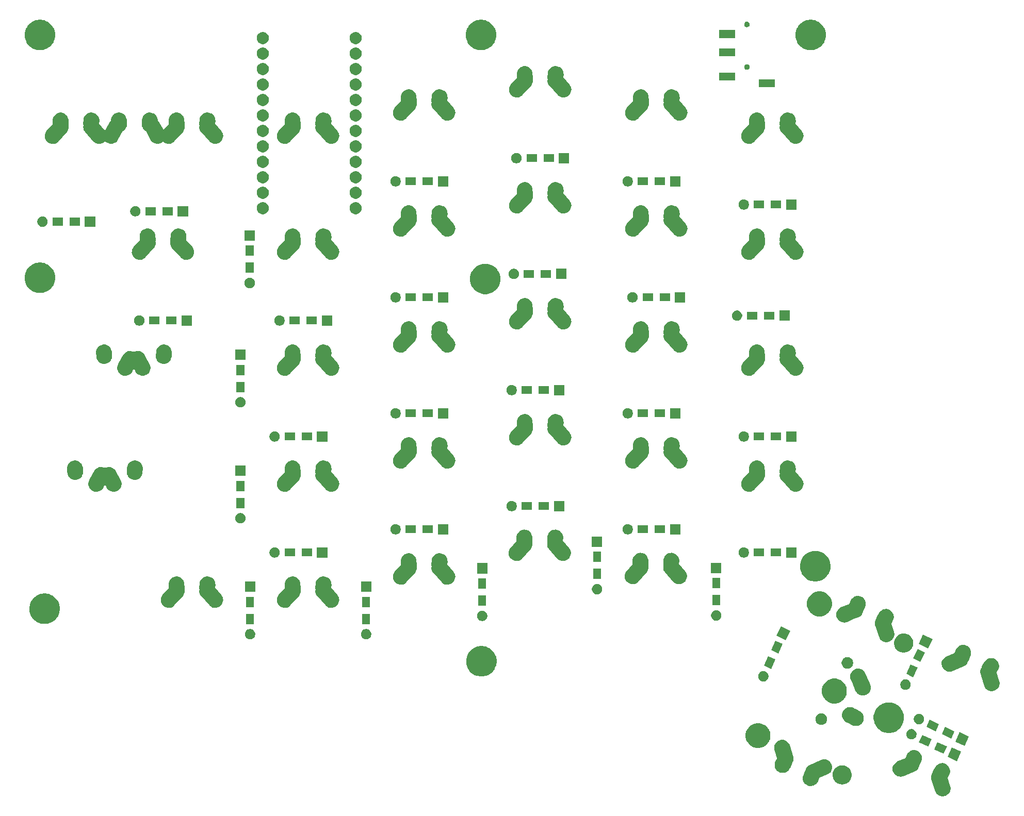
<source format=gbr>
G04 #@! TF.GenerationSoftware,KiCad,Pcbnew,(5.1.5)-3*
G04 #@! TF.CreationDate,2020-01-18T14:13:44+05:30*
G04 #@! TF.ProjectId,ergocape,6572676f-6361-4706-952e-6b696361645f,rev?*
G04 #@! TF.SameCoordinates,Original*
G04 #@! TF.FileFunction,Soldermask,Bot*
G04 #@! TF.FilePolarity,Negative*
%FSLAX46Y46*%
G04 Gerber Fmt 4.6, Leading zero omitted, Abs format (unit mm)*
G04 Created by KiCad (PCBNEW (5.1.5)-3) date 2020-01-18 14:13:44*
%MOMM*%
%LPD*%
G04 APERTURE LIST*
%ADD10C,0.100000*%
G04 APERTURE END LIST*
D10*
G36*
X188259250Y-140177153D02*
G01*
X188344666Y-140178376D01*
X188595276Y-140231965D01*
X188830614Y-140333416D01*
X188830615Y-140333417D01*
X188830618Y-140333418D01*
X188932533Y-140403646D01*
X189041639Y-140478829D01*
X189101622Y-140540555D01*
X189220240Y-140662618D01*
X189315961Y-140810412D01*
X189359554Y-140877719D01*
X189382389Y-140935161D01*
X189454227Y-141115865D01*
X189469588Y-141199317D01*
X189500621Y-141367904D01*
X189496953Y-141624153D01*
X189454312Y-141823563D01*
X189443363Y-141874766D01*
X189367338Y-142051123D01*
X189367336Y-142051128D01*
X189367334Y-142051131D01*
X189169527Y-142408791D01*
X189121639Y-142495378D01*
X189111939Y-142517880D01*
X189106815Y-142541843D01*
X189106464Y-142566344D01*
X189111421Y-142592201D01*
X189538868Y-143999097D01*
X189576420Y-144187450D01*
X189576531Y-144443725D01*
X189526644Y-144695098D01*
X189501654Y-144755503D01*
X189428676Y-144931905D01*
X189428002Y-144932914D01*
X189286390Y-145145053D01*
X189105256Y-145326345D01*
X188892233Y-145468817D01*
X188773871Y-145517904D01*
X188655510Y-145566992D01*
X188571733Y-145583694D01*
X188404181Y-145617098D01*
X188276045Y-145617154D01*
X188147908Y-145617210D01*
X188147906Y-145617210D01*
X187896534Y-145567323D01*
X187659726Y-145469354D01*
X187446580Y-145327069D01*
X187265287Y-145145934D01*
X187122815Y-144932912D01*
X187049240Y-144755503D01*
X186518455Y-143008479D01*
X186441859Y-142756373D01*
X186435805Y-142726008D01*
X186404306Y-142568016D01*
X186404237Y-142408791D01*
X186404194Y-142311744D01*
X186428290Y-142190330D01*
X186454082Y-142060370D01*
X186552051Y-141823561D01*
X186640093Y-141691672D01*
X186651634Y-141670058D01*
X186658363Y-141648418D01*
X186671110Y-141588807D01*
X186747140Y-141412437D01*
X187090366Y-140791839D01*
X187145300Y-140712119D01*
X187199344Y-140633690D01*
X187383132Y-140455089D01*
X187598230Y-140315777D01*
X187598233Y-140315775D01*
X187704817Y-140273404D01*
X187836379Y-140221102D01*
X187981539Y-140194382D01*
X188088418Y-140174708D01*
X188088422Y-140174708D01*
X188259250Y-140177153D01*
G37*
G36*
X169092180Y-139572416D02*
G01*
X169140371Y-139586485D01*
X169338183Y-139644235D01*
X169518628Y-139738270D01*
X169565450Y-139762670D01*
X169765245Y-139923165D01*
X169929890Y-140119555D01*
X170053057Y-140344291D01*
X170091624Y-140466797D01*
X170130013Y-140588738D01*
X170154565Y-140813821D01*
X170157802Y-140843502D01*
X170135355Y-141098791D01*
X170135354Y-141098794D01*
X170063536Y-141344795D01*
X169996114Y-141474171D01*
X169945101Y-141572062D01*
X169784606Y-141771856D01*
X169588216Y-141936501D01*
X169419792Y-142028806D01*
X168067295Y-142605694D01*
X168045810Y-142617470D01*
X168027032Y-142633213D01*
X168011686Y-142652316D01*
X167999690Y-142675754D01*
X167817301Y-143149534D01*
X167731064Y-143321145D01*
X167573532Y-143523285D01*
X167519560Y-143569905D01*
X167379591Y-143690808D01*
X167156701Y-143817273D01*
X167109023Y-143833059D01*
X166913412Y-143897828D01*
X166659086Y-143929371D01*
X166659081Y-143929371D01*
X166403499Y-143910692D01*
X166403496Y-143910691D01*
X166403493Y-143910691D01*
X166156457Y-143842506D01*
X166156456Y-143842506D01*
X166156454Y-143842505D01*
X165927468Y-143727437D01*
X165725329Y-143569906D01*
X165685059Y-143523285D01*
X165612133Y-143438859D01*
X165557805Y-143375964D01*
X165431340Y-143153074D01*
X165413600Y-143099495D01*
X165350785Y-142909785D01*
X165319242Y-142655459D01*
X165319242Y-142655454D01*
X165337921Y-142399872D01*
X165337922Y-142399869D01*
X165337922Y-142399866D01*
X165389022Y-142214729D01*
X165643807Y-141552890D01*
X165730043Y-141381280D01*
X165767508Y-141333206D01*
X165780603Y-141312497D01*
X165788903Y-141291402D01*
X165789201Y-141290382D01*
X165826895Y-141161267D01*
X165833344Y-141139178D01*
X165896577Y-141017839D01*
X165951777Y-140911913D01*
X166112272Y-140712118D01*
X166308662Y-140547473D01*
X166477086Y-140455168D01*
X168398930Y-139635431D01*
X168582126Y-139577758D01*
X168631100Y-139572416D01*
X168836887Y-139549969D01*
X168836890Y-139549969D01*
X169092180Y-139572416D01*
G37*
G36*
X172077826Y-140546023D02*
G01*
X172253754Y-140581017D01*
X172319391Y-140608205D01*
X172540384Y-140699743D01*
X172540385Y-140699744D01*
X172798347Y-140872108D01*
X173017726Y-141091487D01*
X173089775Y-141199317D01*
X173190091Y-141349450D01*
X173222919Y-141428705D01*
X173308817Y-141636080D01*
X173317473Y-141679596D01*
X173356294Y-141874762D01*
X173369343Y-141940367D01*
X173369343Y-142250615D01*
X173308817Y-142554902D01*
X173282900Y-142617470D01*
X173190091Y-142841532D01*
X173190090Y-142841533D01*
X173017726Y-143099495D01*
X172798347Y-143318874D01*
X172699726Y-143384770D01*
X172540384Y-143491239D01*
X172372480Y-143560787D01*
X172253754Y-143609965D01*
X172101610Y-143640228D01*
X171949468Y-143670491D01*
X171639218Y-143670491D01*
X171487076Y-143640228D01*
X171334932Y-143609965D01*
X171216206Y-143560787D01*
X171048302Y-143491239D01*
X170888960Y-143384770D01*
X170790339Y-143318874D01*
X170570960Y-143099495D01*
X170398596Y-142841533D01*
X170398595Y-142841532D01*
X170305786Y-142617470D01*
X170279869Y-142554902D01*
X170219343Y-142250615D01*
X170219343Y-141940367D01*
X170232393Y-141874762D01*
X170271213Y-141679596D01*
X170279869Y-141636080D01*
X170365767Y-141428705D01*
X170398595Y-141349450D01*
X170498911Y-141199317D01*
X170570960Y-141091487D01*
X170790339Y-140872108D01*
X171048301Y-140699744D01*
X171048302Y-140699743D01*
X171269295Y-140608205D01*
X171334932Y-140581017D01*
X171510860Y-140546023D01*
X171639218Y-140520491D01*
X171949468Y-140520491D01*
X172077826Y-140546023D01*
G37*
G36*
X183816507Y-138042309D02*
G01*
X184063543Y-138110494D01*
X184063544Y-138110494D01*
X184063546Y-138110495D01*
X184292532Y-138225563D01*
X184494671Y-138383094D01*
X184662195Y-138577036D01*
X184788660Y-138799926D01*
X184809365Y-138862459D01*
X184869215Y-139043215D01*
X184900758Y-139297541D01*
X184900758Y-139297546D01*
X184882079Y-139553130D01*
X184882078Y-139553133D01*
X184882078Y-139553135D01*
X184859364Y-139635430D01*
X184830979Y-139738270D01*
X184789280Y-139846587D01*
X184576193Y-140400110D01*
X184489956Y-140571721D01*
X184476694Y-140588738D01*
X184452494Y-140619791D01*
X184439398Y-140640502D01*
X184431098Y-140661598D01*
X184386658Y-140813821D01*
X184312145Y-140956804D01*
X184268223Y-141041088D01*
X184107728Y-141240882D01*
X183911338Y-141405527D01*
X183742914Y-141497832D01*
X182859204Y-141874766D01*
X181821066Y-142317570D01*
X181637873Y-142375242D01*
X181383112Y-142403031D01*
X181383109Y-142403031D01*
X181127821Y-142380584D01*
X180906361Y-142315929D01*
X180881815Y-142308763D01*
X180803956Y-142268189D01*
X180654550Y-142190330D01*
X180454755Y-142029835D01*
X180290110Y-141833445D01*
X180166943Y-141608709D01*
X180089987Y-141364262D01*
X180086600Y-141333208D01*
X180062198Y-141109501D01*
X180063139Y-141098794D01*
X180084645Y-140854210D01*
X180149025Y-140633691D01*
X180156466Y-140608204D01*
X180231263Y-140464674D01*
X180274899Y-140380939D01*
X180435394Y-140181144D01*
X180631784Y-140016499D01*
X180800208Y-139924194D01*
X182152705Y-139347305D01*
X182174190Y-139335529D01*
X182192968Y-139319786D01*
X182208314Y-139300682D01*
X182220314Y-139277237D01*
X182221089Y-139275223D01*
X182402699Y-138803466D01*
X182488935Y-138631856D01*
X182620774Y-138462685D01*
X182646467Y-138429716D01*
X182840407Y-138262194D01*
X182840408Y-138262193D01*
X182904967Y-138225563D01*
X183063301Y-138135726D01*
X183144126Y-138108965D01*
X183306588Y-138055172D01*
X183560913Y-138023629D01*
X183816507Y-138042309D01*
G37*
G36*
X162180020Y-136357209D02*
G01*
X162323465Y-136385677D01*
X162560274Y-136483646D01*
X162773420Y-136625931D01*
X162954713Y-136807065D01*
X163097185Y-137020088D01*
X163170760Y-137197496D01*
X163778142Y-139196629D01*
X163815694Y-139384982D01*
X163815805Y-139641257D01*
X163765918Y-139892630D01*
X163752190Y-139925813D01*
X163667950Y-140129437D01*
X163656312Y-140146871D01*
X163579906Y-140261330D01*
X163568366Y-140282941D01*
X163561638Y-140304579D01*
X163549923Y-140359362D01*
X163548889Y-140364198D01*
X163472864Y-140540555D01*
X163472862Y-140540560D01*
X163472860Y-140540563D01*
X163339244Y-140782158D01*
X163129630Y-141161167D01*
X163059068Y-141263566D01*
X163020656Y-141319310D01*
X162850503Y-141484660D01*
X162836864Y-141497914D01*
X162621768Y-141637225D01*
X162383622Y-141731898D01*
X162131577Y-141778293D01*
X161882092Y-141774721D01*
X161875334Y-141774624D01*
X161624724Y-141721035D01*
X161389386Y-141619584D01*
X161389385Y-141619583D01*
X161389382Y-141619582D01*
X161178364Y-141474173D01*
X161178361Y-141474171D01*
X161013011Y-141304018D01*
X160999757Y-141290379D01*
X160860446Y-141075283D01*
X160765773Y-140837137D01*
X160719378Y-140585092D01*
X160723047Y-140328851D01*
X160725843Y-140315777D01*
X160776636Y-140078239D01*
X160852666Y-139901869D01*
X161098365Y-139457613D01*
X161108061Y-139435120D01*
X161113185Y-139411157D01*
X161113536Y-139386656D01*
X161108578Y-139360795D01*
X160763669Y-138225563D01*
X160681133Y-137953905D01*
X160679041Y-137943411D01*
X160643580Y-137765548D01*
X160643479Y-137533332D01*
X160643468Y-137509276D01*
X160678992Y-137330281D01*
X160693356Y-137257902D01*
X160791325Y-137021093D01*
X160933610Y-136807947D01*
X161114744Y-136626654D01*
X161327767Y-136484182D01*
X161329059Y-136483646D01*
X161564487Y-136386008D01*
X161648155Y-136369328D01*
X161815819Y-136335901D01*
X161943984Y-136335845D01*
X162072091Y-136335789D01*
X162180020Y-136357209D01*
G37*
G36*
X191350516Y-138311591D02*
G01*
X190631220Y-139854127D01*
X189088684Y-139134831D01*
X189807980Y-137592295D01*
X191350516Y-138311591D01*
G37*
G36*
X189000223Y-137436308D02*
G01*
X188465838Y-138582301D01*
X188449974Y-138616320D01*
X188449974Y-138616321D01*
X186907439Y-137897024D01*
X187457688Y-136717011D01*
X189000223Y-137436308D01*
G37*
G36*
X158578686Y-133688473D02*
G01*
X158736824Y-133753976D01*
X158950835Y-133842622D01*
X159285760Y-134066412D01*
X159570589Y-134351241D01*
X159794379Y-134686166D01*
X159858229Y-134840315D01*
X159948528Y-135058315D01*
X160027112Y-135453383D01*
X160027112Y-135856195D01*
X159948528Y-136251263D01*
X159858229Y-136469263D01*
X159794379Y-136623412D01*
X159570589Y-136958337D01*
X159285760Y-137243166D01*
X158950835Y-137466956D01*
X158848665Y-137509276D01*
X158578686Y-137621105D01*
X158183618Y-137699689D01*
X157780806Y-137699689D01*
X157385738Y-137621105D01*
X157115759Y-137509276D01*
X157013589Y-137466956D01*
X156678664Y-137243166D01*
X156393835Y-136958337D01*
X156170045Y-136623412D01*
X156106195Y-136469263D01*
X156015896Y-136251263D01*
X155937312Y-135856195D01*
X155937312Y-135453383D01*
X156015896Y-135058315D01*
X156106195Y-134840315D01*
X156170045Y-134686166D01*
X156393835Y-134351241D01*
X156678664Y-134066412D01*
X157013589Y-133842622D01*
X157227600Y-133753976D01*
X157385738Y-133688473D01*
X157780806Y-133609889D01*
X158183618Y-133609889D01*
X158578686Y-133688473D01*
G37*
G36*
X186462561Y-136252976D02*
G01*
X185948620Y-137355127D01*
X185912312Y-137432988D01*
X185912312Y-137432989D01*
X184369777Y-136713692D01*
X184920026Y-135533679D01*
X186462561Y-136252976D01*
G37*
G36*
X192600516Y-135812591D02*
G01*
X191881220Y-137355127D01*
X190338684Y-136635831D01*
X191057980Y-135093295D01*
X192600516Y-135812591D01*
G37*
G36*
X183398628Y-134608492D02*
G01*
X183553500Y-134672642D01*
X183692881Y-134765774D01*
X183811415Y-134884308D01*
X183904547Y-135023689D01*
X183968697Y-135178561D01*
X184001400Y-135342973D01*
X184001400Y-135510605D01*
X183968697Y-135675017D01*
X183904547Y-135829889D01*
X183811415Y-135969270D01*
X183692881Y-136087804D01*
X183553500Y-136180936D01*
X183398628Y-136245086D01*
X183234216Y-136277789D01*
X183066584Y-136277789D01*
X182902172Y-136245086D01*
X182747300Y-136180936D01*
X182607919Y-136087804D01*
X182489385Y-135969270D01*
X182396253Y-135829889D01*
X182332103Y-135675017D01*
X182299400Y-135510605D01*
X182299400Y-135342973D01*
X182332103Y-135178561D01*
X182396253Y-135023689D01*
X182489385Y-134884308D01*
X182607919Y-134765774D01*
X182747300Y-134672642D01*
X182902172Y-134608492D01*
X183066584Y-134575789D01*
X183234216Y-134575789D01*
X183398628Y-134608492D01*
G37*
G36*
X190250223Y-134937308D02*
G01*
X189769012Y-135969269D01*
X189699974Y-136117320D01*
X189699974Y-136117321D01*
X188157439Y-135398024D01*
X188707688Y-134218011D01*
X190250223Y-134937308D01*
G37*
G36*
X179938921Y-130262056D02*
G01*
X180180515Y-130310112D01*
X180635668Y-130498643D01*
X180738769Y-130567533D01*
X181045294Y-130772346D01*
X181393654Y-131120706D01*
X181528079Y-131321888D01*
X181667357Y-131530332D01*
X181855888Y-131985485D01*
X181893315Y-132173642D01*
X181952000Y-132468672D01*
X181952000Y-132961328D01*
X181937409Y-133034680D01*
X181855888Y-133444515D01*
X181785000Y-133615653D01*
X181667358Y-133899666D01*
X181393654Y-134309294D01*
X181045294Y-134657654D01*
X180738769Y-134862467D01*
X180635668Y-134931357D01*
X180635667Y-134931358D01*
X180635666Y-134931358D01*
X180629314Y-134933989D01*
X180180515Y-135119888D01*
X179938921Y-135167944D01*
X179697328Y-135216000D01*
X179204672Y-135216000D01*
X178963079Y-135167944D01*
X178721485Y-135119888D01*
X178272686Y-134933989D01*
X178266334Y-134931358D01*
X178266333Y-134931358D01*
X178266332Y-134931357D01*
X178163231Y-134862467D01*
X177856706Y-134657654D01*
X177508346Y-134309294D01*
X177234642Y-133899666D01*
X177117000Y-133615653D01*
X177046112Y-133444515D01*
X176964591Y-133034680D01*
X176950000Y-132961328D01*
X176950000Y-132468672D01*
X177008685Y-132173642D01*
X177046112Y-131985485D01*
X177234643Y-131530332D01*
X177373921Y-131321888D01*
X177508346Y-131120706D01*
X177856706Y-130772346D01*
X178163231Y-130567533D01*
X178266332Y-130498643D01*
X178721485Y-130310112D01*
X178963079Y-130262056D01*
X179204672Y-130214000D01*
X179697328Y-130214000D01*
X179938921Y-130262056D01*
G37*
G36*
X187712561Y-133753976D02*
G01*
X187163539Y-134931358D01*
X187162312Y-134933988D01*
X187162312Y-134933989D01*
X185619777Y-134214692D01*
X186170026Y-133034679D01*
X187712561Y-133753976D01*
G37*
G36*
X173457172Y-131029239D02*
G01*
X173677992Y-131120706D01*
X173693940Y-131127312D01*
X173791659Y-131192606D01*
X173825632Y-131215306D01*
X173847243Y-131226857D01*
X173869037Y-131233629D01*
X173927101Y-131245997D01*
X173982181Y-131269690D01*
X174103532Y-131321889D01*
X174724400Y-131664627D01*
X174882635Y-131773480D01*
X175061381Y-131957129D01*
X175200864Y-132172120D01*
X175207731Y-132189354D01*
X175295724Y-132410189D01*
X175340182Y-132650649D01*
X175342316Y-132662193D01*
X175338850Y-132918444D01*
X175338849Y-132918448D01*
X175285459Y-133169095D01*
X175282481Y-133176017D01*
X175184193Y-133404514D01*
X175038945Y-133615653D01*
X174855297Y-133794399D01*
X174640306Y-133933882D01*
X174640303Y-133933883D01*
X174402237Y-134028742D01*
X174323591Y-134043282D01*
X174150232Y-134075335D01*
X173893981Y-134071868D01*
X173854313Y-134063418D01*
X173643330Y-134018477D01*
X173526468Y-133968208D01*
X173466900Y-133942585D01*
X172846031Y-133599847D01*
X172787089Y-133559299D01*
X172765640Y-133547459D01*
X172740633Y-133539688D01*
X172698198Y-133531247D01*
X172461432Y-133433175D01*
X172461431Y-133433175D01*
X172461430Y-133433174D01*
X172248346Y-133290796D01*
X172067132Y-133109582D01*
X171924754Y-132896498D01*
X171899023Y-132834379D01*
X171826681Y-132659730D01*
X171776685Y-132408382D01*
X171776685Y-132152104D01*
X171826681Y-131900756D01*
X171924753Y-131663990D01*
X171934889Y-131648821D01*
X172067132Y-131450904D01*
X172248346Y-131269690D01*
X172461430Y-131127312D01*
X172477378Y-131120706D01*
X172698198Y-131029239D01*
X172949546Y-130979243D01*
X173205824Y-130979243D01*
X173457172Y-131029239D01*
G37*
G36*
X168639494Y-132013590D02*
G01*
X168812565Y-132085278D01*
X168889917Y-132136963D01*
X168968326Y-132189354D01*
X169100789Y-132321817D01*
X169143212Y-132385308D01*
X169204865Y-132477578D01*
X169276553Y-132650649D01*
X169313099Y-132834377D01*
X169313099Y-133021711D01*
X169276553Y-133205439D01*
X169204865Y-133378510D01*
X169175180Y-133422936D01*
X169100789Y-133534271D01*
X168968326Y-133666734D01*
X168912094Y-133704307D01*
X168812565Y-133770810D01*
X168639494Y-133842498D01*
X168455766Y-133879044D01*
X168268432Y-133879044D01*
X168084704Y-133842498D01*
X167911633Y-133770810D01*
X167812104Y-133704307D01*
X167755872Y-133666734D01*
X167623409Y-133534271D01*
X167549018Y-133422936D01*
X167519333Y-133378510D01*
X167447645Y-133205439D01*
X167411099Y-133021711D01*
X167411099Y-132834377D01*
X167447645Y-132650649D01*
X167519333Y-132477578D01*
X167580986Y-132385308D01*
X167623409Y-132321817D01*
X167755872Y-132189354D01*
X167834281Y-132136963D01*
X167911633Y-132085278D01*
X168084704Y-132013590D01*
X168268432Y-131977044D01*
X168455766Y-131977044D01*
X168639494Y-132013590D01*
G37*
G36*
X184648628Y-132109492D02*
G01*
X184803500Y-132173642D01*
X184942881Y-132266774D01*
X185061415Y-132385308D01*
X185154547Y-132524689D01*
X185218697Y-132679561D01*
X185251400Y-132843973D01*
X185251400Y-133011605D01*
X185218697Y-133176017D01*
X185154547Y-133330889D01*
X185061415Y-133470270D01*
X184942881Y-133588804D01*
X184803500Y-133681936D01*
X184648628Y-133746086D01*
X184484216Y-133778789D01*
X184316584Y-133778789D01*
X184152172Y-133746086D01*
X183997300Y-133681936D01*
X183857919Y-133588804D01*
X183739385Y-133470270D01*
X183646253Y-133330889D01*
X183582103Y-133176017D01*
X183549400Y-133011605D01*
X183549400Y-132843973D01*
X183582103Y-132679561D01*
X183646253Y-132524689D01*
X183739385Y-132385308D01*
X183857919Y-132266774D01*
X183997300Y-132173642D01*
X184152172Y-132109492D01*
X184316584Y-132076789D01*
X184484216Y-132076789D01*
X184648628Y-132109492D01*
G37*
G36*
X171105474Y-126357684D02*
G01*
X171198143Y-126396069D01*
X171477623Y-126511833D01*
X171812548Y-126735623D01*
X172097377Y-127020452D01*
X172321167Y-127355377D01*
X172372890Y-127480248D01*
X172475316Y-127727526D01*
X172553900Y-128122594D01*
X172553900Y-128525406D01*
X172475316Y-128920474D01*
X172385017Y-129138474D01*
X172321167Y-129292623D01*
X172097377Y-129627548D01*
X171812548Y-129912377D01*
X171477623Y-130136167D01*
X171323474Y-130200017D01*
X171105474Y-130290316D01*
X170710406Y-130368900D01*
X170307594Y-130368900D01*
X169912526Y-130290316D01*
X169694526Y-130200017D01*
X169540377Y-130136167D01*
X169205452Y-129912377D01*
X168920623Y-129627548D01*
X168696833Y-129292623D01*
X168632983Y-129138474D01*
X168542684Y-128920474D01*
X168464100Y-128525406D01*
X168464100Y-128122594D01*
X168542684Y-127727526D01*
X168645110Y-127480248D01*
X168696833Y-127355377D01*
X168920623Y-127020452D01*
X169205452Y-126735623D01*
X169540377Y-126511833D01*
X169819857Y-126396069D01*
X169912526Y-126357684D01*
X170307594Y-126279100D01*
X170710406Y-126279100D01*
X171105474Y-126357684D01*
G37*
G36*
X174662790Y-124659645D02*
G01*
X174836097Y-124710242D01*
X174908796Y-124731466D01*
X174928900Y-124741943D01*
X175136061Y-124849899D01*
X175335856Y-125010394D01*
X175500501Y-125206784D01*
X175592806Y-125375208D01*
X176298794Y-127030372D01*
X176335336Y-127116044D01*
X176342056Y-127128459D01*
X176389669Y-127243407D01*
X176390176Y-127244613D01*
X176412543Y-127297051D01*
X176412966Y-127298396D01*
X176416712Y-127308695D01*
X176441781Y-127369217D01*
X176451643Y-127418797D01*
X176455010Y-127431948D01*
X176470216Y-127480248D01*
X176477331Y-127545480D01*
X176478996Y-127556312D01*
X176491777Y-127620566D01*
X176491777Y-127671117D01*
X176492514Y-127684671D01*
X176497189Y-127727526D01*
X176498005Y-127735012D01*
X176492256Y-127800390D01*
X176491777Y-127811327D01*
X176491777Y-127876843D01*
X176481914Y-127926427D01*
X176479994Y-127939848D01*
X176475558Y-127990302D01*
X176457168Y-128053291D01*
X176454564Y-128063925D01*
X176441781Y-128128189D01*
X176422432Y-128174902D01*
X176417926Y-128187708D01*
X176403739Y-128236306D01*
X176373420Y-128294484D01*
X176368786Y-128304416D01*
X176343709Y-128364957D01*
X176315611Y-128407009D01*
X176308694Y-128418688D01*
X176285304Y-128463572D01*
X176244231Y-128514702D01*
X176237749Y-128523539D01*
X176201332Y-128578041D01*
X176165562Y-128613811D01*
X176156499Y-128623917D01*
X176124809Y-128663367D01*
X176074558Y-128705495D01*
X176066476Y-128712897D01*
X176020116Y-128759257D01*
X175978048Y-128787366D01*
X175967196Y-128795503D01*
X175928419Y-128828012D01*
X175870917Y-128859526D01*
X175861560Y-128865200D01*
X175807033Y-128901634D01*
X175807029Y-128901637D01*
X175760284Y-128920999D01*
X175748056Y-128926860D01*
X175703683Y-128951179D01*
X175648617Y-128968515D01*
X175641158Y-128970863D01*
X175630859Y-128974609D01*
X175570265Y-128999708D01*
X175520620Y-129009583D01*
X175507472Y-129012950D01*
X175459238Y-129028135D01*
X175430983Y-129031217D01*
X175394081Y-129035242D01*
X175383255Y-129036906D01*
X175318916Y-129049704D01*
X175268294Y-129049704D01*
X175254740Y-129050441D01*
X175204475Y-129055924D01*
X175204472Y-129055924D01*
X175139185Y-129050183D01*
X175128248Y-129049704D01*
X175062640Y-129049704D01*
X175012978Y-129039826D01*
X174999559Y-129037906D01*
X174949183Y-129033477D01*
X174886295Y-129015117D01*
X174875651Y-129012510D01*
X174811290Y-128999708D01*
X174764505Y-128980329D01*
X174751700Y-128975823D01*
X174703176Y-128961657D01*
X174645086Y-128931385D01*
X174635156Y-128926751D01*
X174574519Y-128901634D01*
X174532404Y-128873493D01*
X174520730Y-128866579D01*
X174475912Y-128843223D01*
X174424846Y-128802201D01*
X174416026Y-128795732D01*
X174361440Y-128759259D01*
X174325610Y-128723429D01*
X174315513Y-128714374D01*
X174276118Y-128682728D01*
X174234045Y-128632543D01*
X174226654Y-128624473D01*
X174180222Y-128578041D01*
X174152072Y-128535911D01*
X174143939Y-128525064D01*
X174111473Y-128486338D01*
X174080000Y-128428910D01*
X174074325Y-128419555D01*
X174037846Y-128364960D01*
X173991395Y-128252816D01*
X173990983Y-128251835D01*
X173423952Y-126922450D01*
X173199430Y-126396066D01*
X173141758Y-126212873D01*
X173113969Y-125958112D01*
X173115122Y-125945000D01*
X173136416Y-125702821D01*
X173191104Y-125515500D01*
X173208237Y-125456815D01*
X173275777Y-125327211D01*
X173326670Y-125229550D01*
X173487165Y-125029755D01*
X173683555Y-124865110D01*
X173908291Y-124741943D01*
X174152738Y-124664987D01*
X174201712Y-124659645D01*
X174407499Y-124637198D01*
X174407502Y-124637198D01*
X174662790Y-124659645D01*
G37*
G36*
X196309250Y-122912153D02*
G01*
X196394666Y-122913376D01*
X196645276Y-122966965D01*
X196880614Y-123068416D01*
X196880615Y-123068417D01*
X196880618Y-123068418D01*
X196982533Y-123138646D01*
X197091639Y-123213829D01*
X197154039Y-123278042D01*
X197270240Y-123397618D01*
X197368169Y-123548821D01*
X197409554Y-123612719D01*
X197432389Y-123670161D01*
X197504227Y-123850865D01*
X197519588Y-123934317D01*
X197550621Y-124102904D01*
X197546953Y-124359153D01*
X197504312Y-124558563D01*
X197493363Y-124609766D01*
X197417338Y-124786123D01*
X197417336Y-124786128D01*
X197417334Y-124786131D01*
X197177934Y-125218996D01*
X197171639Y-125230378D01*
X197161939Y-125252880D01*
X197156815Y-125276843D01*
X197156464Y-125301344D01*
X197161421Y-125327201D01*
X197588868Y-126734097D01*
X197626420Y-126922450D01*
X197626531Y-127178725D01*
X197576644Y-127430098D01*
X197551654Y-127490503D01*
X197478676Y-127666905D01*
X197433213Y-127735009D01*
X197336390Y-127880053D01*
X197155256Y-128061345D01*
X196942233Y-128203817D01*
X196863894Y-128236306D01*
X196705510Y-128301992D01*
X196625645Y-128317914D01*
X196454181Y-128352098D01*
X196326043Y-128352154D01*
X196197908Y-128352210D01*
X196197906Y-128352210D01*
X195946534Y-128302323D01*
X195709726Y-128204354D01*
X195496580Y-128062069D01*
X195315287Y-127880934D01*
X195208406Y-127721127D01*
X195172816Y-127667914D01*
X195172398Y-127666905D01*
X195099240Y-127490503D01*
X194598055Y-125840904D01*
X194491859Y-125491373D01*
X194489767Y-125480880D01*
X194454306Y-125303016D01*
X194454237Y-125143791D01*
X194454194Y-125046744D01*
X194478290Y-124925330D01*
X194504082Y-124795370D01*
X194597962Y-124568445D01*
X194602050Y-124558563D01*
X194668749Y-124458647D01*
X194690093Y-124426672D01*
X194701634Y-124405058D01*
X194708363Y-124383418D01*
X194721110Y-124323807D01*
X194797140Y-124147437D01*
X195140366Y-123526839D01*
X195198441Y-123442561D01*
X195249344Y-123368690D01*
X195433132Y-123190089D01*
X195648230Y-123050777D01*
X195648233Y-123050775D01*
X195754615Y-123008484D01*
X195886379Y-122956102D01*
X196031539Y-122929382D01*
X196138418Y-122909708D01*
X196138422Y-122909708D01*
X196309250Y-122912153D01*
G37*
G36*
X182437017Y-126460303D02*
G01*
X182591889Y-126524453D01*
X182731270Y-126617585D01*
X182849804Y-126736119D01*
X182942936Y-126875500D01*
X183007086Y-127030372D01*
X183039789Y-127194784D01*
X183039789Y-127362416D01*
X183007086Y-127526828D01*
X182942936Y-127681700D01*
X182849804Y-127821081D01*
X182731270Y-127939615D01*
X182591889Y-128032747D01*
X182437017Y-128096897D01*
X182272605Y-128129600D01*
X182104973Y-128129600D01*
X181940561Y-128096897D01*
X181785689Y-128032747D01*
X181646308Y-127939615D01*
X181527774Y-127821081D01*
X181434642Y-127681700D01*
X181370492Y-127526828D01*
X181337789Y-127362416D01*
X181337789Y-127194784D01*
X181370492Y-127030372D01*
X181434642Y-126875500D01*
X181527774Y-126736119D01*
X181646308Y-126617585D01*
X181785689Y-126524453D01*
X181940561Y-126460303D01*
X182104973Y-126427600D01*
X182272605Y-126427600D01*
X182437017Y-126460303D01*
G37*
G36*
X159103017Y-125100303D02*
G01*
X159257889Y-125164453D01*
X159397270Y-125257585D01*
X159515804Y-125376119D01*
X159608936Y-125515500D01*
X159673086Y-125670372D01*
X159705789Y-125834784D01*
X159705789Y-126002416D01*
X159673086Y-126166828D01*
X159608936Y-126321700D01*
X159515804Y-126461081D01*
X159397270Y-126579615D01*
X159257889Y-126672747D01*
X159103017Y-126736897D01*
X158938605Y-126769600D01*
X158770973Y-126769600D01*
X158606561Y-126736897D01*
X158451689Y-126672747D01*
X158312308Y-126579615D01*
X158193774Y-126461081D01*
X158100642Y-126321700D01*
X158036492Y-126166828D01*
X158003789Y-126002416D01*
X158003789Y-125834784D01*
X158036492Y-125670372D01*
X158100642Y-125515500D01*
X158193774Y-125376119D01*
X158312308Y-125257585D01*
X158451689Y-125164453D01*
X158606561Y-125100303D01*
X158770973Y-125067600D01*
X158938605Y-125067600D01*
X159103017Y-125100303D01*
G37*
G36*
X184194989Y-124516688D02*
G01*
X183475692Y-126059223D01*
X182295679Y-125508974D01*
X183014976Y-123966439D01*
X184194989Y-124516688D01*
G37*
G36*
X113073921Y-120991056D02*
G01*
X113315515Y-121039112D01*
X113770668Y-121227643D01*
X113802842Y-121249141D01*
X114180294Y-121501346D01*
X114528654Y-121849706D01*
X114676203Y-122070529D01*
X114802357Y-122259332D01*
X114990888Y-122714485D01*
X115011915Y-122820193D01*
X115087000Y-123197672D01*
X115087000Y-123690328D01*
X115044131Y-123905842D01*
X114990888Y-124173515D01*
X114891029Y-124414596D01*
X114810187Y-124609766D01*
X114802357Y-124628668D01*
X114747851Y-124710242D01*
X114528654Y-125038294D01*
X114180294Y-125386654D01*
X113913562Y-125564878D01*
X113770668Y-125660357D01*
X113770667Y-125660358D01*
X113770666Y-125660358D01*
X113668151Y-125702821D01*
X113315515Y-125848888D01*
X113233750Y-125865152D01*
X112832328Y-125945000D01*
X112339672Y-125945000D01*
X111938250Y-125865152D01*
X111856485Y-125848888D01*
X111503849Y-125702821D01*
X111401334Y-125660358D01*
X111401333Y-125660358D01*
X111401332Y-125660357D01*
X111258438Y-125564878D01*
X110991706Y-125386654D01*
X110643346Y-125038294D01*
X110424149Y-124710242D01*
X110369643Y-124628668D01*
X110361814Y-124609766D01*
X110280971Y-124414596D01*
X110181112Y-124173515D01*
X110127869Y-123905842D01*
X110085000Y-123690328D01*
X110085000Y-123197672D01*
X110160085Y-122820193D01*
X110181112Y-122714485D01*
X110369643Y-122259332D01*
X110495797Y-122070529D01*
X110643346Y-121849706D01*
X110991706Y-121501346D01*
X111369158Y-121249141D01*
X111401332Y-121227643D01*
X111856485Y-121039112D01*
X112098079Y-120991056D01*
X112339672Y-120943000D01*
X112832328Y-120943000D01*
X113073921Y-120991056D01*
G37*
G36*
X191866507Y-120777309D02*
G01*
X192113543Y-120845494D01*
X192113544Y-120845494D01*
X192113546Y-120845495D01*
X192342532Y-120960563D01*
X192544671Y-121118094D01*
X192712195Y-121312036D01*
X192838660Y-121534926D01*
X192849502Y-121567671D01*
X192919215Y-121778215D01*
X192950758Y-122032541D01*
X192950758Y-122032546D01*
X192932079Y-122288130D01*
X192880979Y-122473270D01*
X192829713Y-122606439D01*
X192626193Y-123135110D01*
X192541918Y-123302817D01*
X192539955Y-123306722D01*
X192502494Y-123354791D01*
X192489398Y-123375502D01*
X192481098Y-123396598D01*
X192436658Y-123548821D01*
X192352376Y-123710551D01*
X192318223Y-123776088D01*
X192157728Y-123975882D01*
X191961338Y-124140527D01*
X191792914Y-124232832D01*
X190909204Y-124609766D01*
X189871066Y-125052570D01*
X189687873Y-125110242D01*
X189433112Y-125138031D01*
X189433109Y-125138031D01*
X189177821Y-125115584D01*
X188961975Y-125052568D01*
X188931815Y-125043763D01*
X188853956Y-125003189D01*
X188704550Y-124925330D01*
X188504755Y-124764835D01*
X188340110Y-124568445D01*
X188216943Y-124343709D01*
X188139987Y-124099262D01*
X188121995Y-123934317D01*
X188112198Y-123844501D01*
X188112198Y-123844498D01*
X188134645Y-123589210D01*
X188199025Y-123368691D01*
X188206466Y-123343204D01*
X188282306Y-123197673D01*
X188324899Y-123115939D01*
X188485394Y-122916144D01*
X188681784Y-122751499D01*
X188850208Y-122659194D01*
X190202705Y-122082305D01*
X190224190Y-122070529D01*
X190242968Y-122054786D01*
X190258314Y-122035682D01*
X190270314Y-122012237D01*
X190286204Y-121970960D01*
X190452699Y-121538466D01*
X190538935Y-121366856D01*
X190647428Y-121227642D01*
X190696467Y-121164716D01*
X190890407Y-120997194D01*
X190890408Y-120997193D01*
X190954967Y-120960563D01*
X191113301Y-120870726D01*
X191194126Y-120843965D01*
X191356588Y-120790172D01*
X191610913Y-120758629D01*
X191866507Y-120777309D01*
G37*
G36*
X160860989Y-123156688D02*
G01*
X160141692Y-124699223D01*
X158961679Y-124148974D01*
X159680976Y-122606439D01*
X160860989Y-123156688D01*
G37*
G36*
X172933296Y-122805502D02*
G01*
X173106367Y-122877190D01*
X173160523Y-122913376D01*
X173262128Y-122981266D01*
X173394591Y-123113729D01*
X173408877Y-123135110D01*
X173498667Y-123269490D01*
X173570355Y-123442561D01*
X173606901Y-123626289D01*
X173606901Y-123813623D01*
X173570355Y-123997351D01*
X173498667Y-124170422D01*
X173498666Y-124170423D01*
X173394591Y-124326183D01*
X173262128Y-124458646D01*
X173199076Y-124500776D01*
X173106367Y-124562722D01*
X172933296Y-124634410D01*
X172749568Y-124670956D01*
X172562234Y-124670956D01*
X172378506Y-124634410D01*
X172205435Y-124562722D01*
X172112726Y-124500776D01*
X172049674Y-124458646D01*
X171917211Y-124326183D01*
X171813136Y-124170423D01*
X171813135Y-124170422D01*
X171741447Y-123997351D01*
X171704901Y-123813623D01*
X171704901Y-123626289D01*
X171741447Y-123442561D01*
X171813135Y-123269490D01*
X171902925Y-123135110D01*
X171917211Y-123113729D01*
X172049674Y-122981266D01*
X172151279Y-122913376D01*
X172205435Y-122877190D01*
X172378506Y-122805502D01*
X172562234Y-122768956D01*
X172749568Y-122768956D01*
X172933296Y-122805502D01*
G37*
G36*
X185378321Y-121979026D02*
G01*
X184659024Y-123521561D01*
X183479011Y-122971312D01*
X184198308Y-121428777D01*
X185378321Y-121979026D01*
G37*
G36*
X162044321Y-120619026D02*
G01*
X161325024Y-122161561D01*
X160145011Y-121611312D01*
X160864308Y-120068777D01*
X162044321Y-120619026D01*
G37*
G36*
X182184177Y-118910184D02*
G01*
X182344188Y-118942012D01*
X182462914Y-118991190D01*
X182630818Y-119060738D01*
X182657378Y-119078485D01*
X182888781Y-119233103D01*
X183108160Y-119452482D01*
X183164285Y-119536480D01*
X183280525Y-119710445D01*
X183322712Y-119812295D01*
X183399251Y-119997075D01*
X183407621Y-120039154D01*
X183459777Y-120301361D01*
X183459777Y-120611611D01*
X183457905Y-120621020D01*
X183399251Y-120915897D01*
X183358406Y-121014506D01*
X183280525Y-121202527D01*
X183263743Y-121227643D01*
X183108160Y-121460490D01*
X182888781Y-121679869D01*
X182777843Y-121753995D01*
X182630818Y-121852234D01*
X182462914Y-121921782D01*
X182344188Y-121970960D01*
X182039902Y-122031486D01*
X181729652Y-122031486D01*
X181425366Y-121970960D01*
X181306640Y-121921782D01*
X181138736Y-121852234D01*
X180991711Y-121753995D01*
X180880773Y-121679869D01*
X180661394Y-121460490D01*
X180505811Y-121227643D01*
X180489029Y-121202527D01*
X180411148Y-121014506D01*
X180370303Y-120915897D01*
X180311649Y-120621020D01*
X180309777Y-120611611D01*
X180309777Y-120301361D01*
X180361933Y-120039154D01*
X180370303Y-119997075D01*
X180446842Y-119812295D01*
X180489029Y-119710445D01*
X180605269Y-119536480D01*
X180661394Y-119452482D01*
X180880773Y-119233103D01*
X181112176Y-119078485D01*
X181138736Y-119060738D01*
X181306640Y-118991190D01*
X181425366Y-118942012D01*
X181585377Y-118910184D01*
X181729652Y-118881486D01*
X182039902Y-118881486D01*
X182184177Y-118910184D01*
G37*
G36*
X186616127Y-119797780D02*
G01*
X185896831Y-121340316D01*
X184354295Y-120621020D01*
X185073591Y-119078484D01*
X186616127Y-119797780D01*
G37*
G36*
X179032250Y-114849153D02*
G01*
X179117666Y-114850376D01*
X179368276Y-114903965D01*
X179603614Y-115005416D01*
X179603615Y-115005417D01*
X179603618Y-115005418D01*
X179705533Y-115075646D01*
X179814639Y-115150829D01*
X179877039Y-115215042D01*
X179993240Y-115334618D01*
X180091169Y-115485821D01*
X180132554Y-115549719D01*
X180155389Y-115607161D01*
X180227227Y-115787865D01*
X180250239Y-115912881D01*
X180273621Y-116039904D01*
X180269953Y-116296153D01*
X180227312Y-116495563D01*
X180216363Y-116546766D01*
X180140338Y-116723123D01*
X180140336Y-116723128D01*
X180140334Y-116723131D01*
X179942527Y-117080791D01*
X179894639Y-117167378D01*
X179884939Y-117189880D01*
X179879815Y-117213843D01*
X179879464Y-117238344D01*
X179884421Y-117264201D01*
X180311868Y-118671097D01*
X180349420Y-118859450D01*
X180349531Y-119115725D01*
X180299644Y-119367098D01*
X180287233Y-119397097D01*
X180201676Y-119603905D01*
X180165480Y-119658127D01*
X180059390Y-119817053D01*
X179878256Y-119998345D01*
X179665233Y-120140817D01*
X179546871Y-120189905D01*
X179428510Y-120238992D01*
X179344733Y-120255694D01*
X179177181Y-120289098D01*
X179049042Y-120289154D01*
X178920908Y-120289210D01*
X178920906Y-120289210D01*
X178669534Y-120239323D01*
X178432726Y-120141354D01*
X178219580Y-119999069D01*
X178038287Y-119817934D01*
X177931406Y-119658127D01*
X177895816Y-119604914D01*
X177895398Y-119603905D01*
X177822240Y-119427503D01*
X177291455Y-117680479D01*
X177214859Y-117428373D01*
X177212767Y-117417880D01*
X177177306Y-117240016D01*
X177177237Y-117080791D01*
X177177194Y-116983744D01*
X177201290Y-116862330D01*
X177227082Y-116732370D01*
X177325051Y-116495561D01*
X177413093Y-116363672D01*
X177424634Y-116342058D01*
X177431363Y-116320418D01*
X177444110Y-116260807D01*
X177520140Y-116084437D01*
X177863366Y-115463839D01*
X177926982Y-115371520D01*
X177972344Y-115305690D01*
X178156132Y-115127089D01*
X178371230Y-114987777D01*
X178371233Y-114987775D01*
X178477615Y-114945484D01*
X178609379Y-114893102D01*
X178754539Y-114866382D01*
X178861418Y-114846708D01*
X178861422Y-114846708D01*
X179032250Y-114849153D01*
G37*
G36*
X163282127Y-118437780D02*
G01*
X162562831Y-119980316D01*
X161020295Y-119261020D01*
X161739591Y-117718484D01*
X163282127Y-118437780D01*
G37*
G36*
X93910728Y-118175703D02*
G01*
X94065600Y-118239853D01*
X94204981Y-118332985D01*
X94323515Y-118451519D01*
X94416647Y-118590900D01*
X94480797Y-118745772D01*
X94513500Y-118910184D01*
X94513500Y-119077816D01*
X94480797Y-119242228D01*
X94416647Y-119397100D01*
X94323515Y-119536481D01*
X94204981Y-119655015D01*
X94065600Y-119748147D01*
X93910728Y-119812297D01*
X93746316Y-119845000D01*
X93578684Y-119845000D01*
X93414272Y-119812297D01*
X93259400Y-119748147D01*
X93120019Y-119655015D01*
X93001485Y-119536481D01*
X92908353Y-119397100D01*
X92844203Y-119242228D01*
X92811500Y-119077816D01*
X92811500Y-118910184D01*
X92844203Y-118745772D01*
X92908353Y-118590900D01*
X93001485Y-118451519D01*
X93120019Y-118332985D01*
X93259400Y-118239853D01*
X93414272Y-118175703D01*
X93578684Y-118143000D01*
X93746316Y-118143000D01*
X93910728Y-118175703D01*
G37*
G36*
X74860728Y-118175703D02*
G01*
X75015600Y-118239853D01*
X75154981Y-118332985D01*
X75273515Y-118451519D01*
X75366647Y-118590900D01*
X75430797Y-118745772D01*
X75463500Y-118910184D01*
X75463500Y-119077816D01*
X75430797Y-119242228D01*
X75366647Y-119397100D01*
X75273515Y-119536481D01*
X75154981Y-119655015D01*
X75015600Y-119748147D01*
X74860728Y-119812297D01*
X74696316Y-119845000D01*
X74528684Y-119845000D01*
X74364272Y-119812297D01*
X74209400Y-119748147D01*
X74070019Y-119655015D01*
X73951485Y-119536481D01*
X73858353Y-119397100D01*
X73794203Y-119242228D01*
X73761500Y-119077816D01*
X73761500Y-118910184D01*
X73794203Y-118745772D01*
X73858353Y-118590900D01*
X73951485Y-118451519D01*
X74070019Y-118332985D01*
X74209400Y-118239853D01*
X74364272Y-118175703D01*
X74528684Y-118143000D01*
X74696316Y-118143000D01*
X74860728Y-118175703D01*
G37*
G36*
X75263500Y-117345000D02*
G01*
X73961500Y-117345000D01*
X73961500Y-115643000D01*
X75263500Y-115643000D01*
X75263500Y-117345000D01*
G37*
G36*
X94313500Y-117345000D02*
G01*
X93011500Y-117345000D01*
X93011500Y-115643000D01*
X94313500Y-115643000D01*
X94313500Y-117345000D01*
G37*
G36*
X41293108Y-112337390D02*
G01*
X41623515Y-112403112D01*
X42078668Y-112591643D01*
X42165392Y-112649590D01*
X42488294Y-112865346D01*
X42836654Y-113213706D01*
X42916051Y-113332533D01*
X43110357Y-113623332D01*
X43298888Y-114078485D01*
X43335988Y-114265000D01*
X43395000Y-114561672D01*
X43395000Y-115054328D01*
X43352106Y-115269968D01*
X43298888Y-115537515D01*
X43226163Y-115713088D01*
X43114735Y-115982100D01*
X43110357Y-115992668D01*
X43064910Y-116060684D01*
X42836654Y-116402294D01*
X42488294Y-116750654D01*
X42181769Y-116955467D01*
X42078668Y-117024357D01*
X41623515Y-117212888D01*
X41487153Y-117240012D01*
X41140328Y-117309000D01*
X40647672Y-117309000D01*
X40300847Y-117240012D01*
X40164485Y-117212888D01*
X39709332Y-117024357D01*
X39606231Y-116955467D01*
X39299706Y-116750654D01*
X38951346Y-116402294D01*
X38723090Y-116060684D01*
X38677643Y-115992668D01*
X38673266Y-115982100D01*
X38561837Y-115713088D01*
X38489112Y-115537515D01*
X38435894Y-115269968D01*
X38393000Y-115054328D01*
X38393000Y-114561672D01*
X38452012Y-114265000D01*
X38489112Y-114078485D01*
X38677643Y-113623332D01*
X38871949Y-113332533D01*
X38951346Y-113213706D01*
X39299706Y-112865346D01*
X39622608Y-112649590D01*
X39709332Y-112591643D01*
X40164485Y-112403112D01*
X40494892Y-112337390D01*
X40647672Y-112307000D01*
X41140328Y-112307000D01*
X41293108Y-112337390D01*
G37*
G36*
X174589507Y-112714309D02*
G01*
X174836543Y-112782494D01*
X174836544Y-112782494D01*
X174836546Y-112782495D01*
X175065532Y-112897563D01*
X175267671Y-113055094D01*
X175435195Y-113249036D01*
X175561660Y-113471926D01*
X175572502Y-113504671D01*
X175642215Y-113715215D01*
X175673758Y-113969541D01*
X175673758Y-113969546D01*
X175655079Y-114225130D01*
X175655078Y-114225133D01*
X175655078Y-114225135D01*
X175631911Y-114309071D01*
X175603979Y-114410270D01*
X175559056Y-114526964D01*
X175349193Y-115072110D01*
X175264918Y-115239817D01*
X175262955Y-115243722D01*
X175225494Y-115291791D01*
X175212398Y-115312502D01*
X175204098Y-115333598D01*
X175159658Y-115485821D01*
X175077747Y-115643000D01*
X175041223Y-115713088D01*
X174880728Y-115912882D01*
X174684338Y-116077527D01*
X174515914Y-116169832D01*
X173632204Y-116546766D01*
X172594066Y-116989570D01*
X172410873Y-117047242D01*
X172156112Y-117075031D01*
X172156109Y-117075031D01*
X171900821Y-117052584D01*
X171684975Y-116989568D01*
X171654815Y-116980763D01*
X171576956Y-116940189D01*
X171427550Y-116862330D01*
X171227755Y-116701835D01*
X171063110Y-116505445D01*
X170939943Y-116280709D01*
X170862987Y-116036262D01*
X170849529Y-115912881D01*
X170835198Y-115781501D01*
X170835198Y-115781498D01*
X170857645Y-115526210D01*
X170922025Y-115305691D01*
X170929466Y-115280204D01*
X170992184Y-115159853D01*
X171047899Y-115052939D01*
X171208394Y-114853144D01*
X171404784Y-114688499D01*
X171573208Y-114596194D01*
X172925705Y-114019305D01*
X172947190Y-114007529D01*
X172965968Y-113991786D01*
X172981314Y-113972682D01*
X172993314Y-113949237D01*
X173007315Y-113912867D01*
X173175699Y-113475466D01*
X173261935Y-113303856D01*
X173371960Y-113162676D01*
X173419467Y-113101716D01*
X173613407Y-112934194D01*
X173613408Y-112934193D01*
X173734747Y-112865347D01*
X173836301Y-112807726D01*
X173917126Y-112780965D01*
X174079588Y-112727172D01*
X174333913Y-112695629D01*
X174589507Y-112714309D01*
G37*
G36*
X112960228Y-115159703D02*
G01*
X113115100Y-115223853D01*
X113254481Y-115316985D01*
X113373015Y-115435519D01*
X113466147Y-115574900D01*
X113530297Y-115729772D01*
X113563000Y-115894184D01*
X113563000Y-116061816D01*
X113530297Y-116226228D01*
X113466147Y-116381100D01*
X113373015Y-116520481D01*
X113254481Y-116639015D01*
X113115100Y-116732147D01*
X112960228Y-116796297D01*
X112795816Y-116829000D01*
X112628184Y-116829000D01*
X112463772Y-116796297D01*
X112308900Y-116732147D01*
X112169519Y-116639015D01*
X112050985Y-116520481D01*
X111957853Y-116381100D01*
X111893703Y-116226228D01*
X111861000Y-116061816D01*
X111861000Y-115894184D01*
X111893703Y-115729772D01*
X111957853Y-115574900D01*
X112050985Y-115435519D01*
X112169519Y-115316985D01*
X112308900Y-115223853D01*
X112463772Y-115159703D01*
X112628184Y-115127000D01*
X112795816Y-115127000D01*
X112960228Y-115159703D01*
G37*
G36*
X151378228Y-115095703D02*
G01*
X151533100Y-115159853D01*
X151672481Y-115252985D01*
X151791015Y-115371519D01*
X151884147Y-115510900D01*
X151948297Y-115665772D01*
X151981000Y-115830184D01*
X151981000Y-115997816D01*
X151948297Y-116162228D01*
X151884147Y-116317100D01*
X151791015Y-116456481D01*
X151672481Y-116575015D01*
X151533100Y-116668147D01*
X151378228Y-116732297D01*
X151213816Y-116765000D01*
X151046184Y-116765000D01*
X150881772Y-116732297D01*
X150726900Y-116668147D01*
X150587519Y-116575015D01*
X150468985Y-116456481D01*
X150375853Y-116317100D01*
X150311703Y-116162228D01*
X150279000Y-115997816D01*
X150279000Y-115830184D01*
X150311703Y-115665772D01*
X150375853Y-115510900D01*
X150468985Y-115371519D01*
X150587519Y-115252985D01*
X150726900Y-115159853D01*
X150881772Y-115095703D01*
X151046184Y-115063000D01*
X151213816Y-115063000D01*
X151378228Y-115095703D01*
G37*
G36*
X168669120Y-112049468D02*
G01*
X168884014Y-112138480D01*
X169041269Y-112203617D01*
X169376194Y-112427407D01*
X169661023Y-112712236D01*
X169884813Y-113047161D01*
X169884813Y-113047162D01*
X170038962Y-113419310D01*
X170117546Y-113814378D01*
X170117546Y-114217190D01*
X170038962Y-114612258D01*
X170007382Y-114688499D01*
X169884813Y-114984407D01*
X169661023Y-115319332D01*
X169376194Y-115604161D01*
X169041269Y-115827951D01*
X168887120Y-115891801D01*
X168669120Y-115982100D01*
X168274052Y-116060684D01*
X167871240Y-116060684D01*
X167476172Y-115982100D01*
X167258172Y-115891801D01*
X167104023Y-115827951D01*
X166769098Y-115604161D01*
X166484269Y-115319332D01*
X166260479Y-114984407D01*
X166137910Y-114688499D01*
X166106330Y-114612258D01*
X166027746Y-114217190D01*
X166027746Y-113814378D01*
X166106330Y-113419310D01*
X166260479Y-113047162D01*
X166260479Y-113047161D01*
X166484269Y-112712236D01*
X166769098Y-112427407D01*
X167104023Y-112203617D01*
X167261278Y-112138480D01*
X167476172Y-112049468D01*
X167871240Y-111970884D01*
X168274052Y-111970884D01*
X168669120Y-112049468D01*
G37*
G36*
X86943808Y-109533539D02*
G01*
X87020146Y-109546409D01*
X87259687Y-109637498D01*
X87450410Y-109757000D01*
X87476854Y-109773569D01*
X87663302Y-109949390D01*
X87772491Y-110102865D01*
X87811866Y-110158209D01*
X87916837Y-110391999D01*
X87916838Y-110392002D01*
X87974182Y-110641775D01*
X87979813Y-110833749D01*
X87944886Y-111340216D01*
X87945605Y-111364710D01*
X87951088Y-111388593D01*
X87961125Y-111410947D01*
X87976551Y-111432294D01*
X88954618Y-112522368D01*
X88958522Y-112526719D01*
X89072156Y-112681555D01*
X89180564Y-112913772D01*
X89241585Y-113162676D01*
X89245393Y-113249035D01*
X89252876Y-113418704D01*
X89221471Y-113623334D01*
X89214001Y-113672009D01*
X89126455Y-113912867D01*
X89044999Y-114047234D01*
X88993604Y-114132015D01*
X88993602Y-114132017D01*
X88820548Y-114321038D01*
X88613944Y-114472665D01*
X88613939Y-114472667D01*
X88613938Y-114472668D01*
X88381730Y-114581072D01*
X88381726Y-114581073D01*
X88132823Y-114642095D01*
X87953884Y-114649985D01*
X87876794Y-114653385D01*
X87623489Y-114614510D01*
X87617293Y-114612258D01*
X87382632Y-114526964D01*
X87217210Y-114426682D01*
X87163482Y-114394112D01*
X87092363Y-114329000D01*
X87021823Y-114264419D01*
X87021818Y-114264414D01*
X85626483Y-112709286D01*
X85626479Y-112709281D01*
X85626478Y-112709280D01*
X85512844Y-112554444D01*
X85512843Y-112554441D01*
X85512841Y-112554439D01*
X85404437Y-112322231D01*
X85375358Y-112203617D01*
X85343415Y-112073324D01*
X85335147Y-111885835D01*
X85332124Y-111817296D01*
X85356179Y-111660560D01*
X85357505Y-111636092D01*
X85354456Y-111613628D01*
X85340818Y-111554225D01*
X85335187Y-111362252D01*
X85383979Y-110654734D01*
X85406677Y-110520111D01*
X85415909Y-110465352D01*
X85506998Y-110225812D01*
X85643068Y-110008645D01*
X85818890Y-109822196D01*
X86027709Y-109673632D01*
X86261496Y-109568662D01*
X86261498Y-109568662D01*
X86261499Y-109568661D01*
X86511276Y-109511317D01*
X86525876Y-109510889D01*
X86767440Y-109503803D01*
X86943808Y-109533539D01*
G37*
G36*
X81592949Y-109506308D02*
G01*
X81763726Y-109511317D01*
X82013499Y-109568661D01*
X82247291Y-109673633D01*
X82456110Y-109822197D01*
X82615891Y-109991635D01*
X82631932Y-110008645D01*
X82768002Y-110225812D01*
X82859091Y-110465353D01*
X82865174Y-110501435D01*
X82891021Y-110654735D01*
X82939813Y-111362251D01*
X82934182Y-111554225D01*
X82920544Y-111613628D01*
X82917428Y-111637933D01*
X82918821Y-111660560D01*
X82942876Y-111817296D01*
X82939853Y-111885835D01*
X82931585Y-112073324D01*
X82870564Y-112322228D01*
X82762156Y-112554445D01*
X82648522Y-112709281D01*
X82648519Y-112709285D01*
X82648517Y-112709287D01*
X81253181Y-114264414D01*
X81253176Y-114264419D01*
X81111518Y-114394111D01*
X81084859Y-114410272D01*
X80892368Y-114526964D01*
X80651510Y-114614510D01*
X80398205Y-114653385D01*
X80273362Y-114647879D01*
X80142177Y-114642094D01*
X79893274Y-114581073D01*
X79893270Y-114581072D01*
X79661062Y-114472668D01*
X79661060Y-114472666D01*
X79661057Y-114472665D01*
X79454452Y-114321038D01*
X79281398Y-114132017D01*
X79230001Y-114047234D01*
X79148545Y-113912867D01*
X79060999Y-113672009D01*
X79022124Y-113418704D01*
X79029607Y-113249035D01*
X79033415Y-113162676D01*
X79094436Y-112913773D01*
X79094436Y-112913772D01*
X79094437Y-112913769D01*
X79202841Y-112681561D01*
X79202843Y-112681559D01*
X79202844Y-112681556D01*
X79316478Y-112526720D01*
X79320383Y-112522368D01*
X80298449Y-111432294D01*
X80312947Y-111412539D01*
X80323313Y-111390336D01*
X80329148Y-111366536D01*
X80330114Y-111340216D01*
X80295187Y-110833748D01*
X80300818Y-110641775D01*
X80358162Y-110392002D01*
X80463134Y-110158210D01*
X80611698Y-109949391D01*
X80798146Y-109773569D01*
X80824590Y-109757000D01*
X81015313Y-109637499D01*
X81254854Y-109546410D01*
X81462999Y-109511317D01*
X81507560Y-109503804D01*
X81507561Y-109503804D01*
X81592949Y-109506308D01*
G37*
G36*
X67893808Y-109533539D02*
G01*
X67970146Y-109546409D01*
X68209687Y-109637498D01*
X68400410Y-109757000D01*
X68426854Y-109773569D01*
X68613302Y-109949390D01*
X68722491Y-110102865D01*
X68761866Y-110158209D01*
X68866837Y-110391999D01*
X68866838Y-110392002D01*
X68924182Y-110641775D01*
X68929813Y-110833749D01*
X68894886Y-111340216D01*
X68895605Y-111364710D01*
X68901088Y-111388593D01*
X68911125Y-111410947D01*
X68926551Y-111432294D01*
X69904618Y-112522368D01*
X69908522Y-112526719D01*
X70022156Y-112681555D01*
X70130564Y-112913772D01*
X70191585Y-113162676D01*
X70195393Y-113249035D01*
X70202876Y-113418704D01*
X70171471Y-113623334D01*
X70164001Y-113672009D01*
X70076455Y-113912867D01*
X69994999Y-114047234D01*
X69943604Y-114132015D01*
X69943602Y-114132017D01*
X69770548Y-114321038D01*
X69563944Y-114472665D01*
X69563939Y-114472667D01*
X69563938Y-114472668D01*
X69331730Y-114581072D01*
X69331726Y-114581073D01*
X69082823Y-114642095D01*
X68903884Y-114649985D01*
X68826794Y-114653385D01*
X68573489Y-114614510D01*
X68567293Y-114612258D01*
X68332632Y-114526964D01*
X68167210Y-114426682D01*
X68113482Y-114394112D01*
X68042363Y-114329000D01*
X67971823Y-114264419D01*
X67971818Y-114264414D01*
X66576483Y-112709286D01*
X66576479Y-112709281D01*
X66576478Y-112709280D01*
X66462844Y-112554444D01*
X66462843Y-112554441D01*
X66462841Y-112554439D01*
X66354437Y-112322231D01*
X66325358Y-112203617D01*
X66293415Y-112073324D01*
X66285147Y-111885835D01*
X66282124Y-111817296D01*
X66306179Y-111660560D01*
X66307505Y-111636092D01*
X66304456Y-111613628D01*
X66290818Y-111554225D01*
X66285187Y-111362252D01*
X66333979Y-110654734D01*
X66356677Y-110520111D01*
X66365909Y-110465352D01*
X66456998Y-110225812D01*
X66593068Y-110008645D01*
X66768890Y-109822196D01*
X66977709Y-109673632D01*
X67211496Y-109568662D01*
X67211498Y-109568662D01*
X67211499Y-109568661D01*
X67461276Y-109511317D01*
X67475876Y-109510889D01*
X67717440Y-109503803D01*
X67893808Y-109533539D01*
G37*
G36*
X62542949Y-109506308D02*
G01*
X62713726Y-109511317D01*
X62963499Y-109568661D01*
X63197291Y-109673633D01*
X63406110Y-109822197D01*
X63565891Y-109991635D01*
X63581932Y-110008645D01*
X63718002Y-110225812D01*
X63809091Y-110465353D01*
X63815174Y-110501435D01*
X63841021Y-110654735D01*
X63889813Y-111362251D01*
X63884182Y-111554225D01*
X63870544Y-111613628D01*
X63867428Y-111637933D01*
X63868821Y-111660560D01*
X63892876Y-111817296D01*
X63889853Y-111885835D01*
X63881585Y-112073324D01*
X63820564Y-112322228D01*
X63712156Y-112554445D01*
X63598522Y-112709281D01*
X63598519Y-112709285D01*
X63598517Y-112709287D01*
X62203181Y-114264414D01*
X62203176Y-114264419D01*
X62061518Y-114394111D01*
X62034859Y-114410272D01*
X61842368Y-114526964D01*
X61601510Y-114614510D01*
X61348205Y-114653385D01*
X61223362Y-114647879D01*
X61092177Y-114642094D01*
X60843274Y-114581073D01*
X60843270Y-114581072D01*
X60611062Y-114472668D01*
X60611060Y-114472666D01*
X60611057Y-114472665D01*
X60404452Y-114321038D01*
X60231398Y-114132017D01*
X60180001Y-114047234D01*
X60098545Y-113912867D01*
X60010999Y-113672009D01*
X59972124Y-113418704D01*
X59979607Y-113249035D01*
X59983415Y-113162676D01*
X60044436Y-112913773D01*
X60044436Y-112913772D01*
X60044437Y-112913769D01*
X60152841Y-112681561D01*
X60152843Y-112681559D01*
X60152844Y-112681556D01*
X60266478Y-112526720D01*
X60270383Y-112522368D01*
X61248449Y-111432294D01*
X61262947Y-111412539D01*
X61273313Y-111390336D01*
X61279148Y-111366536D01*
X61280114Y-111340216D01*
X61245187Y-110833748D01*
X61250818Y-110641775D01*
X61308162Y-110392002D01*
X61413134Y-110158210D01*
X61561698Y-109949391D01*
X61748146Y-109773569D01*
X61774590Y-109757000D01*
X61965313Y-109637499D01*
X62204854Y-109546410D01*
X62412999Y-109511317D01*
X62457560Y-109503804D01*
X62457561Y-109503804D01*
X62542949Y-109506308D01*
G37*
G36*
X75263500Y-114545000D02*
G01*
X73961500Y-114545000D01*
X73961500Y-112843000D01*
X75263500Y-112843000D01*
X75263500Y-114545000D01*
G37*
G36*
X94313500Y-114545000D02*
G01*
X93011500Y-114545000D01*
X93011500Y-112843000D01*
X94313500Y-112843000D01*
X94313500Y-114545000D01*
G37*
G36*
X113363000Y-114329000D02*
G01*
X112061000Y-114329000D01*
X112061000Y-112627000D01*
X113363000Y-112627000D01*
X113363000Y-114329000D01*
G37*
G36*
X151781000Y-114265000D02*
G01*
X150479000Y-114265000D01*
X150479000Y-112563000D01*
X151781000Y-112563000D01*
X151781000Y-114265000D01*
G37*
G36*
X131820228Y-110777703D02*
G01*
X131975100Y-110841853D01*
X132114481Y-110934985D01*
X132233015Y-111053519D01*
X132326147Y-111192900D01*
X132390297Y-111347772D01*
X132423000Y-111512184D01*
X132423000Y-111679816D01*
X132390297Y-111844228D01*
X132326147Y-111999100D01*
X132233015Y-112138481D01*
X132114481Y-112257015D01*
X131975100Y-112350147D01*
X131820228Y-112414297D01*
X131655816Y-112447000D01*
X131488184Y-112447000D01*
X131323772Y-112414297D01*
X131168900Y-112350147D01*
X131029519Y-112257015D01*
X130910985Y-112138481D01*
X130817853Y-111999100D01*
X130753703Y-111844228D01*
X130721000Y-111679816D01*
X130721000Y-111512184D01*
X130753703Y-111347772D01*
X130817853Y-111192900D01*
X130910985Y-111053519D01*
X131029519Y-110934985D01*
X131168900Y-110841853D01*
X131323772Y-110777703D01*
X131488184Y-110745000D01*
X131655816Y-110745000D01*
X131820228Y-110777703D01*
G37*
G36*
X75463500Y-112045000D02*
G01*
X73761500Y-112045000D01*
X73761500Y-110343000D01*
X75463500Y-110343000D01*
X75463500Y-112045000D01*
G37*
G36*
X94513500Y-112045000D02*
G01*
X92811500Y-112045000D01*
X92811500Y-110343000D01*
X94513500Y-110343000D01*
X94513500Y-112045000D01*
G37*
G36*
X113363000Y-111529000D02*
G01*
X112061000Y-111529000D01*
X112061000Y-109827000D01*
X113363000Y-109827000D01*
X113363000Y-111529000D01*
G37*
G36*
X151781000Y-111465000D02*
G01*
X150479000Y-111465000D01*
X150479000Y-109763000D01*
X151781000Y-109763000D01*
X151781000Y-111465000D01*
G37*
G36*
X105994308Y-105723539D02*
G01*
X106070646Y-105736409D01*
X106310187Y-105827498D01*
X106502822Y-105948198D01*
X106527354Y-105963569D01*
X106713802Y-106139390D01*
X106828644Y-106300811D01*
X106862366Y-106348209D01*
X106967337Y-106581999D01*
X106967338Y-106582002D01*
X107024682Y-106831775D01*
X107030313Y-107023749D01*
X106995386Y-107530216D01*
X106996105Y-107554710D01*
X107001588Y-107578593D01*
X107011625Y-107600947D01*
X107027051Y-107622294D01*
X108005118Y-108712368D01*
X108009022Y-108716719D01*
X108122656Y-108871555D01*
X108231064Y-109103772D01*
X108292085Y-109352676D01*
X108297870Y-109483861D01*
X108303376Y-109608704D01*
X108277000Y-109780565D01*
X108264501Y-109862009D01*
X108176955Y-110102867D01*
X108102424Y-110225811D01*
X108044104Y-110322015D01*
X108044102Y-110322017D01*
X107871048Y-110511038D01*
X107664444Y-110662665D01*
X107664439Y-110662667D01*
X107664438Y-110662668D01*
X107432230Y-110771072D01*
X107432226Y-110771073D01*
X107183323Y-110832095D01*
X107004384Y-110839985D01*
X106927294Y-110843385D01*
X106673989Y-110804510D01*
X106433132Y-110716964D01*
X106237989Y-110598665D01*
X106213982Y-110584112D01*
X106072318Y-110454414D01*
X104676983Y-108899286D01*
X104676979Y-108899281D01*
X104676978Y-108899280D01*
X104563344Y-108744444D01*
X104563343Y-108744441D01*
X104563341Y-108744439D01*
X104454937Y-108512231D01*
X104426041Y-108394365D01*
X104393915Y-108263324D01*
X104385360Y-108069327D01*
X104382624Y-108007296D01*
X104406679Y-107850560D01*
X104408005Y-107826092D01*
X104404956Y-107803628D01*
X104391318Y-107744225D01*
X104385687Y-107552252D01*
X104434479Y-106844734D01*
X104460326Y-106691435D01*
X104466409Y-106655352D01*
X104557498Y-106415812D01*
X104693568Y-106198645D01*
X104869390Y-106012196D01*
X105078209Y-105863632D01*
X105311996Y-105758662D01*
X105311998Y-105758662D01*
X105311999Y-105758661D01*
X105561776Y-105701317D01*
X105576376Y-105700889D01*
X105817940Y-105693803D01*
X105994308Y-105723539D01*
G37*
G36*
X100587281Y-105694661D02*
G01*
X100814226Y-105701317D01*
X101063999Y-105758661D01*
X101297791Y-105863633D01*
X101506610Y-106012197D01*
X101666391Y-106181635D01*
X101682432Y-106198645D01*
X101818502Y-106415812D01*
X101909591Y-106655353D01*
X101915674Y-106691435D01*
X101941521Y-106844735D01*
X101990313Y-107552251D01*
X101984682Y-107744225D01*
X101971044Y-107803628D01*
X101967928Y-107827933D01*
X101969321Y-107850560D01*
X101993376Y-108007296D01*
X101990640Y-108069327D01*
X101982085Y-108263324D01*
X101921064Y-108512228D01*
X101812656Y-108744445D01*
X101699022Y-108899281D01*
X101699019Y-108899285D01*
X101699017Y-108899287D01*
X100303681Y-110454414D01*
X100303676Y-110454419D01*
X100162018Y-110584111D01*
X100162016Y-110584112D01*
X99942868Y-110716964D01*
X99702010Y-110804510D01*
X99448705Y-110843385D01*
X99323862Y-110837879D01*
X99192677Y-110832094D01*
X98943774Y-110771073D01*
X98943770Y-110771072D01*
X98711562Y-110662668D01*
X98711560Y-110662666D01*
X98711557Y-110662665D01*
X98504952Y-110511038D01*
X98331898Y-110322017D01*
X98293100Y-110258017D01*
X98199045Y-110102867D01*
X98111499Y-109862009D01*
X98072624Y-109608704D01*
X98078130Y-109483861D01*
X98083915Y-109352676D01*
X98144936Y-109103773D01*
X98144936Y-109103772D01*
X98144937Y-109103769D01*
X98253341Y-108871561D01*
X98253343Y-108871559D01*
X98253344Y-108871556D01*
X98366978Y-108716720D01*
X98370883Y-108712368D01*
X99348949Y-107622294D01*
X99363447Y-107602539D01*
X99373813Y-107580336D01*
X99379648Y-107556536D01*
X99380614Y-107530216D01*
X99345687Y-107023748D01*
X99351318Y-106831775D01*
X99408662Y-106582002D01*
X99513634Y-106348210D01*
X99662198Y-106139391D01*
X99848646Y-105963569D01*
X99875090Y-105947000D01*
X100065813Y-105827499D01*
X100305354Y-105736410D01*
X100513499Y-105701317D01*
X100558060Y-105693804D01*
X100558061Y-105693804D01*
X100587281Y-105694661D01*
G37*
G36*
X138679449Y-105632308D02*
G01*
X138850226Y-105637317D01*
X139099999Y-105694661D01*
X139333791Y-105799633D01*
X139542610Y-105948197D01*
X139696587Y-106111480D01*
X139718432Y-106134645D01*
X139854502Y-106351812D01*
X139945591Y-106591353D01*
X139951674Y-106627435D01*
X139977521Y-106780735D01*
X140026313Y-107488251D01*
X140020682Y-107680225D01*
X140007044Y-107739628D01*
X140003928Y-107763933D01*
X140005321Y-107786560D01*
X140029376Y-107943296D01*
X140026553Y-108007296D01*
X140018085Y-108199324D01*
X139957064Y-108448228D01*
X139848656Y-108680445D01*
X139735022Y-108835281D01*
X139735019Y-108835285D01*
X139735017Y-108835287D01*
X138339681Y-110390414D01*
X138339676Y-110390419D01*
X138198018Y-110520111D01*
X138198016Y-110520112D01*
X137978868Y-110652964D01*
X137738010Y-110740510D01*
X137484705Y-110779385D01*
X137359862Y-110773879D01*
X137228677Y-110768094D01*
X136979774Y-110707073D01*
X136979770Y-110707072D01*
X136747562Y-110598668D01*
X136747560Y-110598666D01*
X136747557Y-110598665D01*
X136540952Y-110447038D01*
X136367898Y-110258017D01*
X136307393Y-110158209D01*
X136235045Y-110038867D01*
X136147499Y-109798009D01*
X136108624Y-109544704D01*
X136114243Y-109417294D01*
X136119915Y-109288676D01*
X136180936Y-109039773D01*
X136180936Y-109039772D01*
X136180937Y-109039769D01*
X136289341Y-108807561D01*
X136289343Y-108807559D01*
X136289344Y-108807556D01*
X136402978Y-108652720D01*
X136406883Y-108648368D01*
X137384949Y-107558294D01*
X137399447Y-107538539D01*
X137409813Y-107516336D01*
X137415648Y-107492536D01*
X137416614Y-107466216D01*
X137381687Y-106959748D01*
X137387318Y-106767775D01*
X137444662Y-106518002D01*
X137549634Y-106284210D01*
X137698198Y-106075391D01*
X137884646Y-105899569D01*
X137999668Y-105827500D01*
X138101813Y-105763499D01*
X138341354Y-105672410D01*
X138549499Y-105637317D01*
X138594060Y-105629804D01*
X138594061Y-105629804D01*
X138679449Y-105632308D01*
G37*
G36*
X144030308Y-105659539D02*
G01*
X144106646Y-105672409D01*
X144346187Y-105763498D01*
X144448333Y-105827500D01*
X144563354Y-105899569D01*
X144749802Y-106075390D01*
X144837491Y-106198645D01*
X144898366Y-106284209D01*
X145003337Y-106517999D01*
X145003338Y-106518002D01*
X145060682Y-106767775D01*
X145066313Y-106959749D01*
X145031386Y-107466216D01*
X145032105Y-107490710D01*
X145037588Y-107514593D01*
X145047625Y-107536947D01*
X145063051Y-107558294D01*
X146041118Y-108648368D01*
X146045022Y-108652719D01*
X146158656Y-108807555D01*
X146267064Y-109039772D01*
X146328085Y-109288676D01*
X146333757Y-109417294D01*
X146339376Y-109544704D01*
X146304252Y-109773569D01*
X146300501Y-109798009D01*
X146212955Y-110038867D01*
X146140607Y-110158210D01*
X146080104Y-110258015D01*
X146080102Y-110258017D01*
X145907048Y-110447038D01*
X145700444Y-110598665D01*
X145700439Y-110598667D01*
X145700438Y-110598668D01*
X145468230Y-110707072D01*
X145468226Y-110707073D01*
X145219323Y-110768095D01*
X145040384Y-110775985D01*
X144963294Y-110779385D01*
X144709989Y-110740510D01*
X144648134Y-110718027D01*
X144469132Y-110652964D01*
X144296992Y-110548610D01*
X144249982Y-110520112D01*
X144178228Y-110454419D01*
X144108323Y-110390419D01*
X144108318Y-110390414D01*
X142712983Y-108835286D01*
X142712979Y-108835281D01*
X142712978Y-108835280D01*
X142599344Y-108680444D01*
X142599343Y-108680441D01*
X142599341Y-108680439D01*
X142490937Y-108448231D01*
X142490239Y-108445384D01*
X142429915Y-108199324D01*
X142421447Y-108007296D01*
X142418624Y-107943296D01*
X142442679Y-107786560D01*
X142444005Y-107762092D01*
X142440956Y-107739628D01*
X142427318Y-107680225D01*
X142421687Y-107488252D01*
X142470479Y-106780734D01*
X142494488Y-106638334D01*
X142502409Y-106591352D01*
X142593498Y-106351812D01*
X142729568Y-106134645D01*
X142905390Y-105948196D01*
X143114209Y-105799632D01*
X143347996Y-105694662D01*
X143347998Y-105694662D01*
X143347999Y-105694661D01*
X143597776Y-105637317D01*
X143612376Y-105636889D01*
X143853940Y-105629803D01*
X144030308Y-105659539D01*
G37*
G36*
X167810471Y-105357435D02*
G01*
X168115515Y-105418112D01*
X168570668Y-105606643D01*
X168669094Y-105672409D01*
X168980294Y-105880346D01*
X169328654Y-106228706D01*
X169521953Y-106517999D01*
X169601492Y-106637037D01*
X169602358Y-106638334D01*
X169609407Y-106655352D01*
X169790888Y-107093485D01*
X169832874Y-107304565D01*
X169887000Y-107576672D01*
X169887000Y-108069328D01*
X169851465Y-108247973D01*
X169790888Y-108552515D01*
X169657577Y-108874356D01*
X169647253Y-108899281D01*
X169602357Y-109007668D01*
X169588103Y-109029000D01*
X169328654Y-109417294D01*
X168980294Y-109765654D01*
X168814227Y-109876616D01*
X168570668Y-110039357D01*
X168115515Y-110227888D01*
X167964056Y-110258015D01*
X167632328Y-110324000D01*
X167139672Y-110324000D01*
X166807944Y-110258015D01*
X166656485Y-110227888D01*
X166201332Y-110039357D01*
X165957773Y-109876616D01*
X165791706Y-109765654D01*
X165443346Y-109417294D01*
X165183897Y-109029000D01*
X165169643Y-109007668D01*
X165124748Y-108899281D01*
X165114423Y-108874356D01*
X164981112Y-108552515D01*
X164920535Y-108247973D01*
X164885000Y-108069328D01*
X164885000Y-107576672D01*
X164939126Y-107304565D01*
X164981112Y-107093485D01*
X165162593Y-106655352D01*
X165169642Y-106638334D01*
X165170509Y-106637037D01*
X165250047Y-106517999D01*
X165443346Y-106228706D01*
X165791706Y-105880346D01*
X166102906Y-105672409D01*
X166201332Y-105606643D01*
X166656485Y-105418112D01*
X166961529Y-105357435D01*
X167139672Y-105322000D01*
X167632328Y-105322000D01*
X167810471Y-105357435D01*
G37*
G36*
X132223000Y-109947000D02*
G01*
X130921000Y-109947000D01*
X130921000Y-108245000D01*
X132223000Y-108245000D01*
X132223000Y-109947000D01*
G37*
G36*
X113563000Y-109029000D02*
G01*
X111861000Y-109029000D01*
X111861000Y-107327000D01*
X113563000Y-107327000D01*
X113563000Y-109029000D01*
G37*
G36*
X151981000Y-108965000D02*
G01*
X150279000Y-108965000D01*
X150279000Y-107263000D01*
X151981000Y-107263000D01*
X151981000Y-108965000D01*
G37*
G36*
X132223000Y-107147000D02*
G01*
X130921000Y-107147000D01*
X130921000Y-105445000D01*
X132223000Y-105445000D01*
X132223000Y-107147000D01*
G37*
G36*
X124980308Y-101849539D02*
G01*
X125056646Y-101862409D01*
X125296187Y-101953498D01*
X125486910Y-102073000D01*
X125513354Y-102089569D01*
X125699802Y-102265390D01*
X125802684Y-102410000D01*
X125848366Y-102474209D01*
X125953337Y-102707999D01*
X125953338Y-102708002D01*
X126010682Y-102957775D01*
X126016313Y-103149749D01*
X125981386Y-103656216D01*
X125982105Y-103680710D01*
X125987588Y-103704593D01*
X125997625Y-103726947D01*
X126013051Y-103748294D01*
X126991118Y-104838368D01*
X126995022Y-104842719D01*
X127108656Y-104997555D01*
X127217064Y-105229772D01*
X127278085Y-105478676D01*
X127283728Y-105606642D01*
X127289376Y-105734704D01*
X127250596Y-105987390D01*
X127250501Y-105988009D01*
X127162955Y-106228867D01*
X127090607Y-106348210D01*
X127030104Y-106448015D01*
X127030102Y-106448017D01*
X126857048Y-106637038D01*
X126650444Y-106788665D01*
X126650439Y-106788667D01*
X126650438Y-106788668D01*
X126418230Y-106897072D01*
X126418226Y-106897073D01*
X126169323Y-106958095D01*
X125990384Y-106965985D01*
X125913294Y-106969385D01*
X125659989Y-106930510D01*
X125573398Y-106899036D01*
X125419132Y-106842964D01*
X125253710Y-106742682D01*
X125199982Y-106710112D01*
X125121582Y-106638334D01*
X125058323Y-106580419D01*
X125058318Y-106580414D01*
X123662983Y-105025286D01*
X123662979Y-105025281D01*
X123662978Y-105025280D01*
X123549344Y-104870444D01*
X123549343Y-104870441D01*
X123549341Y-104870439D01*
X123440937Y-104638231D01*
X123412041Y-104520365D01*
X123379915Y-104389324D01*
X123371647Y-104201835D01*
X123368624Y-104133296D01*
X123392679Y-103976560D01*
X123394005Y-103952092D01*
X123390956Y-103929628D01*
X123377318Y-103870225D01*
X123371687Y-103678252D01*
X123420479Y-102970734D01*
X123446326Y-102817435D01*
X123452409Y-102781352D01*
X123543498Y-102541812D01*
X123679568Y-102324645D01*
X123855390Y-102138196D01*
X124064209Y-101989632D01*
X124297996Y-101884662D01*
X124297998Y-101884662D01*
X124297999Y-101884661D01*
X124547776Y-101827317D01*
X124562376Y-101826889D01*
X124803940Y-101819803D01*
X124980308Y-101849539D01*
G37*
G36*
X119629449Y-101822308D02*
G01*
X119800226Y-101827317D01*
X120049999Y-101884661D01*
X120283791Y-101989633D01*
X120492610Y-102138197D01*
X120646587Y-102301480D01*
X120668432Y-102324645D01*
X120804502Y-102541812D01*
X120895591Y-102781353D01*
X120895591Y-102781355D01*
X120927521Y-102970735D01*
X120976313Y-103678251D01*
X120970682Y-103870225D01*
X120957044Y-103929628D01*
X120953928Y-103953933D01*
X120955321Y-103976560D01*
X120979376Y-104133296D01*
X120976353Y-104201835D01*
X120968085Y-104389324D01*
X120907064Y-104638228D01*
X120798656Y-104870445D01*
X120685022Y-105025281D01*
X120685019Y-105025285D01*
X120685017Y-105025287D01*
X119289681Y-106580414D01*
X119289676Y-106580419D01*
X119148018Y-106710111D01*
X119148016Y-106710112D01*
X118928868Y-106842964D01*
X118688010Y-106930510D01*
X118434705Y-106969385D01*
X118309862Y-106963879D01*
X118178677Y-106958094D01*
X117929774Y-106897073D01*
X117929770Y-106897072D01*
X117697562Y-106788668D01*
X117697560Y-106788666D01*
X117697557Y-106788665D01*
X117490952Y-106637038D01*
X117317898Y-106448017D01*
X117257393Y-106348209D01*
X117185045Y-106228867D01*
X117097499Y-105988009D01*
X117058624Y-105734704D01*
X117064272Y-105606642D01*
X117069915Y-105478676D01*
X117130936Y-105229773D01*
X117130936Y-105229772D01*
X117130937Y-105229769D01*
X117239341Y-104997561D01*
X117239343Y-104997559D01*
X117239344Y-104997556D01*
X117352978Y-104842720D01*
X117356883Y-104838368D01*
X118334949Y-103748294D01*
X118349447Y-103728539D01*
X118359813Y-103706336D01*
X118365648Y-103682536D01*
X118366614Y-103656216D01*
X118331687Y-103149748D01*
X118337318Y-102957775D01*
X118394662Y-102708002D01*
X118499634Y-102474210D01*
X118648198Y-102265391D01*
X118834646Y-102089569D01*
X118861090Y-102073000D01*
X119051813Y-101953499D01*
X119291354Y-101862410D01*
X119499499Y-101827317D01*
X119544060Y-101819804D01*
X119544061Y-101819804D01*
X119629449Y-101822308D01*
G37*
G36*
X78898228Y-104750703D02*
G01*
X79053100Y-104814853D01*
X79192481Y-104907985D01*
X79311015Y-105026519D01*
X79404147Y-105165900D01*
X79468297Y-105320772D01*
X79501000Y-105485184D01*
X79501000Y-105652816D01*
X79468297Y-105817228D01*
X79404147Y-105972100D01*
X79311015Y-106111481D01*
X79192481Y-106230015D01*
X79053100Y-106323147D01*
X78898228Y-106387297D01*
X78733816Y-106420000D01*
X78566184Y-106420000D01*
X78401772Y-106387297D01*
X78246900Y-106323147D01*
X78107519Y-106230015D01*
X77988985Y-106111481D01*
X77895853Y-105972100D01*
X77831703Y-105817228D01*
X77799000Y-105652816D01*
X77799000Y-105485184D01*
X77831703Y-105320772D01*
X77895853Y-105165900D01*
X77988985Y-105026519D01*
X78107519Y-104907985D01*
X78246900Y-104814853D01*
X78401772Y-104750703D01*
X78566184Y-104718000D01*
X78733816Y-104718000D01*
X78898228Y-104750703D01*
G37*
G36*
X164295000Y-106420000D02*
G01*
X162593000Y-106420000D01*
X162593000Y-104718000D01*
X164295000Y-104718000D01*
X164295000Y-106420000D01*
G37*
G36*
X87301000Y-106420000D02*
G01*
X85599000Y-106420000D01*
X85599000Y-104718000D01*
X87301000Y-104718000D01*
X87301000Y-106420000D01*
G37*
G36*
X155892228Y-104750703D02*
G01*
X156047100Y-104814853D01*
X156186481Y-104907985D01*
X156305015Y-105026519D01*
X156398147Y-105165900D01*
X156462297Y-105320772D01*
X156495000Y-105485184D01*
X156495000Y-105652816D01*
X156462297Y-105817228D01*
X156398147Y-105972100D01*
X156305015Y-106111481D01*
X156186481Y-106230015D01*
X156047100Y-106323147D01*
X155892228Y-106387297D01*
X155727816Y-106420000D01*
X155560184Y-106420000D01*
X155395772Y-106387297D01*
X155240900Y-106323147D01*
X155101519Y-106230015D01*
X154982985Y-106111481D01*
X154889853Y-105972100D01*
X154825703Y-105817228D01*
X154793000Y-105652816D01*
X154793000Y-105485184D01*
X154825703Y-105320772D01*
X154889853Y-105165900D01*
X154982985Y-105026519D01*
X155101519Y-104907985D01*
X155240900Y-104814853D01*
X155395772Y-104750703D01*
X155560184Y-104718000D01*
X155727816Y-104718000D01*
X155892228Y-104750703D01*
G37*
G36*
X161795000Y-106220000D02*
G01*
X160093000Y-106220000D01*
X160093000Y-104918000D01*
X161795000Y-104918000D01*
X161795000Y-106220000D01*
G37*
G36*
X84801000Y-106220000D02*
G01*
X83099000Y-106220000D01*
X83099000Y-104918000D01*
X84801000Y-104918000D01*
X84801000Y-106220000D01*
G37*
G36*
X82001000Y-106220000D02*
G01*
X80299000Y-106220000D01*
X80299000Y-104918000D01*
X82001000Y-104918000D01*
X82001000Y-106220000D01*
G37*
G36*
X158995000Y-106220000D02*
G01*
X157293000Y-106220000D01*
X157293000Y-104918000D01*
X158995000Y-104918000D01*
X158995000Y-106220000D01*
G37*
G36*
X132423000Y-104647000D02*
G01*
X130721000Y-104647000D01*
X130721000Y-102945000D01*
X132423000Y-102945000D01*
X132423000Y-104647000D01*
G37*
G36*
X98742228Y-100940703D02*
G01*
X98897100Y-101004853D01*
X99036481Y-101097985D01*
X99155015Y-101216519D01*
X99248147Y-101355900D01*
X99312297Y-101510772D01*
X99345000Y-101675184D01*
X99345000Y-101842816D01*
X99312297Y-102007228D01*
X99248147Y-102162100D01*
X99155015Y-102301481D01*
X99036481Y-102420015D01*
X98897100Y-102513147D01*
X98742228Y-102577297D01*
X98577816Y-102610000D01*
X98410184Y-102610000D01*
X98245772Y-102577297D01*
X98090900Y-102513147D01*
X97951519Y-102420015D01*
X97832985Y-102301481D01*
X97739853Y-102162100D01*
X97675703Y-102007228D01*
X97643000Y-101842816D01*
X97643000Y-101675184D01*
X97675703Y-101510772D01*
X97739853Y-101355900D01*
X97832985Y-101216519D01*
X97951519Y-101097985D01*
X98090900Y-101004853D01*
X98245772Y-100940703D01*
X98410184Y-100908000D01*
X98577816Y-100908000D01*
X98742228Y-100940703D01*
G37*
G36*
X107145000Y-102610000D02*
G01*
X105443000Y-102610000D01*
X105443000Y-100908000D01*
X107145000Y-100908000D01*
X107145000Y-102610000D01*
G37*
G36*
X136842228Y-100940703D02*
G01*
X136997100Y-101004853D01*
X137136481Y-101097985D01*
X137255015Y-101216519D01*
X137348147Y-101355900D01*
X137412297Y-101510772D01*
X137445000Y-101675184D01*
X137445000Y-101842816D01*
X137412297Y-102007228D01*
X137348147Y-102162100D01*
X137255015Y-102301481D01*
X137136481Y-102420015D01*
X136997100Y-102513147D01*
X136842228Y-102577297D01*
X136677816Y-102610000D01*
X136510184Y-102610000D01*
X136345772Y-102577297D01*
X136190900Y-102513147D01*
X136051519Y-102420015D01*
X135932985Y-102301481D01*
X135839853Y-102162100D01*
X135775703Y-102007228D01*
X135743000Y-101842816D01*
X135743000Y-101675184D01*
X135775703Y-101510772D01*
X135839853Y-101355900D01*
X135932985Y-101216519D01*
X136051519Y-101097985D01*
X136190900Y-101004853D01*
X136345772Y-100940703D01*
X136510184Y-100908000D01*
X136677816Y-100908000D01*
X136842228Y-100940703D01*
G37*
G36*
X145245000Y-102610000D02*
G01*
X143543000Y-102610000D01*
X143543000Y-100908000D01*
X145245000Y-100908000D01*
X145245000Y-102610000D01*
G37*
G36*
X104645000Y-102410000D02*
G01*
X102943000Y-102410000D01*
X102943000Y-101108000D01*
X104645000Y-101108000D01*
X104645000Y-102410000D01*
G37*
G36*
X101845000Y-102410000D02*
G01*
X100143000Y-102410000D01*
X100143000Y-101108000D01*
X101845000Y-101108000D01*
X101845000Y-102410000D01*
G37*
G36*
X139945000Y-102410000D02*
G01*
X138243000Y-102410000D01*
X138243000Y-101108000D01*
X139945000Y-101108000D01*
X139945000Y-102410000D01*
G37*
G36*
X142745000Y-102410000D02*
G01*
X141043000Y-102410000D01*
X141043000Y-101108000D01*
X142745000Y-101108000D01*
X142745000Y-102410000D01*
G37*
G36*
X73273228Y-99125503D02*
G01*
X73428100Y-99189653D01*
X73567481Y-99282785D01*
X73686015Y-99401319D01*
X73779147Y-99540700D01*
X73843297Y-99695572D01*
X73876000Y-99859984D01*
X73876000Y-100027616D01*
X73843297Y-100192028D01*
X73779147Y-100346900D01*
X73686015Y-100486281D01*
X73567481Y-100604815D01*
X73428100Y-100697947D01*
X73273228Y-100762097D01*
X73108816Y-100794800D01*
X72941184Y-100794800D01*
X72776772Y-100762097D01*
X72621900Y-100697947D01*
X72482519Y-100604815D01*
X72363985Y-100486281D01*
X72270853Y-100346900D01*
X72206703Y-100192028D01*
X72174000Y-100027616D01*
X72174000Y-99859984D01*
X72206703Y-99695572D01*
X72270853Y-99540700D01*
X72363985Y-99401319D01*
X72482519Y-99282785D01*
X72621900Y-99189653D01*
X72776772Y-99125503D01*
X72941184Y-99092800D01*
X73108816Y-99092800D01*
X73273228Y-99125503D01*
G37*
G36*
X117792228Y-97130503D02*
G01*
X117947100Y-97194653D01*
X118086481Y-97287785D01*
X118205015Y-97406319D01*
X118298147Y-97545700D01*
X118362297Y-97700572D01*
X118395000Y-97864984D01*
X118395000Y-98032616D01*
X118362297Y-98197028D01*
X118298147Y-98351900D01*
X118205015Y-98491281D01*
X118086481Y-98609815D01*
X117947100Y-98702947D01*
X117792228Y-98767097D01*
X117627816Y-98799800D01*
X117460184Y-98799800D01*
X117295772Y-98767097D01*
X117140900Y-98702947D01*
X117001519Y-98609815D01*
X116882985Y-98491281D01*
X116789853Y-98351900D01*
X116725703Y-98197028D01*
X116693000Y-98032616D01*
X116693000Y-97864984D01*
X116725703Y-97700572D01*
X116789853Y-97545700D01*
X116882985Y-97406319D01*
X117001519Y-97287785D01*
X117140900Y-97194653D01*
X117295772Y-97130503D01*
X117460184Y-97097800D01*
X117627816Y-97097800D01*
X117792228Y-97130503D01*
G37*
G36*
X126195000Y-98799800D02*
G01*
X124493000Y-98799800D01*
X124493000Y-97097800D01*
X126195000Y-97097800D01*
X126195000Y-98799800D01*
G37*
G36*
X120895000Y-98599800D02*
G01*
X119193000Y-98599800D01*
X119193000Y-97297800D01*
X120895000Y-97297800D01*
X120895000Y-98599800D01*
G37*
G36*
X123695000Y-98599800D02*
G01*
X121993000Y-98599800D01*
X121993000Y-97297800D01*
X123695000Y-97297800D01*
X123695000Y-98599800D01*
G37*
G36*
X73676000Y-98294800D02*
G01*
X72374000Y-98294800D01*
X72374000Y-96592800D01*
X73676000Y-96592800D01*
X73676000Y-98294800D01*
G37*
G36*
X163144308Y-90483039D02*
G01*
X163220646Y-90495909D01*
X163460187Y-90586998D01*
X163519749Y-90624318D01*
X163677354Y-90723069D01*
X163863802Y-90898890D01*
X163972991Y-91052365D01*
X164012366Y-91107709D01*
X164117201Y-91341197D01*
X164117338Y-91341502D01*
X164174682Y-91591275D01*
X164180313Y-91783249D01*
X164145386Y-92289716D01*
X164146105Y-92314210D01*
X164151588Y-92338093D01*
X164161625Y-92360447D01*
X164177051Y-92381794D01*
X165155118Y-93471868D01*
X165159022Y-93476219D01*
X165272656Y-93631055D01*
X165381064Y-93863272D01*
X165442085Y-94112176D01*
X165447870Y-94243361D01*
X165453376Y-94368204D01*
X165417178Y-94604065D01*
X165414501Y-94621509D01*
X165326955Y-94862367D01*
X165226673Y-95027789D01*
X165194104Y-95081515D01*
X165194102Y-95081517D01*
X165021048Y-95270538D01*
X164814444Y-95422165D01*
X164814439Y-95422167D01*
X164814438Y-95422168D01*
X164582230Y-95530572D01*
X164582226Y-95530573D01*
X164333323Y-95591595D01*
X164154384Y-95599485D01*
X164077294Y-95602885D01*
X163823989Y-95564010D01*
X163765826Y-95542869D01*
X163583132Y-95476464D01*
X163417710Y-95376182D01*
X163363982Y-95343612D01*
X163222318Y-95213914D01*
X161826983Y-93658786D01*
X161826979Y-93658781D01*
X161826978Y-93658780D01*
X161713344Y-93503944D01*
X161713343Y-93503941D01*
X161713341Y-93503939D01*
X161604937Y-93271731D01*
X161576041Y-93153865D01*
X161543915Y-93022824D01*
X161535647Y-92835335D01*
X161532624Y-92766796D01*
X161556679Y-92610060D01*
X161558005Y-92585592D01*
X161554956Y-92563128D01*
X161541318Y-92503725D01*
X161535687Y-92311752D01*
X161584479Y-91604234D01*
X161604435Y-91485872D01*
X161616409Y-91414852D01*
X161707498Y-91175312D01*
X161843568Y-90958145D01*
X162019390Y-90771696D01*
X162228209Y-90623132D01*
X162461996Y-90518162D01*
X162461998Y-90518162D01*
X162461999Y-90518161D01*
X162711776Y-90460817D01*
X162726376Y-90460389D01*
X162967940Y-90453303D01*
X163144308Y-90483039D01*
G37*
G36*
X81592949Y-90455808D02*
G01*
X81763726Y-90460817D01*
X82013499Y-90518161D01*
X82247291Y-90623133D01*
X82456110Y-90771697D01*
X82615891Y-90941135D01*
X82631932Y-90958145D01*
X82768002Y-91175312D01*
X82859091Y-91414853D01*
X82865174Y-91450935D01*
X82891021Y-91604235D01*
X82939813Y-92311751D01*
X82934182Y-92503725D01*
X82920544Y-92563128D01*
X82917428Y-92587433D01*
X82918821Y-92610060D01*
X82942876Y-92766796D01*
X82939853Y-92835335D01*
X82931585Y-93022824D01*
X82870564Y-93271728D01*
X82762156Y-93503945D01*
X82648522Y-93658781D01*
X82648519Y-93658785D01*
X82648517Y-93658787D01*
X81253181Y-95213914D01*
X81253176Y-95213919D01*
X81111518Y-95343611D01*
X81111516Y-95343612D01*
X80892368Y-95476464D01*
X80651510Y-95564010D01*
X80398205Y-95602885D01*
X80273362Y-95597379D01*
X80142177Y-95591594D01*
X79893274Y-95530573D01*
X79893270Y-95530572D01*
X79661062Y-95422168D01*
X79661060Y-95422166D01*
X79661057Y-95422165D01*
X79454452Y-95270538D01*
X79281398Y-95081517D01*
X79222546Y-94984436D01*
X79148545Y-94862367D01*
X79060999Y-94621509D01*
X79022124Y-94368204D01*
X79027630Y-94243361D01*
X79033415Y-94112176D01*
X79094436Y-93863273D01*
X79094436Y-93863272D01*
X79094437Y-93863269D01*
X79202841Y-93631061D01*
X79202843Y-93631059D01*
X79202844Y-93631056D01*
X79316478Y-93476220D01*
X79320383Y-93471868D01*
X80298449Y-92381794D01*
X80312947Y-92362039D01*
X80323313Y-92339836D01*
X80329148Y-92316036D01*
X80330114Y-92289716D01*
X80295187Y-91783248D01*
X80300818Y-91591275D01*
X80358162Y-91341502D01*
X80463134Y-91107710D01*
X80611698Y-90898891D01*
X80798146Y-90723069D01*
X80824590Y-90706500D01*
X81015313Y-90586999D01*
X81254854Y-90495910D01*
X81444384Y-90463955D01*
X81507560Y-90453304D01*
X81507561Y-90453304D01*
X81592949Y-90455808D01*
G37*
G36*
X86943808Y-90483039D02*
G01*
X87020146Y-90495909D01*
X87259687Y-90586998D01*
X87319249Y-90624318D01*
X87476854Y-90723069D01*
X87663302Y-90898890D01*
X87772491Y-91052365D01*
X87811866Y-91107709D01*
X87916701Y-91341197D01*
X87916838Y-91341502D01*
X87974182Y-91591275D01*
X87979813Y-91783249D01*
X87944886Y-92289716D01*
X87945605Y-92314210D01*
X87951088Y-92338093D01*
X87961125Y-92360447D01*
X87976551Y-92381794D01*
X88954618Y-93471868D01*
X88958522Y-93476219D01*
X89072156Y-93631055D01*
X89180564Y-93863272D01*
X89241585Y-94112176D01*
X89247370Y-94243361D01*
X89252876Y-94368204D01*
X89216678Y-94604065D01*
X89214001Y-94621509D01*
X89126455Y-94862367D01*
X89026173Y-95027789D01*
X88993604Y-95081515D01*
X88993602Y-95081517D01*
X88820548Y-95270538D01*
X88613944Y-95422165D01*
X88613939Y-95422167D01*
X88613938Y-95422168D01*
X88381730Y-95530572D01*
X88381726Y-95530573D01*
X88132823Y-95591595D01*
X87953884Y-95599485D01*
X87876794Y-95602885D01*
X87623489Y-95564010D01*
X87565326Y-95542869D01*
X87382632Y-95476464D01*
X87217210Y-95376182D01*
X87163482Y-95343612D01*
X87021818Y-95213914D01*
X85626483Y-93658786D01*
X85626479Y-93658781D01*
X85626478Y-93658780D01*
X85512844Y-93503944D01*
X85512843Y-93503941D01*
X85512841Y-93503939D01*
X85404437Y-93271731D01*
X85375541Y-93153865D01*
X85343415Y-93022824D01*
X85335147Y-92835335D01*
X85332124Y-92766796D01*
X85356179Y-92610060D01*
X85357505Y-92585592D01*
X85354456Y-92563128D01*
X85340818Y-92503725D01*
X85335187Y-92311752D01*
X85383979Y-91604234D01*
X85403935Y-91485872D01*
X85415909Y-91414852D01*
X85506998Y-91175312D01*
X85643068Y-90958145D01*
X85818890Y-90771696D01*
X86027709Y-90623132D01*
X86261496Y-90518162D01*
X86261498Y-90518162D01*
X86261499Y-90518161D01*
X86511276Y-90460817D01*
X86525876Y-90460389D01*
X86767440Y-90453303D01*
X86943808Y-90483039D01*
G37*
G36*
X157793449Y-90455808D02*
G01*
X157964226Y-90460817D01*
X158213999Y-90518161D01*
X158447791Y-90623133D01*
X158656610Y-90771697D01*
X158816391Y-90941135D01*
X158832432Y-90958145D01*
X158968502Y-91175312D01*
X159059591Y-91414853D01*
X159065674Y-91450935D01*
X159091521Y-91604235D01*
X159140313Y-92311751D01*
X159134682Y-92503725D01*
X159121044Y-92563128D01*
X159117928Y-92587433D01*
X159119321Y-92610060D01*
X159143376Y-92766796D01*
X159140353Y-92835335D01*
X159132085Y-93022824D01*
X159071064Y-93271728D01*
X158962656Y-93503945D01*
X158849022Y-93658781D01*
X158849019Y-93658785D01*
X158849017Y-93658787D01*
X157453681Y-95213914D01*
X157453676Y-95213919D01*
X157312018Y-95343611D01*
X157312016Y-95343612D01*
X157092868Y-95476464D01*
X156852010Y-95564010D01*
X156598705Y-95602885D01*
X156473862Y-95597379D01*
X156342677Y-95591594D01*
X156093774Y-95530573D01*
X156093770Y-95530572D01*
X155861562Y-95422168D01*
X155861560Y-95422166D01*
X155861557Y-95422165D01*
X155654952Y-95270538D01*
X155481898Y-95081517D01*
X155423046Y-94984436D01*
X155349045Y-94862367D01*
X155261499Y-94621509D01*
X155222624Y-94368204D01*
X155228130Y-94243361D01*
X155233915Y-94112176D01*
X155294936Y-93863273D01*
X155294936Y-93863272D01*
X155294937Y-93863269D01*
X155403341Y-93631061D01*
X155403343Y-93631059D01*
X155403344Y-93631056D01*
X155516978Y-93476220D01*
X155520883Y-93471868D01*
X156498949Y-92381794D01*
X156513447Y-92362039D01*
X156523813Y-92339836D01*
X156529648Y-92316036D01*
X156530614Y-92289716D01*
X156495687Y-91783248D01*
X156501318Y-91591275D01*
X156558662Y-91341502D01*
X156663634Y-91107710D01*
X156812198Y-90898891D01*
X156998646Y-90723069D01*
X157025090Y-90706500D01*
X157215813Y-90586999D01*
X157455354Y-90495910D01*
X157644884Y-90463955D01*
X157708060Y-90453304D01*
X157708061Y-90453304D01*
X157793449Y-90455808D01*
G37*
G36*
X51779321Y-91580541D02*
G01*
X51858734Y-91612023D01*
X52017559Y-91674986D01*
X52231688Y-91813380D01*
X52232793Y-91814094D01*
X52284724Y-91864462D01*
X52416753Y-91992519D01*
X52525882Y-92150563D01*
X53397477Y-93722961D01*
X53458122Y-93863269D01*
X53473678Y-93899261D01*
X53527506Y-94149815D01*
X53531420Y-94406060D01*
X53485268Y-94658144D01*
X53453786Y-94737557D01*
X53390823Y-94896382D01*
X53333909Y-94984441D01*
X53251715Y-95111616D01*
X53073292Y-95295574D01*
X52862404Y-95441191D01*
X52627161Y-95542869D01*
X52376607Y-95596697D01*
X52120361Y-95600611D01*
X51868278Y-95554459D01*
X51630040Y-95460013D01*
X51598111Y-95439377D01*
X51414807Y-95320906D01*
X51362876Y-95270537D01*
X51230849Y-95142483D01*
X51211088Y-95113865D01*
X51121718Y-94984436D01*
X50908868Y-94600444D01*
X50894945Y-94580282D01*
X50877356Y-94563222D01*
X50856776Y-94549921D01*
X50833996Y-94540890D01*
X50809893Y-94536477D01*
X50785392Y-94536852D01*
X50761434Y-94541999D01*
X50738941Y-94551720D01*
X50718777Y-94565644D01*
X50701717Y-94583233D01*
X50690321Y-94600256D01*
X50475808Y-94985660D01*
X50366404Y-95143513D01*
X50182132Y-95321617D01*
X49966656Y-95460349D01*
X49966652Y-95460350D01*
X49966653Y-95460350D01*
X49728254Y-95554379D01*
X49476093Y-95600091D01*
X49476091Y-95600091D01*
X49219854Y-95595730D01*
X49073453Y-95564010D01*
X48969392Y-95541464D01*
X48861944Y-95494800D01*
X48734327Y-95439377D01*
X48523697Y-95293394D01*
X48345593Y-95109122D01*
X48206861Y-94893646D01*
X48194523Y-94862365D01*
X48112831Y-94655244D01*
X48067119Y-94403083D01*
X48070678Y-94193986D01*
X48071480Y-94146844D01*
X48105260Y-93990935D01*
X48125746Y-93896382D01*
X48202251Y-93720221D01*
X48236448Y-93658781D01*
X49076592Y-92149340D01*
X49185996Y-91991487D01*
X49370267Y-91813383D01*
X49370270Y-91813381D01*
X49370271Y-91813380D01*
X49585742Y-91674651D01*
X49824139Y-91580623D01*
X49981747Y-91552052D01*
X50076308Y-91534910D01*
X50076311Y-91534910D01*
X50332549Y-91539271D01*
X50583008Y-91593536D01*
X50749905Y-91666018D01*
X50773230Y-91673530D01*
X50797571Y-91676346D01*
X50821995Y-91674359D01*
X50849291Y-91666105D01*
X50974088Y-91612165D01*
X51020436Y-91592132D01*
X51020437Y-91592132D01*
X51020439Y-91592131D01*
X51270993Y-91538303D01*
X51527238Y-91534389D01*
X51779321Y-91580541D01*
G37*
G36*
X73676000Y-95494800D02*
G01*
X72374000Y-95494800D01*
X72374000Y-93792800D01*
X73676000Y-93792800D01*
X73676000Y-95494800D01*
G37*
G36*
X56062579Y-90496313D02*
G01*
X56302191Y-90587213D01*
X56492904Y-90706500D01*
X56519465Y-90723113D01*
X56706052Y-90898788D01*
X56815496Y-91052365D01*
X56854780Y-91107490D01*
X56959935Y-91341197D01*
X56959936Y-91341201D01*
X57017476Y-91590928D01*
X57023258Y-91782894D01*
X57019255Y-91841607D01*
X56975116Y-92489071D01*
X56943335Y-92678483D01*
X56852435Y-92918095D01*
X56809155Y-92987290D01*
X56716535Y-93135369D01*
X56540860Y-93321956D01*
X56414452Y-93412038D01*
X56332158Y-93470684D01*
X56098451Y-93575839D01*
X56098447Y-93575840D01*
X55848721Y-93633380D01*
X55592566Y-93641094D01*
X55592562Y-93641094D01*
X55339821Y-93598687D01*
X55100209Y-93507787D01*
X54882935Y-93371887D01*
X54844113Y-93335335D01*
X54696348Y-93196212D01*
X54572786Y-93022824D01*
X54547620Y-92987510D01*
X54442465Y-92753803D01*
X54409345Y-92610060D01*
X54384924Y-92504072D01*
X54379142Y-92312108D01*
X54427284Y-91605928D01*
X54437775Y-91543405D01*
X54459065Y-91416517D01*
X54549965Y-91176905D01*
X54685865Y-90959631D01*
X54687264Y-90958145D01*
X54861540Y-90773044D01*
X55017802Y-90661687D01*
X55070242Y-90624316D01*
X55303949Y-90519161D01*
X55303953Y-90519160D01*
X55553679Y-90461620D01*
X55809834Y-90453906D01*
X55809838Y-90453906D01*
X56062579Y-90496313D01*
G37*
G36*
X46046321Y-90461620D02*
G01*
X46296047Y-90519160D01*
X46296051Y-90519161D01*
X46529758Y-90624316D01*
X46582198Y-90661687D01*
X46738460Y-90773044D01*
X46912736Y-90958145D01*
X46914135Y-90959631D01*
X47050035Y-91176905D01*
X47140935Y-91416517D01*
X47172716Y-91605929D01*
X47203227Y-92053483D01*
X47220858Y-92312106D01*
X47215076Y-92504072D01*
X47190655Y-92610060D01*
X47157535Y-92753803D01*
X47052380Y-92987510D01*
X47027214Y-93022824D01*
X46903652Y-93196212D01*
X46755887Y-93335335D01*
X46717065Y-93371887D01*
X46499791Y-93507787D01*
X46260179Y-93598687D01*
X46007438Y-93641094D01*
X46007434Y-93641094D01*
X45751279Y-93633380D01*
X45501553Y-93575840D01*
X45501549Y-93575839D01*
X45267842Y-93470684D01*
X45185548Y-93412038D01*
X45059140Y-93321956D01*
X44883465Y-93135369D01*
X44790845Y-92987290D01*
X44747565Y-92918095D01*
X44656665Y-92678483D01*
X44627342Y-92503723D01*
X44624884Y-92489072D01*
X44576742Y-91782892D01*
X44582524Y-91590928D01*
X44640064Y-91341201D01*
X44640065Y-91341197D01*
X44745220Y-91107490D01*
X44784504Y-91052365D01*
X44893948Y-90898788D01*
X45080535Y-90723113D01*
X45107096Y-90706500D01*
X45297809Y-90587213D01*
X45537421Y-90496313D01*
X45790162Y-90453906D01*
X45790166Y-90453906D01*
X46046321Y-90461620D01*
G37*
G36*
X73876000Y-92994800D02*
G01*
X72174000Y-92994800D01*
X72174000Y-91292800D01*
X73876000Y-91292800D01*
X73876000Y-92994800D01*
G37*
G36*
X144094308Y-86673039D02*
G01*
X144170646Y-86685909D01*
X144410187Y-86776998D01*
X144600910Y-86896500D01*
X144627354Y-86913069D01*
X144813802Y-87088890D01*
X144922991Y-87242365D01*
X144962366Y-87297709D01*
X145067337Y-87531499D01*
X145067338Y-87531502D01*
X145124682Y-87781275D01*
X145130313Y-87973249D01*
X145095386Y-88479716D01*
X145096105Y-88504210D01*
X145101588Y-88528093D01*
X145111625Y-88550447D01*
X145127051Y-88571794D01*
X146105118Y-89661868D01*
X146109022Y-89666219D01*
X146222656Y-89821055D01*
X146331064Y-90053272D01*
X146392085Y-90302176D01*
X146397870Y-90433361D01*
X146403376Y-90558204D01*
X146378067Y-90723113D01*
X146364501Y-90811509D01*
X146276955Y-91052367D01*
X146176673Y-91217789D01*
X146144104Y-91271515D01*
X146144102Y-91271517D01*
X145971048Y-91460538D01*
X145764444Y-91612165D01*
X145764439Y-91612167D01*
X145764438Y-91612168D01*
X145532230Y-91720572D01*
X145532226Y-91720573D01*
X145283323Y-91781595D01*
X145104384Y-91789485D01*
X145027294Y-91792885D01*
X144773989Y-91754010D01*
X144533132Y-91666464D01*
X144367710Y-91566182D01*
X144313982Y-91533612D01*
X144188669Y-91418884D01*
X144172323Y-91403919D01*
X144172318Y-91403914D01*
X142776983Y-89848786D01*
X142776979Y-89848781D01*
X142776978Y-89848780D01*
X142663344Y-89693944D01*
X142663343Y-89693941D01*
X142663341Y-89693939D01*
X142554937Y-89461731D01*
X142526041Y-89343865D01*
X142493915Y-89212824D01*
X142485647Y-89025335D01*
X142482624Y-88956796D01*
X142506679Y-88800060D01*
X142508005Y-88775592D01*
X142504956Y-88753128D01*
X142491318Y-88693725D01*
X142485687Y-88501752D01*
X142534479Y-87794234D01*
X142554435Y-87675872D01*
X142566409Y-87604852D01*
X142657498Y-87365312D01*
X142793568Y-87148145D01*
X142969390Y-86961696D01*
X143178209Y-86813132D01*
X143411996Y-86708162D01*
X143411998Y-86708162D01*
X143411999Y-86708161D01*
X143661776Y-86650817D01*
X143676376Y-86650389D01*
X143917940Y-86643303D01*
X144094308Y-86673039D01*
G37*
G36*
X100643449Y-86645808D02*
G01*
X100814226Y-86650817D01*
X101063999Y-86708161D01*
X101297791Y-86813133D01*
X101506610Y-86961697D01*
X101666391Y-87131135D01*
X101682432Y-87148145D01*
X101818502Y-87365312D01*
X101909591Y-87604853D01*
X101915674Y-87640935D01*
X101941521Y-87794235D01*
X101990313Y-88501751D01*
X101984682Y-88693725D01*
X101971044Y-88753128D01*
X101967928Y-88777433D01*
X101969321Y-88800060D01*
X101993376Y-88956796D01*
X101990353Y-89025335D01*
X101982085Y-89212824D01*
X101921064Y-89461728D01*
X101812656Y-89693945D01*
X101699022Y-89848781D01*
X101699019Y-89848785D01*
X101699017Y-89848787D01*
X100303681Y-91403914D01*
X100303676Y-91403919D01*
X100162018Y-91533611D01*
X100159875Y-91534910D01*
X99942868Y-91666464D01*
X99702010Y-91754010D01*
X99448705Y-91792885D01*
X99323862Y-91787379D01*
X99192677Y-91781594D01*
X98943774Y-91720573D01*
X98943770Y-91720572D01*
X98711562Y-91612168D01*
X98711560Y-91612166D01*
X98711557Y-91612165D01*
X98504952Y-91460538D01*
X98331898Y-91271517D01*
X98297423Y-91214648D01*
X98199045Y-91052367D01*
X98111499Y-90811509D01*
X98072624Y-90558204D01*
X98078130Y-90433361D01*
X98083915Y-90302176D01*
X98144936Y-90053273D01*
X98144936Y-90053272D01*
X98144937Y-90053269D01*
X98253341Y-89821061D01*
X98253343Y-89821059D01*
X98253344Y-89821056D01*
X98366978Y-89666220D01*
X98370883Y-89661868D01*
X99348949Y-88571794D01*
X99363447Y-88552039D01*
X99373813Y-88529836D01*
X99379648Y-88506036D01*
X99380614Y-88479716D01*
X99345687Y-87973248D01*
X99351318Y-87781275D01*
X99408662Y-87531502D01*
X99513634Y-87297710D01*
X99662198Y-87088891D01*
X99848646Y-86913069D01*
X99875090Y-86896500D01*
X100065813Y-86776999D01*
X100305354Y-86685910D01*
X100513499Y-86650817D01*
X100558060Y-86643304D01*
X100558061Y-86643304D01*
X100643449Y-86645808D01*
G37*
G36*
X138743449Y-86645808D02*
G01*
X138914226Y-86650817D01*
X139163999Y-86708161D01*
X139397791Y-86813133D01*
X139606610Y-86961697D01*
X139766391Y-87131135D01*
X139782432Y-87148145D01*
X139918502Y-87365312D01*
X140009591Y-87604853D01*
X140015674Y-87640935D01*
X140041521Y-87794235D01*
X140090313Y-88501751D01*
X140084682Y-88693725D01*
X140071044Y-88753128D01*
X140067928Y-88777433D01*
X140069321Y-88800060D01*
X140093376Y-88956796D01*
X140090353Y-89025335D01*
X140082085Y-89212824D01*
X140021064Y-89461728D01*
X139912656Y-89693945D01*
X139799022Y-89848781D01*
X139799019Y-89848785D01*
X139799017Y-89848787D01*
X138403681Y-91403914D01*
X138403676Y-91403919D01*
X138262018Y-91533611D01*
X138259875Y-91534910D01*
X138042868Y-91666464D01*
X137802010Y-91754010D01*
X137548705Y-91792885D01*
X137423862Y-91787379D01*
X137292677Y-91781594D01*
X137043774Y-91720573D01*
X137043770Y-91720572D01*
X136811562Y-91612168D01*
X136811560Y-91612166D01*
X136811557Y-91612165D01*
X136604952Y-91460538D01*
X136431898Y-91271517D01*
X136397423Y-91214648D01*
X136299045Y-91052367D01*
X136211499Y-90811509D01*
X136172624Y-90558204D01*
X136178130Y-90433361D01*
X136183915Y-90302176D01*
X136244936Y-90053273D01*
X136244936Y-90053272D01*
X136244937Y-90053269D01*
X136353341Y-89821061D01*
X136353343Y-89821059D01*
X136353344Y-89821056D01*
X136466978Y-89666220D01*
X136470883Y-89661868D01*
X137448949Y-88571794D01*
X137463447Y-88552039D01*
X137473813Y-88529836D01*
X137479648Y-88506036D01*
X137480614Y-88479716D01*
X137445687Y-87973248D01*
X137451318Y-87781275D01*
X137508662Y-87531502D01*
X137613634Y-87297710D01*
X137762198Y-87088891D01*
X137948646Y-86913069D01*
X137975090Y-86896500D01*
X138165813Y-86776999D01*
X138405354Y-86685910D01*
X138613499Y-86650817D01*
X138658060Y-86643304D01*
X138658061Y-86643304D01*
X138743449Y-86645808D01*
G37*
G36*
X105994308Y-86673039D02*
G01*
X106070646Y-86685909D01*
X106310187Y-86776998D01*
X106500910Y-86896500D01*
X106527354Y-86913069D01*
X106713802Y-87088890D01*
X106822991Y-87242365D01*
X106862366Y-87297709D01*
X106967337Y-87531499D01*
X106967338Y-87531502D01*
X107024682Y-87781275D01*
X107030313Y-87973249D01*
X106995386Y-88479716D01*
X106996105Y-88504210D01*
X107001588Y-88528093D01*
X107011625Y-88550447D01*
X107027051Y-88571794D01*
X108005118Y-89661868D01*
X108009022Y-89666219D01*
X108122656Y-89821055D01*
X108231064Y-90053272D01*
X108292085Y-90302176D01*
X108297870Y-90433361D01*
X108303376Y-90558204D01*
X108278067Y-90723113D01*
X108264501Y-90811509D01*
X108176955Y-91052367D01*
X108076673Y-91217789D01*
X108044104Y-91271515D01*
X108044102Y-91271517D01*
X107871048Y-91460538D01*
X107664444Y-91612165D01*
X107664439Y-91612167D01*
X107664438Y-91612168D01*
X107432230Y-91720572D01*
X107432226Y-91720573D01*
X107183323Y-91781595D01*
X107004384Y-91789485D01*
X106927294Y-91792885D01*
X106673989Y-91754010D01*
X106433132Y-91666464D01*
X106267710Y-91566182D01*
X106213982Y-91533612D01*
X106088669Y-91418884D01*
X106072323Y-91403919D01*
X106072318Y-91403914D01*
X104676983Y-89848786D01*
X104676979Y-89848781D01*
X104676978Y-89848780D01*
X104563344Y-89693944D01*
X104563343Y-89693941D01*
X104563341Y-89693939D01*
X104454937Y-89461731D01*
X104426041Y-89343865D01*
X104393915Y-89212824D01*
X104385647Y-89025335D01*
X104382624Y-88956796D01*
X104406679Y-88800060D01*
X104408005Y-88775592D01*
X104404956Y-88753128D01*
X104391318Y-88693725D01*
X104385687Y-88501752D01*
X104434479Y-87794234D01*
X104454435Y-87675872D01*
X104466409Y-87604852D01*
X104557498Y-87365312D01*
X104693568Y-87148145D01*
X104869390Y-86961696D01*
X105078209Y-86813132D01*
X105311996Y-86708162D01*
X105311998Y-86708162D01*
X105311999Y-86708161D01*
X105561776Y-86650817D01*
X105576376Y-86650389D01*
X105817940Y-86643303D01*
X105994308Y-86673039D01*
G37*
G36*
X119693449Y-82835808D02*
G01*
X119864226Y-82840817D01*
X120113999Y-82898161D01*
X120347791Y-83003133D01*
X120556610Y-83151697D01*
X120716391Y-83321135D01*
X120732432Y-83338145D01*
X120868502Y-83555312D01*
X120959591Y-83794853D01*
X120959591Y-83794855D01*
X120991521Y-83984235D01*
X121040313Y-84691751D01*
X121034682Y-84883725D01*
X121021044Y-84943128D01*
X121017928Y-84967433D01*
X121019321Y-84990060D01*
X121043376Y-85146796D01*
X121040353Y-85215335D01*
X121032085Y-85402824D01*
X120971064Y-85651728D01*
X120862656Y-85883945D01*
X120749022Y-86038781D01*
X120749019Y-86038785D01*
X120749017Y-86038787D01*
X119353681Y-87593914D01*
X119353676Y-87593919D01*
X119212018Y-87723611D01*
X119212016Y-87723612D01*
X118992868Y-87856464D01*
X118752010Y-87944010D01*
X118498705Y-87982885D01*
X118373862Y-87977379D01*
X118242677Y-87971594D01*
X117993774Y-87910573D01*
X117993770Y-87910572D01*
X117761562Y-87802168D01*
X117761560Y-87802166D01*
X117761557Y-87802165D01*
X117554952Y-87650538D01*
X117381898Y-87461517D01*
X117347423Y-87404648D01*
X117249045Y-87242367D01*
X117161499Y-87001509D01*
X117122624Y-86748204D01*
X117129045Y-86602615D01*
X117133915Y-86492176D01*
X117194936Y-86243273D01*
X117194936Y-86243272D01*
X117194937Y-86243269D01*
X117303341Y-86011061D01*
X117303343Y-86011059D01*
X117303344Y-86011056D01*
X117416978Y-85856220D01*
X117420883Y-85851868D01*
X118398949Y-84761794D01*
X118413447Y-84742039D01*
X118423813Y-84719836D01*
X118429648Y-84696036D01*
X118430614Y-84669716D01*
X118395687Y-84163248D01*
X118401318Y-83971275D01*
X118458662Y-83721502D01*
X118563634Y-83487710D01*
X118712198Y-83278891D01*
X118898646Y-83103069D01*
X118925090Y-83086500D01*
X119115813Y-82966999D01*
X119355354Y-82875910D01*
X119563499Y-82840817D01*
X119608060Y-82833304D01*
X119608061Y-82833304D01*
X119693449Y-82835808D01*
G37*
G36*
X125044308Y-82863039D02*
G01*
X125120646Y-82875909D01*
X125360187Y-82966998D01*
X125550910Y-83086500D01*
X125577354Y-83103069D01*
X125763802Y-83278890D01*
X125878644Y-83440311D01*
X125912366Y-83487709D01*
X126017337Y-83721499D01*
X126017338Y-83721502D01*
X126074682Y-83971275D01*
X126080313Y-84163249D01*
X126045386Y-84669716D01*
X126046105Y-84694210D01*
X126051588Y-84718093D01*
X126061625Y-84740447D01*
X126077051Y-84761794D01*
X127055118Y-85851868D01*
X127059022Y-85856219D01*
X127172656Y-86011055D01*
X127281064Y-86243272D01*
X127342085Y-86492176D01*
X127346955Y-86602615D01*
X127353376Y-86748204D01*
X127324418Y-86936890D01*
X127314501Y-87001509D01*
X127226955Y-87242367D01*
X127126673Y-87407789D01*
X127094104Y-87461515D01*
X127094102Y-87461517D01*
X126921048Y-87650538D01*
X126714444Y-87802165D01*
X126714439Y-87802167D01*
X126714438Y-87802168D01*
X126482230Y-87910572D01*
X126482226Y-87910573D01*
X126233323Y-87971595D01*
X126054384Y-87979485D01*
X125977294Y-87982885D01*
X125723989Y-87944010D01*
X125483132Y-87856464D01*
X125317710Y-87756182D01*
X125263982Y-87723612D01*
X125122318Y-87593914D01*
X123726983Y-86038786D01*
X123726979Y-86038781D01*
X123726978Y-86038780D01*
X123613344Y-85883944D01*
X123613343Y-85883941D01*
X123613341Y-85883939D01*
X123504937Y-85651731D01*
X123476041Y-85533865D01*
X123443915Y-85402824D01*
X123435647Y-85215335D01*
X123432624Y-85146796D01*
X123456679Y-84990060D01*
X123458005Y-84965592D01*
X123454956Y-84943128D01*
X123441318Y-84883725D01*
X123435687Y-84691752D01*
X123484479Y-83984234D01*
X123510326Y-83830935D01*
X123516409Y-83794852D01*
X123607498Y-83555312D01*
X123743568Y-83338145D01*
X123919390Y-83151696D01*
X124128209Y-83003132D01*
X124361996Y-82898162D01*
X124361998Y-82898162D01*
X124361999Y-82898161D01*
X124611776Y-82840817D01*
X124626376Y-82840389D01*
X124867940Y-82833303D01*
X125044308Y-82863039D01*
G37*
G36*
X164295000Y-87369800D02*
G01*
X162593000Y-87369800D01*
X162593000Y-85667800D01*
X164295000Y-85667800D01*
X164295000Y-87369800D01*
G37*
G36*
X155892228Y-85700503D02*
G01*
X156047100Y-85764653D01*
X156186481Y-85857785D01*
X156305015Y-85976319D01*
X156398147Y-86115700D01*
X156462297Y-86270572D01*
X156495000Y-86434984D01*
X156495000Y-86602616D01*
X156462297Y-86767028D01*
X156398147Y-86921900D01*
X156305015Y-87061281D01*
X156186481Y-87179815D01*
X156047100Y-87272947D01*
X155892228Y-87337097D01*
X155727816Y-87369800D01*
X155560184Y-87369800D01*
X155395772Y-87337097D01*
X155240900Y-87272947D01*
X155101519Y-87179815D01*
X154982985Y-87061281D01*
X154889853Y-86921900D01*
X154825703Y-86767028D01*
X154793000Y-86602616D01*
X154793000Y-86434984D01*
X154825703Y-86270572D01*
X154889853Y-86115700D01*
X154982985Y-85976319D01*
X155101519Y-85857785D01*
X155240900Y-85764653D01*
X155395772Y-85700503D01*
X155560184Y-85667800D01*
X155727816Y-85667800D01*
X155892228Y-85700503D01*
G37*
G36*
X87301000Y-87369800D02*
G01*
X85599000Y-87369800D01*
X85599000Y-85667800D01*
X87301000Y-85667800D01*
X87301000Y-87369800D01*
G37*
G36*
X78898228Y-85700503D02*
G01*
X79053100Y-85764653D01*
X79192481Y-85857785D01*
X79311015Y-85976319D01*
X79404147Y-86115700D01*
X79468297Y-86270572D01*
X79501000Y-86434984D01*
X79501000Y-86602616D01*
X79468297Y-86767028D01*
X79404147Y-86921900D01*
X79311015Y-87061281D01*
X79192481Y-87179815D01*
X79053100Y-87272947D01*
X78898228Y-87337097D01*
X78733816Y-87369800D01*
X78566184Y-87369800D01*
X78401772Y-87337097D01*
X78246900Y-87272947D01*
X78107519Y-87179815D01*
X77988985Y-87061281D01*
X77895853Y-86921900D01*
X77831703Y-86767028D01*
X77799000Y-86602616D01*
X77799000Y-86434984D01*
X77831703Y-86270572D01*
X77895853Y-86115700D01*
X77988985Y-85976319D01*
X78107519Y-85857785D01*
X78246900Y-85764653D01*
X78401772Y-85700503D01*
X78566184Y-85667800D01*
X78733816Y-85667800D01*
X78898228Y-85700503D01*
G37*
G36*
X84801000Y-87169800D02*
G01*
X83099000Y-87169800D01*
X83099000Y-85867800D01*
X84801000Y-85867800D01*
X84801000Y-87169800D01*
G37*
G36*
X161795000Y-87169800D02*
G01*
X160093000Y-87169800D01*
X160093000Y-85867800D01*
X161795000Y-85867800D01*
X161795000Y-87169800D01*
G37*
G36*
X158995000Y-87169800D02*
G01*
X157293000Y-87169800D01*
X157293000Y-85867800D01*
X158995000Y-85867800D01*
X158995000Y-87169800D01*
G37*
G36*
X82001000Y-87169800D02*
G01*
X80299000Y-87169800D01*
X80299000Y-85867800D01*
X82001000Y-85867800D01*
X82001000Y-87169800D01*
G37*
G36*
X136842228Y-81890503D02*
G01*
X136997100Y-81954653D01*
X137136481Y-82047785D01*
X137255015Y-82166319D01*
X137348147Y-82305700D01*
X137412297Y-82460572D01*
X137445000Y-82624984D01*
X137445000Y-82792616D01*
X137412297Y-82957028D01*
X137348147Y-83111900D01*
X137255015Y-83251281D01*
X137136481Y-83369815D01*
X136997100Y-83462947D01*
X136842228Y-83527097D01*
X136677816Y-83559800D01*
X136510184Y-83559800D01*
X136345772Y-83527097D01*
X136190900Y-83462947D01*
X136051519Y-83369815D01*
X135932985Y-83251281D01*
X135839853Y-83111900D01*
X135775703Y-82957028D01*
X135743000Y-82792616D01*
X135743000Y-82624984D01*
X135775703Y-82460572D01*
X135839853Y-82305700D01*
X135932985Y-82166319D01*
X136051519Y-82047785D01*
X136190900Y-81954653D01*
X136345772Y-81890503D01*
X136510184Y-81857800D01*
X136677816Y-81857800D01*
X136842228Y-81890503D01*
G37*
G36*
X145245000Y-83559800D02*
G01*
X143543000Y-83559800D01*
X143543000Y-81857800D01*
X145245000Y-81857800D01*
X145245000Y-83559800D01*
G37*
G36*
X98742228Y-81890503D02*
G01*
X98897100Y-81954653D01*
X99036481Y-82047785D01*
X99155015Y-82166319D01*
X99248147Y-82305700D01*
X99312297Y-82460572D01*
X99345000Y-82624984D01*
X99345000Y-82792616D01*
X99312297Y-82957028D01*
X99248147Y-83111900D01*
X99155015Y-83251281D01*
X99036481Y-83369815D01*
X98897100Y-83462947D01*
X98742228Y-83527097D01*
X98577816Y-83559800D01*
X98410184Y-83559800D01*
X98245772Y-83527097D01*
X98090900Y-83462947D01*
X97951519Y-83369815D01*
X97832985Y-83251281D01*
X97739853Y-83111900D01*
X97675703Y-82957028D01*
X97643000Y-82792616D01*
X97643000Y-82624984D01*
X97675703Y-82460572D01*
X97739853Y-82305700D01*
X97832985Y-82166319D01*
X97951519Y-82047785D01*
X98090900Y-81954653D01*
X98245772Y-81890503D01*
X98410184Y-81857800D01*
X98577816Y-81857800D01*
X98742228Y-81890503D01*
G37*
G36*
X107145000Y-83559800D02*
G01*
X105443000Y-83559800D01*
X105443000Y-81857800D01*
X107145000Y-81857800D01*
X107145000Y-83559800D01*
G37*
G36*
X142745000Y-83359800D02*
G01*
X141043000Y-83359800D01*
X141043000Y-82057800D01*
X142745000Y-82057800D01*
X142745000Y-83359800D01*
G37*
G36*
X101845000Y-83359800D02*
G01*
X100143000Y-83359800D01*
X100143000Y-82057800D01*
X101845000Y-82057800D01*
X101845000Y-83359800D01*
G37*
G36*
X104645000Y-83359800D02*
G01*
X102943000Y-83359800D01*
X102943000Y-82057800D01*
X104645000Y-82057800D01*
X104645000Y-83359800D01*
G37*
G36*
X139945000Y-83359800D02*
G01*
X138243000Y-83359800D01*
X138243000Y-82057800D01*
X139945000Y-82057800D01*
X139945000Y-83359800D01*
G37*
G36*
X73273228Y-80075503D02*
G01*
X73428100Y-80139653D01*
X73567481Y-80232785D01*
X73686015Y-80351319D01*
X73779147Y-80490700D01*
X73843297Y-80645572D01*
X73876000Y-80809984D01*
X73876000Y-80977616D01*
X73843297Y-81142028D01*
X73779147Y-81296900D01*
X73686015Y-81436281D01*
X73567481Y-81554815D01*
X73428100Y-81647947D01*
X73273228Y-81712097D01*
X73108816Y-81744800D01*
X72941184Y-81744800D01*
X72776772Y-81712097D01*
X72621900Y-81647947D01*
X72482519Y-81554815D01*
X72363985Y-81436281D01*
X72270853Y-81296900D01*
X72206703Y-81142028D01*
X72174000Y-80977616D01*
X72174000Y-80809984D01*
X72206703Y-80645572D01*
X72270853Y-80490700D01*
X72363985Y-80351319D01*
X72482519Y-80232785D01*
X72621900Y-80139653D01*
X72776772Y-80075503D01*
X72941184Y-80042800D01*
X73108816Y-80042800D01*
X73273228Y-80075503D01*
G37*
G36*
X117792228Y-78080503D02*
G01*
X117947100Y-78144653D01*
X118086481Y-78237785D01*
X118205015Y-78356319D01*
X118298147Y-78495700D01*
X118362297Y-78650572D01*
X118395000Y-78814984D01*
X118395000Y-78982616D01*
X118362297Y-79147028D01*
X118298147Y-79301900D01*
X118205015Y-79441281D01*
X118086481Y-79559815D01*
X117947100Y-79652947D01*
X117792228Y-79717097D01*
X117627816Y-79749800D01*
X117460184Y-79749800D01*
X117295772Y-79717097D01*
X117140900Y-79652947D01*
X117001519Y-79559815D01*
X116882985Y-79441281D01*
X116789853Y-79301900D01*
X116725703Y-79147028D01*
X116693000Y-78982616D01*
X116693000Y-78814984D01*
X116725703Y-78650572D01*
X116789853Y-78495700D01*
X116882985Y-78356319D01*
X117001519Y-78237785D01*
X117140900Y-78144653D01*
X117295772Y-78080503D01*
X117460184Y-78047800D01*
X117627816Y-78047800D01*
X117792228Y-78080503D01*
G37*
G36*
X126195000Y-79749800D02*
G01*
X124493000Y-79749800D01*
X124493000Y-78047800D01*
X126195000Y-78047800D01*
X126195000Y-79749800D01*
G37*
G36*
X123695000Y-79549800D02*
G01*
X121993000Y-79549800D01*
X121993000Y-78247800D01*
X123695000Y-78247800D01*
X123695000Y-79549800D01*
G37*
G36*
X120895000Y-79549800D02*
G01*
X119193000Y-79549800D01*
X119193000Y-78247800D01*
X120895000Y-78247800D01*
X120895000Y-79549800D01*
G37*
G36*
X73676000Y-79244800D02*
G01*
X72374000Y-79244800D01*
X72374000Y-77542800D01*
X73676000Y-77542800D01*
X73676000Y-79244800D01*
G37*
G36*
X86943808Y-71433039D02*
G01*
X87020146Y-71445909D01*
X87259687Y-71536998D01*
X87319249Y-71574318D01*
X87476854Y-71673069D01*
X87663302Y-71848890D01*
X87772491Y-72002365D01*
X87811866Y-72057709D01*
X87916701Y-72291197D01*
X87916838Y-72291502D01*
X87974182Y-72541275D01*
X87979813Y-72733249D01*
X87944886Y-73239716D01*
X87945605Y-73264210D01*
X87951088Y-73288093D01*
X87961125Y-73310447D01*
X87976551Y-73331794D01*
X88954618Y-74421868D01*
X88958522Y-74426219D01*
X89072156Y-74581055D01*
X89180564Y-74813272D01*
X89241585Y-75062176D01*
X89247370Y-75193361D01*
X89252876Y-75318204D01*
X89216678Y-75554065D01*
X89214001Y-75571509D01*
X89126455Y-75812367D01*
X89051712Y-75935660D01*
X88993604Y-76031515D01*
X88993602Y-76031517D01*
X88820548Y-76220538D01*
X88613944Y-76372165D01*
X88613939Y-76372167D01*
X88613938Y-76372168D01*
X88381730Y-76480572D01*
X88381726Y-76480573D01*
X88132823Y-76541595D01*
X87953884Y-76549485D01*
X87876794Y-76552885D01*
X87623489Y-76514010D01*
X87596987Y-76504377D01*
X87382632Y-76426464D01*
X87217210Y-76326182D01*
X87163482Y-76293612D01*
X87021818Y-76163914D01*
X85626483Y-74608786D01*
X85626479Y-74608781D01*
X85626478Y-74608780D01*
X85512844Y-74453944D01*
X85512843Y-74453941D01*
X85512841Y-74453939D01*
X85404437Y-74221731D01*
X85396320Y-74188621D01*
X85343415Y-73972824D01*
X85335147Y-73785335D01*
X85332124Y-73716796D01*
X85356179Y-73560060D01*
X85357505Y-73535592D01*
X85354456Y-73513128D01*
X85340818Y-73453725D01*
X85335187Y-73261752D01*
X85383979Y-72554234D01*
X85403935Y-72435872D01*
X85415909Y-72364852D01*
X85506998Y-72125312D01*
X85643068Y-71908145D01*
X85818890Y-71721696D01*
X86027709Y-71573132D01*
X86261496Y-71468162D01*
X86261498Y-71468162D01*
X86261499Y-71468161D01*
X86511276Y-71410817D01*
X86525876Y-71410389D01*
X86767440Y-71403303D01*
X86943808Y-71433039D01*
G37*
G36*
X157793449Y-71405808D02*
G01*
X157964226Y-71410817D01*
X158213999Y-71468161D01*
X158447791Y-71573133D01*
X158656610Y-71721697D01*
X158816391Y-71891135D01*
X158832432Y-71908145D01*
X158968502Y-72125312D01*
X159059591Y-72364853D01*
X159065674Y-72400935D01*
X159091521Y-72554235D01*
X159140313Y-73261751D01*
X159134682Y-73453725D01*
X159121044Y-73513128D01*
X159117928Y-73537433D01*
X159119321Y-73560060D01*
X159143376Y-73716796D01*
X159140353Y-73785335D01*
X159132085Y-73972824D01*
X159071064Y-74221728D01*
X158962656Y-74453945D01*
X158849022Y-74608781D01*
X158849019Y-74608785D01*
X158849017Y-74608787D01*
X157453681Y-76163914D01*
X157453676Y-76163919D01*
X157312018Y-76293611D01*
X157312016Y-76293612D01*
X157092868Y-76426464D01*
X156852010Y-76514010D01*
X156598705Y-76552885D01*
X156473862Y-76547379D01*
X156342677Y-76541594D01*
X156093774Y-76480573D01*
X156093770Y-76480572D01*
X155861562Y-76372168D01*
X155861560Y-76372166D01*
X155861557Y-76372165D01*
X155654952Y-76220538D01*
X155481898Y-76031517D01*
X155423788Y-75935660D01*
X155349045Y-75812367D01*
X155261499Y-75571509D01*
X155222624Y-75318204D01*
X155228130Y-75193361D01*
X155233915Y-75062176D01*
X155294936Y-74813273D01*
X155294936Y-74813272D01*
X155294937Y-74813269D01*
X155403341Y-74581061D01*
X155403343Y-74581059D01*
X155403344Y-74581056D01*
X155516978Y-74426220D01*
X155520883Y-74421868D01*
X156498949Y-73331794D01*
X156513447Y-73312039D01*
X156523813Y-73289836D01*
X156529648Y-73266036D01*
X156530614Y-73239716D01*
X156495687Y-72733248D01*
X156501318Y-72541275D01*
X156558662Y-72291502D01*
X156663634Y-72057710D01*
X156812198Y-71848891D01*
X156998646Y-71673069D01*
X157025090Y-71656500D01*
X157215813Y-71536999D01*
X157455354Y-71445910D01*
X157644884Y-71413955D01*
X157708060Y-71403304D01*
X157708061Y-71403304D01*
X157793449Y-71405808D01*
G37*
G36*
X81592949Y-71405808D02*
G01*
X81763726Y-71410817D01*
X82013499Y-71468161D01*
X82247291Y-71573133D01*
X82456110Y-71721697D01*
X82615891Y-71891135D01*
X82631932Y-71908145D01*
X82768002Y-72125312D01*
X82859091Y-72364853D01*
X82865174Y-72400935D01*
X82891021Y-72554235D01*
X82939813Y-73261751D01*
X82934182Y-73453725D01*
X82920544Y-73513128D01*
X82917428Y-73537433D01*
X82918821Y-73560060D01*
X82942876Y-73716796D01*
X82939853Y-73785335D01*
X82931585Y-73972824D01*
X82870564Y-74221728D01*
X82762156Y-74453945D01*
X82648522Y-74608781D01*
X82648519Y-74608785D01*
X82648517Y-74608787D01*
X81253181Y-76163914D01*
X81253176Y-76163919D01*
X81111518Y-76293611D01*
X81111516Y-76293612D01*
X80892368Y-76426464D01*
X80651510Y-76514010D01*
X80398205Y-76552885D01*
X80273362Y-76547379D01*
X80142177Y-76541594D01*
X79893274Y-76480573D01*
X79893270Y-76480572D01*
X79661062Y-76372168D01*
X79661060Y-76372166D01*
X79661057Y-76372165D01*
X79454452Y-76220538D01*
X79281398Y-76031517D01*
X79223288Y-75935660D01*
X79148545Y-75812367D01*
X79060999Y-75571509D01*
X79022124Y-75318204D01*
X79027630Y-75193361D01*
X79033415Y-75062176D01*
X79094436Y-74813273D01*
X79094436Y-74813272D01*
X79094437Y-74813269D01*
X79202841Y-74581061D01*
X79202843Y-74581059D01*
X79202844Y-74581056D01*
X79316478Y-74426220D01*
X79320383Y-74421868D01*
X80298449Y-73331794D01*
X80312947Y-73312039D01*
X80323313Y-73289836D01*
X80329148Y-73266036D01*
X80330114Y-73239716D01*
X80295187Y-72733248D01*
X80300818Y-72541275D01*
X80358162Y-72291502D01*
X80463134Y-72057710D01*
X80611698Y-71848891D01*
X80798146Y-71673069D01*
X80824590Y-71656500D01*
X81015313Y-71536999D01*
X81254854Y-71445910D01*
X81444384Y-71413956D01*
X81507560Y-71403304D01*
X81507561Y-71403304D01*
X81592949Y-71405808D01*
G37*
G36*
X163144308Y-71433039D02*
G01*
X163220646Y-71445909D01*
X163460187Y-71536998D01*
X163519749Y-71574318D01*
X163677354Y-71673069D01*
X163863802Y-71848890D01*
X163972991Y-72002365D01*
X164012366Y-72057709D01*
X164117201Y-72291197D01*
X164117338Y-72291502D01*
X164174682Y-72541275D01*
X164180313Y-72733249D01*
X164145386Y-73239716D01*
X164146105Y-73264210D01*
X164151588Y-73288093D01*
X164161625Y-73310447D01*
X164177051Y-73331794D01*
X165155118Y-74421868D01*
X165159022Y-74426219D01*
X165272656Y-74581055D01*
X165381064Y-74813272D01*
X165442085Y-75062176D01*
X165447870Y-75193361D01*
X165453376Y-75318204D01*
X165417178Y-75554065D01*
X165414501Y-75571509D01*
X165326955Y-75812367D01*
X165252212Y-75935660D01*
X165194104Y-76031515D01*
X165194102Y-76031517D01*
X165021048Y-76220538D01*
X164814444Y-76372165D01*
X164814439Y-76372167D01*
X164814438Y-76372168D01*
X164582230Y-76480572D01*
X164582226Y-76480573D01*
X164333323Y-76541595D01*
X164154384Y-76549485D01*
X164077294Y-76552885D01*
X163823989Y-76514010D01*
X163797487Y-76504377D01*
X163583132Y-76426464D01*
X163417710Y-76326182D01*
X163363982Y-76293612D01*
X163222318Y-76163914D01*
X161826983Y-74608786D01*
X161826979Y-74608781D01*
X161826978Y-74608780D01*
X161713344Y-74453944D01*
X161713343Y-74453941D01*
X161713341Y-74453939D01*
X161604937Y-74221731D01*
X161596820Y-74188621D01*
X161543915Y-73972824D01*
X161535647Y-73785335D01*
X161532624Y-73716796D01*
X161556679Y-73560060D01*
X161558005Y-73535592D01*
X161554956Y-73513128D01*
X161541318Y-73453725D01*
X161535687Y-73261752D01*
X161584479Y-72554234D01*
X161604435Y-72435872D01*
X161616409Y-72364852D01*
X161707498Y-72125312D01*
X161843568Y-71908145D01*
X162019390Y-71721696D01*
X162228209Y-71573132D01*
X162461996Y-71468162D01*
X162461998Y-71468162D01*
X162461999Y-71468161D01*
X162711776Y-71410817D01*
X162726376Y-71410389D01*
X162967940Y-71403303D01*
X163144308Y-71433039D01*
G37*
G36*
X56538254Y-72530621D02*
G01*
X56735798Y-72608536D01*
X56776656Y-72624651D01*
X56992132Y-72763383D01*
X57176404Y-72941487D01*
X57285808Y-73099340D01*
X57483056Y-73453725D01*
X58160149Y-74670220D01*
X58236654Y-74846380D01*
X58236654Y-74846382D01*
X58290920Y-75096843D01*
X58291722Y-75143986D01*
X58295281Y-75353082D01*
X58249569Y-75605244D01*
X58167877Y-75812365D01*
X58155539Y-75843646D01*
X58016807Y-76059122D01*
X57838703Y-76243393D01*
X57628073Y-76389377D01*
X57579780Y-76410350D01*
X57393008Y-76491464D01*
X57142549Y-76545729D01*
X56886311Y-76550090D01*
X56886308Y-76550090D01*
X56791747Y-76532948D01*
X56634139Y-76504377D01*
X56395742Y-76410349D01*
X56180271Y-76271620D01*
X56180270Y-76271619D01*
X56180267Y-76271617D01*
X55995996Y-76093513D01*
X55886592Y-75935660D01*
X55671718Y-75549608D01*
X55657762Y-75529473D01*
X55640143Y-75512443D01*
X55619540Y-75499178D01*
X55596745Y-75490187D01*
X55572633Y-75485816D01*
X55548133Y-75486233D01*
X55524184Y-75491422D01*
X55501708Y-75501183D01*
X55481569Y-75515142D01*
X55464539Y-75532761D01*
X55453282Y-75549608D01*
X55238408Y-75935660D01*
X55129004Y-76093513D01*
X54944732Y-76271617D01*
X54729256Y-76410349D01*
X54729252Y-76410350D01*
X54729253Y-76410350D01*
X54490854Y-76504379D01*
X54238693Y-76550091D01*
X54238691Y-76550091D01*
X53982454Y-76545730D01*
X53836053Y-76514010D01*
X53731992Y-76491464D01*
X53624544Y-76444800D01*
X53496927Y-76389377D01*
X53286297Y-76243394D01*
X53108193Y-76059122D01*
X52969461Y-75843646D01*
X52957123Y-75812365D01*
X52875431Y-75605244D01*
X52829719Y-75353083D01*
X52833278Y-75143986D01*
X52834080Y-75096844D01*
X52867860Y-74940935D01*
X52888346Y-74846382D01*
X52964851Y-74670221D01*
X52999048Y-74608781D01*
X53839192Y-73099340D01*
X53948596Y-72941487D01*
X54132867Y-72763383D01*
X54132870Y-72763381D01*
X54132871Y-72763380D01*
X54348342Y-72624651D01*
X54586739Y-72530623D01*
X54744347Y-72502052D01*
X54838908Y-72484910D01*
X54838911Y-72484910D01*
X55095149Y-72489271D01*
X55345608Y-72543536D01*
X55512707Y-72616106D01*
X55536031Y-72623617D01*
X55560373Y-72626434D01*
X55584796Y-72624447D01*
X55612293Y-72616106D01*
X55629724Y-72608536D01*
X55750856Y-72555929D01*
X55779392Y-72543536D01*
X55934221Y-72509990D01*
X56029854Y-72489270D01*
X56286091Y-72484909D01*
X56286093Y-72484909D01*
X56538254Y-72530621D01*
G37*
G36*
X73676000Y-76444800D02*
G01*
X72374000Y-76444800D01*
X72374000Y-74742800D01*
X73676000Y-74742800D01*
X73676000Y-76444800D01*
G37*
G36*
X50808721Y-71411620D02*
G01*
X51058447Y-71469160D01*
X51058451Y-71469161D01*
X51292158Y-71574316D01*
X51344598Y-71611687D01*
X51500860Y-71723044D01*
X51675136Y-71908145D01*
X51676535Y-71909631D01*
X51812435Y-72126905D01*
X51903335Y-72366517D01*
X51935116Y-72555929D01*
X51965627Y-73003483D01*
X51983258Y-73262106D01*
X51977476Y-73454072D01*
X51953055Y-73560060D01*
X51919935Y-73703803D01*
X51814780Y-73937510D01*
X51789614Y-73972824D01*
X51666052Y-74146212D01*
X51518287Y-74285335D01*
X51479465Y-74321887D01*
X51262191Y-74457787D01*
X51022579Y-74548687D01*
X50769838Y-74591094D01*
X50769834Y-74591094D01*
X50513679Y-74583380D01*
X50263953Y-74525840D01*
X50263949Y-74525839D01*
X50030242Y-74420684D01*
X49951800Y-74364783D01*
X49821540Y-74271956D01*
X49645865Y-74085369D01*
X49553245Y-73937290D01*
X49509965Y-73868095D01*
X49419065Y-73628483D01*
X49389742Y-73453723D01*
X49387284Y-73439072D01*
X49339142Y-72732892D01*
X49344924Y-72540928D01*
X49402464Y-72291201D01*
X49402465Y-72291197D01*
X49507620Y-72057490D01*
X49546904Y-72002365D01*
X49656348Y-71848788D01*
X49842935Y-71673113D01*
X49869496Y-71656500D01*
X50060209Y-71537213D01*
X50299821Y-71446313D01*
X50552562Y-71403906D01*
X50552566Y-71403906D01*
X50808721Y-71411620D01*
G37*
G36*
X60825179Y-71446313D02*
G01*
X61064791Y-71537213D01*
X61255504Y-71656500D01*
X61282065Y-71673113D01*
X61468652Y-71848788D01*
X61578096Y-72002365D01*
X61617380Y-72057490D01*
X61722535Y-72291197D01*
X61722536Y-72291201D01*
X61780076Y-72540928D01*
X61785858Y-72732894D01*
X61781855Y-72791606D01*
X61737716Y-73439071D01*
X61705935Y-73628483D01*
X61615035Y-73868095D01*
X61571755Y-73937290D01*
X61479135Y-74085369D01*
X61303460Y-74271956D01*
X61173200Y-74364783D01*
X61094758Y-74420684D01*
X60861051Y-74525839D01*
X60861047Y-74525840D01*
X60611321Y-74583380D01*
X60355166Y-74591094D01*
X60355162Y-74591094D01*
X60102421Y-74548687D01*
X59862809Y-74457787D01*
X59645535Y-74321887D01*
X59606713Y-74285335D01*
X59458948Y-74146212D01*
X59335386Y-73972824D01*
X59310220Y-73937510D01*
X59205065Y-73703803D01*
X59171945Y-73560060D01*
X59147524Y-73454072D01*
X59141742Y-73262108D01*
X59189884Y-72555928D01*
X59200375Y-72493405D01*
X59221665Y-72366517D01*
X59312565Y-72126905D01*
X59448465Y-71909631D01*
X59449864Y-71908145D01*
X59624140Y-71723044D01*
X59780402Y-71611687D01*
X59832842Y-71574316D01*
X60066549Y-71469161D01*
X60066553Y-71469160D01*
X60316279Y-71411620D01*
X60572434Y-71403906D01*
X60572438Y-71403906D01*
X60825179Y-71446313D01*
G37*
G36*
X73876000Y-73944800D02*
G01*
X72174000Y-73944800D01*
X72174000Y-72242800D01*
X73876000Y-72242800D01*
X73876000Y-73944800D01*
G37*
G36*
X144094308Y-67623039D02*
G01*
X144170646Y-67635909D01*
X144410187Y-67726998D01*
X144600910Y-67846500D01*
X144627354Y-67863069D01*
X144813802Y-68038890D01*
X144922991Y-68192365D01*
X144962366Y-68247709D01*
X145067337Y-68481499D01*
X145067338Y-68481502D01*
X145124682Y-68731275D01*
X145130313Y-68923249D01*
X145095386Y-69429716D01*
X145096105Y-69454210D01*
X145101588Y-69478093D01*
X145111625Y-69500447D01*
X145127051Y-69521794D01*
X146105118Y-70611868D01*
X146109022Y-70616219D01*
X146222656Y-70771055D01*
X146331064Y-71003272D01*
X146392085Y-71252176D01*
X146397870Y-71383361D01*
X146403376Y-71508204D01*
X146378067Y-71673113D01*
X146364501Y-71761509D01*
X146276955Y-72002367D01*
X146176673Y-72167789D01*
X146144104Y-72221515D01*
X146144102Y-72221517D01*
X145971048Y-72410538D01*
X145764444Y-72562165D01*
X145764439Y-72562167D01*
X145764438Y-72562168D01*
X145532230Y-72670572D01*
X145532226Y-72670573D01*
X145283323Y-72731595D01*
X145104384Y-72739485D01*
X145027294Y-72742885D01*
X144773989Y-72704010D01*
X144533132Y-72616464D01*
X144367710Y-72516182D01*
X144313982Y-72483612D01*
X144188669Y-72368884D01*
X144172323Y-72353919D01*
X144172318Y-72353914D01*
X142776983Y-70798786D01*
X142776979Y-70798781D01*
X142776978Y-70798780D01*
X142663344Y-70643944D01*
X142663343Y-70643941D01*
X142663341Y-70643939D01*
X142554937Y-70411731D01*
X142526041Y-70293865D01*
X142493915Y-70162824D01*
X142485647Y-69975335D01*
X142482624Y-69906796D01*
X142506679Y-69750060D01*
X142508005Y-69725592D01*
X142504956Y-69703128D01*
X142491318Y-69643725D01*
X142485687Y-69451752D01*
X142534479Y-68744234D01*
X142554435Y-68625872D01*
X142566409Y-68554852D01*
X142657498Y-68315312D01*
X142793568Y-68098145D01*
X142969390Y-67911696D01*
X143178209Y-67763132D01*
X143411996Y-67658162D01*
X143411998Y-67658162D01*
X143411999Y-67658161D01*
X143661776Y-67600817D01*
X143676376Y-67600389D01*
X143917940Y-67593303D01*
X144094308Y-67623039D01*
G37*
G36*
X100643449Y-67595808D02*
G01*
X100814226Y-67600817D01*
X101063999Y-67658161D01*
X101297791Y-67763133D01*
X101506610Y-67911697D01*
X101666391Y-68081135D01*
X101682432Y-68098145D01*
X101818502Y-68315312D01*
X101909591Y-68554853D01*
X101915674Y-68590935D01*
X101941521Y-68744235D01*
X101990313Y-69451751D01*
X101984682Y-69643725D01*
X101971044Y-69703128D01*
X101967928Y-69727433D01*
X101969321Y-69750060D01*
X101993376Y-69906796D01*
X101990353Y-69975335D01*
X101982085Y-70162824D01*
X101921064Y-70411728D01*
X101812656Y-70643945D01*
X101699022Y-70798781D01*
X101699019Y-70798785D01*
X101699017Y-70798787D01*
X100303681Y-72353914D01*
X100303676Y-72353919D01*
X100162018Y-72483611D01*
X100162016Y-72483612D01*
X99942868Y-72616464D01*
X99702010Y-72704010D01*
X99448705Y-72742885D01*
X99323862Y-72737379D01*
X99192677Y-72731594D01*
X98943774Y-72670573D01*
X98943770Y-72670572D01*
X98711562Y-72562168D01*
X98711560Y-72562166D01*
X98711557Y-72562165D01*
X98504952Y-72410538D01*
X98331898Y-72221517D01*
X98297423Y-72164648D01*
X98199045Y-72002367D01*
X98111499Y-71761509D01*
X98072624Y-71508204D01*
X98078130Y-71383361D01*
X98083915Y-71252176D01*
X98144936Y-71003273D01*
X98144936Y-71003272D01*
X98144937Y-71003269D01*
X98253341Y-70771061D01*
X98253343Y-70771059D01*
X98253344Y-70771056D01*
X98366978Y-70616220D01*
X98370883Y-70611868D01*
X99348949Y-69521794D01*
X99363447Y-69502039D01*
X99373813Y-69479836D01*
X99379648Y-69456036D01*
X99380614Y-69429716D01*
X99345687Y-68923248D01*
X99351318Y-68731275D01*
X99408662Y-68481502D01*
X99513634Y-68247710D01*
X99662198Y-68038891D01*
X99848646Y-67863069D01*
X99875090Y-67846500D01*
X100065813Y-67726999D01*
X100305354Y-67635910D01*
X100513499Y-67600817D01*
X100558060Y-67593304D01*
X100558061Y-67593304D01*
X100643449Y-67595808D01*
G37*
G36*
X105994308Y-67623039D02*
G01*
X106070646Y-67635909D01*
X106310187Y-67726998D01*
X106500910Y-67846500D01*
X106527354Y-67863069D01*
X106713802Y-68038890D01*
X106822991Y-68192365D01*
X106862366Y-68247709D01*
X106967337Y-68481499D01*
X106967338Y-68481502D01*
X107024682Y-68731275D01*
X107030313Y-68923249D01*
X106995386Y-69429716D01*
X106996105Y-69454210D01*
X107001588Y-69478093D01*
X107011625Y-69500447D01*
X107027051Y-69521794D01*
X108005118Y-70611868D01*
X108009022Y-70616219D01*
X108122656Y-70771055D01*
X108231064Y-71003272D01*
X108292085Y-71252176D01*
X108297870Y-71383361D01*
X108303376Y-71508204D01*
X108278067Y-71673113D01*
X108264501Y-71761509D01*
X108176955Y-72002367D01*
X108076673Y-72167789D01*
X108044104Y-72221515D01*
X108044102Y-72221517D01*
X107871048Y-72410538D01*
X107664444Y-72562165D01*
X107664439Y-72562167D01*
X107664438Y-72562168D01*
X107432230Y-72670572D01*
X107432226Y-72670573D01*
X107183323Y-72731595D01*
X107004384Y-72739485D01*
X106927294Y-72742885D01*
X106673989Y-72704010D01*
X106433132Y-72616464D01*
X106267710Y-72516182D01*
X106213982Y-72483612D01*
X106088669Y-72368884D01*
X106072323Y-72353919D01*
X106072318Y-72353914D01*
X104676983Y-70798786D01*
X104676979Y-70798781D01*
X104676978Y-70798780D01*
X104563344Y-70643944D01*
X104563343Y-70643941D01*
X104563341Y-70643939D01*
X104454937Y-70411731D01*
X104426041Y-70293865D01*
X104393915Y-70162824D01*
X104385647Y-69975335D01*
X104382624Y-69906796D01*
X104406679Y-69750060D01*
X104408005Y-69725592D01*
X104404956Y-69703128D01*
X104391318Y-69643725D01*
X104385687Y-69451752D01*
X104434479Y-68744234D01*
X104454435Y-68625872D01*
X104466409Y-68554852D01*
X104557498Y-68315312D01*
X104693568Y-68098145D01*
X104869390Y-67911696D01*
X105078209Y-67763132D01*
X105311996Y-67658162D01*
X105311998Y-67658162D01*
X105311999Y-67658161D01*
X105561776Y-67600817D01*
X105576376Y-67600389D01*
X105817940Y-67593303D01*
X105994308Y-67623039D01*
G37*
G36*
X138743449Y-67595808D02*
G01*
X138914226Y-67600817D01*
X139163999Y-67658161D01*
X139397791Y-67763133D01*
X139606610Y-67911697D01*
X139766391Y-68081135D01*
X139782432Y-68098145D01*
X139918502Y-68315312D01*
X140009591Y-68554853D01*
X140015674Y-68590935D01*
X140041521Y-68744235D01*
X140090313Y-69451751D01*
X140084682Y-69643725D01*
X140071044Y-69703128D01*
X140067928Y-69727433D01*
X140069321Y-69750060D01*
X140093376Y-69906796D01*
X140090353Y-69975335D01*
X140082085Y-70162824D01*
X140021064Y-70411728D01*
X139912656Y-70643945D01*
X139799022Y-70798781D01*
X139799019Y-70798785D01*
X139799017Y-70798787D01*
X138403681Y-72353914D01*
X138403676Y-72353919D01*
X138262018Y-72483611D01*
X138262016Y-72483612D01*
X138042868Y-72616464D01*
X137802010Y-72704010D01*
X137548705Y-72742885D01*
X137423862Y-72737379D01*
X137292677Y-72731594D01*
X137043774Y-72670573D01*
X137043770Y-72670572D01*
X136811562Y-72562168D01*
X136811560Y-72562166D01*
X136811557Y-72562165D01*
X136604952Y-72410538D01*
X136431898Y-72221517D01*
X136397423Y-72164648D01*
X136299045Y-72002367D01*
X136211499Y-71761509D01*
X136172624Y-71508204D01*
X136178130Y-71383361D01*
X136183915Y-71252176D01*
X136244936Y-71003273D01*
X136244936Y-71003272D01*
X136244937Y-71003269D01*
X136353341Y-70771061D01*
X136353343Y-70771059D01*
X136353344Y-70771056D01*
X136466978Y-70616220D01*
X136470883Y-70611868D01*
X137448949Y-69521794D01*
X137463447Y-69502039D01*
X137473813Y-69479836D01*
X137479648Y-69456036D01*
X137480614Y-69429716D01*
X137445687Y-68923248D01*
X137451318Y-68731275D01*
X137508662Y-68481502D01*
X137613634Y-68247710D01*
X137762198Y-68038891D01*
X137948646Y-67863069D01*
X137975090Y-67846500D01*
X138165813Y-67726999D01*
X138405354Y-67635910D01*
X138613499Y-67600817D01*
X138658060Y-67593304D01*
X138658061Y-67593304D01*
X138743449Y-67595808D01*
G37*
G36*
X119693449Y-63785808D02*
G01*
X119864226Y-63790817D01*
X120113999Y-63848161D01*
X120347791Y-63953133D01*
X120556610Y-64101697D01*
X120716391Y-64271135D01*
X120732432Y-64288145D01*
X120868502Y-64505312D01*
X120959591Y-64744853D01*
X120959591Y-64744855D01*
X120991521Y-64934235D01*
X121040313Y-65641751D01*
X121034682Y-65833725D01*
X121021044Y-65893128D01*
X121017928Y-65917433D01*
X121019321Y-65940060D01*
X121043376Y-66096796D01*
X121040353Y-66165335D01*
X121032085Y-66352824D01*
X120971064Y-66601728D01*
X120862656Y-66833945D01*
X120749022Y-66988781D01*
X120749019Y-66988785D01*
X120749017Y-66988787D01*
X119353681Y-68543914D01*
X119353676Y-68543919D01*
X119212018Y-68673611D01*
X119212016Y-68673612D01*
X118992868Y-68806464D01*
X118752010Y-68894010D01*
X118498705Y-68932885D01*
X118373862Y-68927379D01*
X118242677Y-68921594D01*
X117993774Y-68860573D01*
X117993770Y-68860572D01*
X117761562Y-68752168D01*
X117761560Y-68752166D01*
X117761557Y-68752165D01*
X117554952Y-68600538D01*
X117381898Y-68411517D01*
X117347423Y-68354648D01*
X117249045Y-68192367D01*
X117161499Y-67951509D01*
X117122624Y-67698204D01*
X117130219Y-67526000D01*
X117133915Y-67442176D01*
X117194936Y-67193273D01*
X117194936Y-67193272D01*
X117194937Y-67193269D01*
X117303341Y-66961061D01*
X117303343Y-66961059D01*
X117303344Y-66961056D01*
X117416978Y-66806220D01*
X117420883Y-66801868D01*
X118398949Y-65711794D01*
X118413447Y-65692039D01*
X118423813Y-65669836D01*
X118429648Y-65646036D01*
X118430614Y-65619716D01*
X118395687Y-65113248D01*
X118401318Y-64921275D01*
X118458662Y-64671502D01*
X118563634Y-64437710D01*
X118712198Y-64228891D01*
X118898646Y-64053069D01*
X118925090Y-64036500D01*
X119115813Y-63916999D01*
X119355354Y-63825910D01*
X119563499Y-63790817D01*
X119608060Y-63783304D01*
X119608061Y-63783304D01*
X119693449Y-63785808D01*
G37*
G36*
X125044308Y-63813039D02*
G01*
X125120646Y-63825909D01*
X125360187Y-63916998D01*
X125550910Y-64036500D01*
X125577354Y-64053069D01*
X125763802Y-64228890D01*
X125878644Y-64390311D01*
X125912366Y-64437709D01*
X126017337Y-64671499D01*
X126017338Y-64671502D01*
X126074682Y-64921275D01*
X126080313Y-65113249D01*
X126045386Y-65619716D01*
X126046105Y-65644210D01*
X126051588Y-65668093D01*
X126061625Y-65690447D01*
X126077051Y-65711794D01*
X127055118Y-66801868D01*
X127059022Y-66806219D01*
X127172656Y-66961055D01*
X127281064Y-67193272D01*
X127342085Y-67442176D01*
X127345781Y-67526000D01*
X127353376Y-67698204D01*
X127324418Y-67886890D01*
X127314501Y-67951509D01*
X127226955Y-68192367D01*
X127126673Y-68357789D01*
X127094104Y-68411515D01*
X127094102Y-68411517D01*
X126921048Y-68600538D01*
X126714444Y-68752165D01*
X126714439Y-68752167D01*
X126714438Y-68752168D01*
X126482230Y-68860572D01*
X126482226Y-68860573D01*
X126233323Y-68921595D01*
X126054384Y-68929485D01*
X125977294Y-68932885D01*
X125723989Y-68894010D01*
X125483132Y-68806464D01*
X125317710Y-68706182D01*
X125263982Y-68673612D01*
X125122318Y-68543914D01*
X123726983Y-66988786D01*
X123726979Y-66988781D01*
X123726978Y-66988780D01*
X123613344Y-66833944D01*
X123613343Y-66833941D01*
X123613341Y-66833939D01*
X123504937Y-66601731D01*
X123476041Y-66483865D01*
X123443915Y-66352824D01*
X123435647Y-66165335D01*
X123432624Y-66096796D01*
X123456679Y-65940060D01*
X123458005Y-65915592D01*
X123454956Y-65893128D01*
X123441318Y-65833725D01*
X123435687Y-65641752D01*
X123484479Y-64934234D01*
X123510326Y-64780935D01*
X123516409Y-64744852D01*
X123607498Y-64505312D01*
X123743568Y-64288145D01*
X123919390Y-64101696D01*
X124128209Y-63953132D01*
X124361996Y-63848162D01*
X124361998Y-63848162D01*
X124361999Y-63848161D01*
X124611776Y-63790817D01*
X124626376Y-63790389D01*
X124867940Y-63783303D01*
X125044308Y-63813039D01*
G37*
G36*
X65076000Y-68319800D02*
G01*
X63374000Y-68319800D01*
X63374000Y-66617800D01*
X65076000Y-66617800D01*
X65076000Y-68319800D01*
G37*
G36*
X88094800Y-68319800D02*
G01*
X86392800Y-68319800D01*
X86392800Y-66617800D01*
X88094800Y-66617800D01*
X88094800Y-68319800D01*
G37*
G36*
X79692028Y-66650503D02*
G01*
X79846900Y-66714653D01*
X79986281Y-66807785D01*
X80104815Y-66926319D01*
X80197947Y-67065700D01*
X80262097Y-67220572D01*
X80294800Y-67384984D01*
X80294800Y-67552616D01*
X80262097Y-67717028D01*
X80197947Y-67871900D01*
X80104815Y-68011281D01*
X79986281Y-68129815D01*
X79846900Y-68222947D01*
X79692028Y-68287097D01*
X79527616Y-68319800D01*
X79359984Y-68319800D01*
X79195572Y-68287097D01*
X79040700Y-68222947D01*
X78901319Y-68129815D01*
X78782785Y-68011281D01*
X78689653Y-67871900D01*
X78625503Y-67717028D01*
X78592800Y-67552616D01*
X78592800Y-67384984D01*
X78625503Y-67220572D01*
X78689653Y-67065700D01*
X78782785Y-66926319D01*
X78901319Y-66807785D01*
X79040700Y-66714653D01*
X79195572Y-66650503D01*
X79359984Y-66617800D01*
X79527616Y-66617800D01*
X79692028Y-66650503D01*
G37*
G36*
X56673228Y-66650503D02*
G01*
X56828100Y-66714653D01*
X56967481Y-66807785D01*
X57086015Y-66926319D01*
X57179147Y-67065700D01*
X57243297Y-67220572D01*
X57276000Y-67384984D01*
X57276000Y-67552616D01*
X57243297Y-67717028D01*
X57179147Y-67871900D01*
X57086015Y-68011281D01*
X56967481Y-68129815D01*
X56828100Y-68222947D01*
X56673228Y-68287097D01*
X56508816Y-68319800D01*
X56341184Y-68319800D01*
X56176772Y-68287097D01*
X56021900Y-68222947D01*
X55882519Y-68129815D01*
X55763985Y-68011281D01*
X55670853Y-67871900D01*
X55606703Y-67717028D01*
X55574000Y-67552616D01*
X55574000Y-67384984D01*
X55606703Y-67220572D01*
X55670853Y-67065700D01*
X55763985Y-66926319D01*
X55882519Y-66807785D01*
X56021900Y-66714653D01*
X56176772Y-66650503D01*
X56341184Y-66617800D01*
X56508816Y-66617800D01*
X56673228Y-66650503D01*
G37*
G36*
X82794800Y-68119800D02*
G01*
X81092800Y-68119800D01*
X81092800Y-66817800D01*
X82794800Y-66817800D01*
X82794800Y-68119800D01*
G37*
G36*
X62576000Y-68119800D02*
G01*
X60874000Y-68119800D01*
X60874000Y-66817800D01*
X62576000Y-66817800D01*
X62576000Y-68119800D01*
G37*
G36*
X59776000Y-68119800D02*
G01*
X58074000Y-68119800D01*
X58074000Y-66817800D01*
X59776000Y-66817800D01*
X59776000Y-68119800D01*
G37*
G36*
X85594800Y-68119800D02*
G01*
X83892800Y-68119800D01*
X83892800Y-66817800D01*
X85594800Y-66817800D01*
X85594800Y-68119800D01*
G37*
G36*
X154780228Y-65856703D02*
G01*
X154935100Y-65920853D01*
X155074481Y-66013985D01*
X155193015Y-66132519D01*
X155286147Y-66271900D01*
X155350297Y-66426772D01*
X155383000Y-66591184D01*
X155383000Y-66758816D01*
X155350297Y-66923228D01*
X155286147Y-67078100D01*
X155193015Y-67217481D01*
X155074481Y-67336015D01*
X154935100Y-67429147D01*
X154780228Y-67493297D01*
X154615816Y-67526000D01*
X154448184Y-67526000D01*
X154283772Y-67493297D01*
X154128900Y-67429147D01*
X153989519Y-67336015D01*
X153870985Y-67217481D01*
X153777853Y-67078100D01*
X153713703Y-66923228D01*
X153681000Y-66758816D01*
X153681000Y-66591184D01*
X153713703Y-66426772D01*
X153777853Y-66271900D01*
X153870985Y-66132519D01*
X153989519Y-66013985D01*
X154128900Y-65920853D01*
X154283772Y-65856703D01*
X154448184Y-65824000D01*
X154615816Y-65824000D01*
X154780228Y-65856703D01*
G37*
G36*
X163183000Y-67526000D02*
G01*
X161481000Y-67526000D01*
X161481000Y-65824000D01*
X163183000Y-65824000D01*
X163183000Y-67526000D01*
G37*
G36*
X160683000Y-67326000D02*
G01*
X158981000Y-67326000D01*
X158981000Y-66024000D01*
X160683000Y-66024000D01*
X160683000Y-67326000D01*
G37*
G36*
X157883000Y-67326000D02*
G01*
X156181000Y-67326000D01*
X156181000Y-66024000D01*
X157883000Y-66024000D01*
X157883000Y-67326000D01*
G37*
G36*
X137636228Y-62840503D02*
G01*
X137791100Y-62904653D01*
X137930481Y-62997785D01*
X138049015Y-63116319D01*
X138142147Y-63255700D01*
X138206297Y-63410572D01*
X138239000Y-63574984D01*
X138239000Y-63742616D01*
X138206297Y-63907028D01*
X138142147Y-64061900D01*
X138049015Y-64201281D01*
X137930481Y-64319815D01*
X137791100Y-64412947D01*
X137636228Y-64477097D01*
X137471816Y-64509800D01*
X137304184Y-64509800D01*
X137139772Y-64477097D01*
X136984900Y-64412947D01*
X136845519Y-64319815D01*
X136726985Y-64201281D01*
X136633853Y-64061900D01*
X136569703Y-63907028D01*
X136537000Y-63742616D01*
X136537000Y-63574984D01*
X136569703Y-63410572D01*
X136633853Y-63255700D01*
X136726985Y-63116319D01*
X136845519Y-62997785D01*
X136984900Y-62904653D01*
X137139772Y-62840503D01*
X137304184Y-62807800D01*
X137471816Y-62807800D01*
X137636228Y-62840503D01*
G37*
G36*
X98742228Y-62840503D02*
G01*
X98897100Y-62904653D01*
X99036481Y-62997785D01*
X99155015Y-63116319D01*
X99248147Y-63255700D01*
X99312297Y-63410572D01*
X99345000Y-63574984D01*
X99345000Y-63742616D01*
X99312297Y-63907028D01*
X99248147Y-64061900D01*
X99155015Y-64201281D01*
X99036481Y-64319815D01*
X98897100Y-64412947D01*
X98742228Y-64477097D01*
X98577816Y-64509800D01*
X98410184Y-64509800D01*
X98245772Y-64477097D01*
X98090900Y-64412947D01*
X97951519Y-64319815D01*
X97832985Y-64201281D01*
X97739853Y-64061900D01*
X97675703Y-63907028D01*
X97643000Y-63742616D01*
X97643000Y-63574984D01*
X97675703Y-63410572D01*
X97739853Y-63255700D01*
X97832985Y-63116319D01*
X97951519Y-62997785D01*
X98090900Y-62904653D01*
X98245772Y-62840503D01*
X98410184Y-62807800D01*
X98577816Y-62807800D01*
X98742228Y-62840503D01*
G37*
G36*
X107145000Y-64509800D02*
G01*
X105443000Y-64509800D01*
X105443000Y-62807800D01*
X107145000Y-62807800D01*
X107145000Y-64509800D01*
G37*
G36*
X146039000Y-64509800D02*
G01*
X144337000Y-64509800D01*
X144337000Y-62807800D01*
X146039000Y-62807800D01*
X146039000Y-64509800D01*
G37*
G36*
X104645000Y-64309800D02*
G01*
X102943000Y-64309800D01*
X102943000Y-63007800D01*
X104645000Y-63007800D01*
X104645000Y-64309800D01*
G37*
G36*
X143539000Y-64309800D02*
G01*
X141837000Y-64309800D01*
X141837000Y-63007800D01*
X143539000Y-63007800D01*
X143539000Y-64309800D01*
G37*
G36*
X101845000Y-64309800D02*
G01*
X100143000Y-64309800D01*
X100143000Y-63007800D01*
X101845000Y-63007800D01*
X101845000Y-64309800D01*
G37*
G36*
X140739000Y-64309800D02*
G01*
X139037000Y-64309800D01*
X139037000Y-63007800D01*
X140739000Y-63007800D01*
X140739000Y-64309800D01*
G37*
G36*
X113707921Y-58189556D02*
G01*
X113949515Y-58237612D01*
X114404668Y-58426143D01*
X114507769Y-58495033D01*
X114814294Y-58699846D01*
X115162654Y-59048206D01*
X115234669Y-59155985D01*
X115436357Y-59457832D01*
X115545981Y-59722486D01*
X115624888Y-59912986D01*
X115721000Y-60396172D01*
X115721000Y-60888828D01*
X115624888Y-61372014D01*
X115436358Y-61827166D01*
X115162654Y-62236794D01*
X114814294Y-62585154D01*
X114507769Y-62789967D01*
X114404668Y-62858857D01*
X113949515Y-63047388D01*
X113707921Y-63095444D01*
X113466328Y-63143500D01*
X112973672Y-63143500D01*
X112732079Y-63095444D01*
X112490485Y-63047388D01*
X112035332Y-62858857D01*
X111932231Y-62789967D01*
X111625706Y-62585154D01*
X111277346Y-62236794D01*
X111003642Y-61827166D01*
X110815112Y-61372014D01*
X110719000Y-60888828D01*
X110719000Y-60396172D01*
X110815112Y-59912986D01*
X110894020Y-59722486D01*
X111003643Y-59457832D01*
X111205331Y-59155985D01*
X111277346Y-59048206D01*
X111625706Y-58699846D01*
X111932231Y-58495033D01*
X112035332Y-58426143D01*
X112490485Y-58237612D01*
X112732079Y-58189556D01*
X112973672Y-58141500D01*
X113466328Y-58141500D01*
X113707921Y-58189556D01*
G37*
G36*
X40619921Y-57999056D02*
G01*
X40861515Y-58047112D01*
X41316668Y-58235643D01*
X41419769Y-58304533D01*
X41726294Y-58509346D01*
X42074654Y-58857706D01*
X42348358Y-59267334D01*
X42403577Y-59400644D01*
X42536888Y-59722485D01*
X42633000Y-60205673D01*
X42633000Y-60698327D01*
X42536888Y-61181515D01*
X42451435Y-61387816D01*
X42348358Y-61636666D01*
X42074654Y-62046294D01*
X41726294Y-62394654D01*
X41441191Y-62585153D01*
X41316668Y-62668357D01*
X40861515Y-62856888D01*
X40621389Y-62904652D01*
X40378328Y-62953000D01*
X39885672Y-62953000D01*
X39642611Y-62904652D01*
X39402485Y-62856888D01*
X38947332Y-62668357D01*
X38822809Y-62585153D01*
X38537706Y-62394654D01*
X38189346Y-62046294D01*
X37915642Y-61636666D01*
X37812565Y-61387816D01*
X37727112Y-61181515D01*
X37631000Y-60698327D01*
X37631000Y-60205673D01*
X37727112Y-59722485D01*
X37860423Y-59400644D01*
X37915642Y-59267334D01*
X38189346Y-58857706D01*
X38537706Y-58509346D01*
X38844231Y-58304533D01*
X38947332Y-58235643D01*
X39402485Y-58047112D01*
X39644079Y-57999056D01*
X39885672Y-57951000D01*
X40378328Y-57951000D01*
X40619921Y-57999056D01*
G37*
G36*
X74797228Y-60485703D02*
G01*
X74952100Y-60549853D01*
X75091481Y-60642985D01*
X75210015Y-60761519D01*
X75303147Y-60900900D01*
X75367297Y-61055772D01*
X75400000Y-61220184D01*
X75400000Y-61387816D01*
X75367297Y-61552228D01*
X75303147Y-61707100D01*
X75210015Y-61846481D01*
X75091481Y-61965015D01*
X74952100Y-62058147D01*
X74797228Y-62122297D01*
X74632816Y-62155000D01*
X74465184Y-62155000D01*
X74300772Y-62122297D01*
X74145900Y-62058147D01*
X74006519Y-61965015D01*
X73887985Y-61846481D01*
X73794853Y-61707100D01*
X73730703Y-61552228D01*
X73698000Y-61387816D01*
X73698000Y-61220184D01*
X73730703Y-61055772D01*
X73794853Y-60900900D01*
X73887985Y-60761519D01*
X74006519Y-60642985D01*
X74145900Y-60549853D01*
X74300772Y-60485703D01*
X74465184Y-60453000D01*
X74632816Y-60453000D01*
X74797228Y-60485703D01*
G37*
G36*
X118141228Y-58998703D02*
G01*
X118296100Y-59062853D01*
X118435481Y-59155985D01*
X118554015Y-59274519D01*
X118647147Y-59413900D01*
X118711297Y-59568772D01*
X118744000Y-59733184D01*
X118744000Y-59900816D01*
X118711297Y-60065228D01*
X118647147Y-60220100D01*
X118554015Y-60359481D01*
X118435481Y-60478015D01*
X118296100Y-60571147D01*
X118141228Y-60635297D01*
X117976816Y-60668000D01*
X117809184Y-60668000D01*
X117644772Y-60635297D01*
X117489900Y-60571147D01*
X117350519Y-60478015D01*
X117231985Y-60359481D01*
X117138853Y-60220100D01*
X117074703Y-60065228D01*
X117042000Y-59900816D01*
X117042000Y-59733184D01*
X117074703Y-59568772D01*
X117138853Y-59413900D01*
X117231985Y-59274519D01*
X117350519Y-59155985D01*
X117489900Y-59062853D01*
X117644772Y-58998703D01*
X117809184Y-58966000D01*
X117976816Y-58966000D01*
X118141228Y-58998703D01*
G37*
G36*
X126544000Y-60668000D02*
G01*
X124842000Y-60668000D01*
X124842000Y-58966000D01*
X126544000Y-58966000D01*
X126544000Y-60668000D01*
G37*
G36*
X124044000Y-60468000D02*
G01*
X122342000Y-60468000D01*
X122342000Y-59166000D01*
X124044000Y-59166000D01*
X124044000Y-60468000D01*
G37*
G36*
X121244000Y-60468000D02*
G01*
X119542000Y-60468000D01*
X119542000Y-59166000D01*
X121244000Y-59166000D01*
X121244000Y-60468000D01*
G37*
G36*
X75200000Y-59655000D02*
G01*
X73898000Y-59655000D01*
X73898000Y-57953000D01*
X75200000Y-57953000D01*
X75200000Y-59655000D01*
G37*
G36*
X57780449Y-52355808D02*
G01*
X57951226Y-52360817D01*
X58200999Y-52418161D01*
X58434791Y-52523133D01*
X58643610Y-52671697D01*
X58803391Y-52841135D01*
X58819432Y-52858145D01*
X58955502Y-53075312D01*
X59046591Y-53314853D01*
X59052674Y-53350935D01*
X59078521Y-53504235D01*
X59127313Y-54211751D01*
X59121682Y-54403725D01*
X59108044Y-54463128D01*
X59104928Y-54487433D01*
X59106321Y-54510060D01*
X59130376Y-54666796D01*
X59127353Y-54735335D01*
X59119085Y-54922824D01*
X59058064Y-55171728D01*
X58949656Y-55403945D01*
X58836022Y-55558781D01*
X58836019Y-55558785D01*
X58836017Y-55558787D01*
X57440681Y-57113914D01*
X57440676Y-57113919D01*
X57299018Y-57243611D01*
X57299016Y-57243612D01*
X57079868Y-57376464D01*
X56839010Y-57464010D01*
X56585705Y-57502885D01*
X56460862Y-57497379D01*
X56329677Y-57491594D01*
X56080774Y-57430573D01*
X56080770Y-57430572D01*
X55848562Y-57322168D01*
X55848560Y-57322166D01*
X55848557Y-57322165D01*
X55641952Y-57170538D01*
X55468898Y-56981517D01*
X55434423Y-56924648D01*
X55336045Y-56762367D01*
X55248499Y-56521509D01*
X55209624Y-56268204D01*
X55215130Y-56143361D01*
X55220915Y-56012176D01*
X55281936Y-55763273D01*
X55281936Y-55763272D01*
X55281937Y-55763269D01*
X55390341Y-55531061D01*
X55390343Y-55531059D01*
X55390344Y-55531056D01*
X55503978Y-55376220D01*
X55507883Y-55371868D01*
X56485949Y-54281794D01*
X56500447Y-54262039D01*
X56510813Y-54239836D01*
X56516648Y-54216036D01*
X56517614Y-54189716D01*
X56482687Y-53683248D01*
X56488318Y-53491275D01*
X56545662Y-53241502D01*
X56650634Y-53007710D01*
X56799198Y-52798891D01*
X56985646Y-52623069D01*
X57012090Y-52606500D01*
X57202813Y-52486999D01*
X57442354Y-52395910D01*
X57650499Y-52360817D01*
X57695060Y-52353304D01*
X57695061Y-52353304D01*
X57780449Y-52355808D01*
G37*
G36*
X63131308Y-52383039D02*
G01*
X63207646Y-52395909D01*
X63447187Y-52486998D01*
X63637910Y-52606500D01*
X63664354Y-52623069D01*
X63850802Y-52798890D01*
X63959991Y-52952365D01*
X63999366Y-53007709D01*
X64104337Y-53241499D01*
X64104338Y-53241502D01*
X64161682Y-53491275D01*
X64167313Y-53683249D01*
X64132386Y-54189716D01*
X64133105Y-54214210D01*
X64138588Y-54238093D01*
X64148625Y-54260447D01*
X64164051Y-54281794D01*
X65142118Y-55371868D01*
X65146022Y-55376219D01*
X65259656Y-55531055D01*
X65368064Y-55763272D01*
X65429085Y-56012176D01*
X65434870Y-56143361D01*
X65440376Y-56268204D01*
X65404178Y-56504065D01*
X65401501Y-56521509D01*
X65313955Y-56762367D01*
X65213673Y-56927789D01*
X65181104Y-56981515D01*
X65181102Y-56981517D01*
X65008048Y-57170538D01*
X64801444Y-57322165D01*
X64801439Y-57322167D01*
X64801438Y-57322168D01*
X64569230Y-57430572D01*
X64569226Y-57430573D01*
X64320323Y-57491595D01*
X64141384Y-57499485D01*
X64064294Y-57502885D01*
X63810989Y-57464010D01*
X63570132Y-57376464D01*
X63404710Y-57276182D01*
X63350982Y-57243612D01*
X63209318Y-57113914D01*
X61813983Y-55558786D01*
X61813979Y-55558781D01*
X61813978Y-55558780D01*
X61700344Y-55403944D01*
X61700343Y-55403941D01*
X61700341Y-55403939D01*
X61591937Y-55171731D01*
X61563041Y-55053865D01*
X61530915Y-54922824D01*
X61522647Y-54735335D01*
X61519624Y-54666796D01*
X61543679Y-54510060D01*
X61545005Y-54485592D01*
X61541956Y-54463128D01*
X61528318Y-54403725D01*
X61522687Y-54211752D01*
X61571479Y-53504234D01*
X61591435Y-53385872D01*
X61603409Y-53314852D01*
X61694498Y-53075312D01*
X61830568Y-52858145D01*
X62006390Y-52671696D01*
X62215209Y-52523132D01*
X62448996Y-52418162D01*
X62448998Y-52418162D01*
X62448999Y-52418161D01*
X62698776Y-52360817D01*
X62713376Y-52360389D01*
X62954940Y-52353303D01*
X63131308Y-52383039D01*
G37*
G36*
X81592949Y-52355808D02*
G01*
X81763726Y-52360817D01*
X82013499Y-52418161D01*
X82247291Y-52523133D01*
X82456110Y-52671697D01*
X82615891Y-52841135D01*
X82631932Y-52858145D01*
X82768002Y-53075312D01*
X82859091Y-53314853D01*
X82865174Y-53350935D01*
X82891021Y-53504235D01*
X82939813Y-54211751D01*
X82934182Y-54403725D01*
X82920544Y-54463128D01*
X82917428Y-54487433D01*
X82918821Y-54510060D01*
X82942876Y-54666796D01*
X82939853Y-54735335D01*
X82931585Y-54922824D01*
X82870564Y-55171728D01*
X82762156Y-55403945D01*
X82648522Y-55558781D01*
X82648519Y-55558785D01*
X82648517Y-55558787D01*
X81253181Y-57113914D01*
X81253176Y-57113919D01*
X81111518Y-57243611D01*
X81111516Y-57243612D01*
X80892368Y-57376464D01*
X80651510Y-57464010D01*
X80398205Y-57502885D01*
X80273362Y-57497379D01*
X80142177Y-57491594D01*
X79893274Y-57430573D01*
X79893270Y-57430572D01*
X79661062Y-57322168D01*
X79661060Y-57322166D01*
X79661057Y-57322165D01*
X79454452Y-57170538D01*
X79281398Y-56981517D01*
X79246923Y-56924648D01*
X79148545Y-56762367D01*
X79060999Y-56521509D01*
X79022124Y-56268204D01*
X79027630Y-56143361D01*
X79033415Y-56012176D01*
X79094436Y-55763273D01*
X79094436Y-55763272D01*
X79094437Y-55763269D01*
X79202841Y-55531061D01*
X79202843Y-55531059D01*
X79202844Y-55531056D01*
X79316478Y-55376220D01*
X79320383Y-55371868D01*
X80298449Y-54281794D01*
X80312947Y-54262039D01*
X80323313Y-54239836D01*
X80329148Y-54216036D01*
X80330114Y-54189716D01*
X80295187Y-53683248D01*
X80300818Y-53491275D01*
X80358162Y-53241502D01*
X80463134Y-53007710D01*
X80611698Y-52798891D01*
X80798146Y-52623069D01*
X80824590Y-52606500D01*
X81015313Y-52486999D01*
X81254854Y-52395910D01*
X81462999Y-52360817D01*
X81507560Y-52353304D01*
X81507561Y-52353304D01*
X81592949Y-52355808D01*
G37*
G36*
X86943808Y-52383039D02*
G01*
X87020146Y-52395909D01*
X87259687Y-52486998D01*
X87450410Y-52606500D01*
X87476854Y-52623069D01*
X87663302Y-52798890D01*
X87772491Y-52952365D01*
X87811866Y-53007709D01*
X87916837Y-53241499D01*
X87916838Y-53241502D01*
X87974182Y-53491275D01*
X87979813Y-53683249D01*
X87944886Y-54189716D01*
X87945605Y-54214210D01*
X87951088Y-54238093D01*
X87961125Y-54260447D01*
X87976551Y-54281794D01*
X88954618Y-55371868D01*
X88958522Y-55376219D01*
X89072156Y-55531055D01*
X89180564Y-55763272D01*
X89241585Y-56012176D01*
X89247370Y-56143361D01*
X89252876Y-56268204D01*
X89216678Y-56504065D01*
X89214001Y-56521509D01*
X89126455Y-56762367D01*
X89026173Y-56927789D01*
X88993604Y-56981515D01*
X88993602Y-56981517D01*
X88820548Y-57170538D01*
X88613944Y-57322165D01*
X88613939Y-57322167D01*
X88613938Y-57322168D01*
X88381730Y-57430572D01*
X88381726Y-57430573D01*
X88132823Y-57491595D01*
X87953884Y-57499485D01*
X87876794Y-57502885D01*
X87623489Y-57464010D01*
X87382632Y-57376464D01*
X87217210Y-57276182D01*
X87163482Y-57243612D01*
X87021818Y-57113914D01*
X85626483Y-55558786D01*
X85626479Y-55558781D01*
X85626478Y-55558780D01*
X85512844Y-55403944D01*
X85512843Y-55403941D01*
X85512841Y-55403939D01*
X85404437Y-55171731D01*
X85375541Y-55053865D01*
X85343415Y-54922824D01*
X85335147Y-54735335D01*
X85332124Y-54666796D01*
X85356179Y-54510060D01*
X85357505Y-54485592D01*
X85354456Y-54463128D01*
X85340818Y-54403725D01*
X85335187Y-54211752D01*
X85383979Y-53504234D01*
X85403935Y-53385872D01*
X85415909Y-53314852D01*
X85506998Y-53075312D01*
X85643068Y-52858145D01*
X85818890Y-52671696D01*
X86027709Y-52523132D01*
X86261496Y-52418162D01*
X86261498Y-52418162D01*
X86261499Y-52418161D01*
X86511276Y-52360817D01*
X86525876Y-52360389D01*
X86767440Y-52353303D01*
X86943808Y-52383039D01*
G37*
G36*
X157793449Y-52355808D02*
G01*
X157964226Y-52360817D01*
X158213999Y-52418161D01*
X158447791Y-52523133D01*
X158656610Y-52671697D01*
X158816391Y-52841135D01*
X158832432Y-52858145D01*
X158968502Y-53075312D01*
X159059591Y-53314853D01*
X159065674Y-53350935D01*
X159091521Y-53504235D01*
X159140313Y-54211751D01*
X159134682Y-54403725D01*
X159121044Y-54463128D01*
X159117928Y-54487433D01*
X159119321Y-54510060D01*
X159143376Y-54666796D01*
X159140353Y-54735335D01*
X159132085Y-54922824D01*
X159071064Y-55171728D01*
X158962656Y-55403945D01*
X158849022Y-55558781D01*
X158849019Y-55558785D01*
X158849017Y-55558787D01*
X157453681Y-57113914D01*
X157453676Y-57113919D01*
X157312018Y-57243611D01*
X157312016Y-57243612D01*
X157092868Y-57376464D01*
X156852010Y-57464010D01*
X156598705Y-57502885D01*
X156473862Y-57497379D01*
X156342677Y-57491594D01*
X156093774Y-57430573D01*
X156093770Y-57430572D01*
X155861562Y-57322168D01*
X155861560Y-57322166D01*
X155861557Y-57322165D01*
X155654952Y-57170538D01*
X155481898Y-56981517D01*
X155447423Y-56924648D01*
X155349045Y-56762367D01*
X155261499Y-56521509D01*
X155222624Y-56268204D01*
X155228130Y-56143361D01*
X155233915Y-56012176D01*
X155294936Y-55763273D01*
X155294936Y-55763272D01*
X155294937Y-55763269D01*
X155403341Y-55531061D01*
X155403343Y-55531059D01*
X155403344Y-55531056D01*
X155516978Y-55376220D01*
X155520883Y-55371868D01*
X156498949Y-54281794D01*
X156513447Y-54262039D01*
X156523813Y-54239836D01*
X156529648Y-54216036D01*
X156530614Y-54189716D01*
X156495687Y-53683248D01*
X156501318Y-53491275D01*
X156558662Y-53241502D01*
X156663634Y-53007710D01*
X156812198Y-52798891D01*
X156998646Y-52623069D01*
X157025090Y-52606500D01*
X157215813Y-52486999D01*
X157455354Y-52395910D01*
X157663499Y-52360817D01*
X157708060Y-52353304D01*
X157708061Y-52353304D01*
X157793449Y-52355808D01*
G37*
G36*
X163144308Y-52383039D02*
G01*
X163220646Y-52395909D01*
X163460187Y-52486998D01*
X163650910Y-52606500D01*
X163677354Y-52623069D01*
X163863802Y-52798890D01*
X163972991Y-52952365D01*
X164012366Y-53007709D01*
X164117337Y-53241499D01*
X164117338Y-53241502D01*
X164174682Y-53491275D01*
X164180313Y-53683249D01*
X164145386Y-54189716D01*
X164146105Y-54214210D01*
X164151588Y-54238093D01*
X164161625Y-54260447D01*
X164177051Y-54281794D01*
X165155118Y-55371868D01*
X165159022Y-55376219D01*
X165272656Y-55531055D01*
X165381064Y-55763272D01*
X165442085Y-56012176D01*
X165447870Y-56143361D01*
X165453376Y-56268204D01*
X165417178Y-56504065D01*
X165414501Y-56521509D01*
X165326955Y-56762367D01*
X165226673Y-56927789D01*
X165194104Y-56981515D01*
X165194102Y-56981517D01*
X165021048Y-57170538D01*
X164814444Y-57322165D01*
X164814439Y-57322167D01*
X164814438Y-57322168D01*
X164582230Y-57430572D01*
X164582226Y-57430573D01*
X164333323Y-57491595D01*
X164154384Y-57499485D01*
X164077294Y-57502885D01*
X163823989Y-57464010D01*
X163583132Y-57376464D01*
X163417710Y-57276182D01*
X163363982Y-57243612D01*
X163222318Y-57113914D01*
X161826983Y-55558786D01*
X161826979Y-55558781D01*
X161826978Y-55558780D01*
X161713344Y-55403944D01*
X161713343Y-55403941D01*
X161713341Y-55403939D01*
X161604937Y-55171731D01*
X161576041Y-55053865D01*
X161543915Y-54922824D01*
X161535647Y-54735335D01*
X161532624Y-54666796D01*
X161556679Y-54510060D01*
X161558005Y-54485592D01*
X161554956Y-54463128D01*
X161541318Y-54403725D01*
X161535687Y-54211752D01*
X161584479Y-53504234D01*
X161604435Y-53385872D01*
X161616409Y-53314852D01*
X161707498Y-53075312D01*
X161843568Y-52858145D01*
X162019390Y-52671696D01*
X162228209Y-52523132D01*
X162461996Y-52418162D01*
X162461998Y-52418162D01*
X162461999Y-52418161D01*
X162711776Y-52360817D01*
X162726376Y-52360389D01*
X162967940Y-52353303D01*
X163144308Y-52383039D01*
G37*
G36*
X75200000Y-56855000D02*
G01*
X73898000Y-56855000D01*
X73898000Y-55153000D01*
X75200000Y-55153000D01*
X75200000Y-56855000D01*
G37*
G36*
X75400000Y-54355000D02*
G01*
X73698000Y-54355000D01*
X73698000Y-52653000D01*
X75400000Y-52653000D01*
X75400000Y-54355000D01*
G37*
G36*
X100643449Y-48545808D02*
G01*
X100814226Y-48550817D01*
X101063999Y-48608161D01*
X101297791Y-48713133D01*
X101506610Y-48861697D01*
X101666391Y-49031135D01*
X101682432Y-49048145D01*
X101818502Y-49265312D01*
X101909591Y-49504853D01*
X101915674Y-49540935D01*
X101941521Y-49694235D01*
X101990313Y-50401751D01*
X101984682Y-50593725D01*
X101971044Y-50653128D01*
X101967928Y-50677433D01*
X101969321Y-50700060D01*
X101993376Y-50856796D01*
X101990353Y-50925335D01*
X101982085Y-51112824D01*
X101921064Y-51361728D01*
X101812656Y-51593945D01*
X101699022Y-51748781D01*
X101699019Y-51748785D01*
X101699017Y-51748787D01*
X100303681Y-53303914D01*
X100303676Y-53303919D01*
X100162018Y-53433611D01*
X100162016Y-53433612D01*
X99942868Y-53566464D01*
X99702010Y-53654010D01*
X99448705Y-53692885D01*
X99323862Y-53687379D01*
X99192677Y-53681594D01*
X98943774Y-53620573D01*
X98943770Y-53620572D01*
X98711562Y-53512168D01*
X98711560Y-53512166D01*
X98711557Y-53512165D01*
X98504952Y-53360538D01*
X98331898Y-53171517D01*
X98273576Y-53075311D01*
X98199045Y-52952367D01*
X98111499Y-52711509D01*
X98072624Y-52458204D01*
X98078130Y-52333361D01*
X98083915Y-52202176D01*
X98144936Y-51953273D01*
X98144936Y-51953272D01*
X98144937Y-51953269D01*
X98253341Y-51721061D01*
X98253343Y-51721059D01*
X98253344Y-51721056D01*
X98366978Y-51566220D01*
X98370883Y-51561868D01*
X99348949Y-50471794D01*
X99363447Y-50452039D01*
X99373813Y-50429836D01*
X99379648Y-50406036D01*
X99380614Y-50379716D01*
X99345687Y-49873248D01*
X99351318Y-49681275D01*
X99408662Y-49431502D01*
X99513634Y-49197710D01*
X99662198Y-48988891D01*
X99848646Y-48813069D01*
X99908044Y-48775852D01*
X100065813Y-48676999D01*
X100305354Y-48585910D01*
X100494884Y-48553955D01*
X100558060Y-48543304D01*
X100558061Y-48543304D01*
X100643449Y-48545808D01*
G37*
G36*
X105994308Y-48573039D02*
G01*
X106070646Y-48585909D01*
X106310187Y-48676998D01*
X106399560Y-48732997D01*
X106527354Y-48813069D01*
X106713802Y-48988890D01*
X106822991Y-49142365D01*
X106862366Y-49197709D01*
X106967337Y-49431499D01*
X106967338Y-49431502D01*
X107024682Y-49681275D01*
X107030313Y-49873249D01*
X106995386Y-50379716D01*
X106996105Y-50404210D01*
X107001588Y-50428093D01*
X107011625Y-50450447D01*
X107027051Y-50471794D01*
X108005118Y-51561868D01*
X108009022Y-51566219D01*
X108122656Y-51721055D01*
X108231064Y-51953272D01*
X108292085Y-52202176D01*
X108297870Y-52333361D01*
X108303376Y-52458204D01*
X108274418Y-52646890D01*
X108264501Y-52711509D01*
X108176955Y-52952367D01*
X108102424Y-53075311D01*
X108044104Y-53171515D01*
X108044102Y-53171517D01*
X107871048Y-53360538D01*
X107664444Y-53512165D01*
X107664439Y-53512167D01*
X107664438Y-53512168D01*
X107432230Y-53620572D01*
X107432226Y-53620573D01*
X107183323Y-53681595D01*
X107004384Y-53689485D01*
X106927294Y-53692885D01*
X106673989Y-53654010D01*
X106433132Y-53566464D01*
X106267710Y-53466182D01*
X106213982Y-53433612D01*
X106072318Y-53303914D01*
X104676983Y-51748786D01*
X104676979Y-51748781D01*
X104676978Y-51748780D01*
X104563344Y-51593944D01*
X104563343Y-51593941D01*
X104563341Y-51593939D01*
X104454937Y-51361731D01*
X104448751Y-51336500D01*
X104393915Y-51112824D01*
X104385647Y-50925335D01*
X104382624Y-50856796D01*
X104406679Y-50700060D01*
X104408005Y-50675592D01*
X104404956Y-50653128D01*
X104391318Y-50593725D01*
X104385687Y-50401752D01*
X104434479Y-49694234D01*
X104454435Y-49575872D01*
X104466409Y-49504852D01*
X104557498Y-49265312D01*
X104693568Y-49048145D01*
X104869390Y-48861696D01*
X105078209Y-48713132D01*
X105311996Y-48608162D01*
X105311998Y-48608162D01*
X105311999Y-48608161D01*
X105561776Y-48550817D01*
X105576376Y-48550389D01*
X105817940Y-48543303D01*
X105994308Y-48573039D01*
G37*
G36*
X138743449Y-48545808D02*
G01*
X138914226Y-48550817D01*
X139163999Y-48608161D01*
X139397791Y-48713133D01*
X139606610Y-48861697D01*
X139766391Y-49031135D01*
X139782432Y-49048145D01*
X139918502Y-49265312D01*
X140009591Y-49504853D01*
X140015674Y-49540935D01*
X140041521Y-49694235D01*
X140090313Y-50401751D01*
X140084682Y-50593725D01*
X140071044Y-50653128D01*
X140067928Y-50677433D01*
X140069321Y-50700060D01*
X140093376Y-50856796D01*
X140090353Y-50925335D01*
X140082085Y-51112824D01*
X140021064Y-51361728D01*
X139912656Y-51593945D01*
X139799022Y-51748781D01*
X139799019Y-51748785D01*
X139799017Y-51748787D01*
X138403681Y-53303914D01*
X138403676Y-53303919D01*
X138262018Y-53433611D01*
X138262016Y-53433612D01*
X138042868Y-53566464D01*
X137802010Y-53654010D01*
X137548705Y-53692885D01*
X137423862Y-53687379D01*
X137292677Y-53681594D01*
X137043774Y-53620573D01*
X137043770Y-53620572D01*
X136811562Y-53512168D01*
X136811560Y-53512166D01*
X136811557Y-53512165D01*
X136604952Y-53360538D01*
X136431898Y-53171517D01*
X136373576Y-53075311D01*
X136299045Y-52952367D01*
X136211499Y-52711509D01*
X136172624Y-52458204D01*
X136178130Y-52333361D01*
X136183915Y-52202176D01*
X136244936Y-51953273D01*
X136244936Y-51953272D01*
X136244937Y-51953269D01*
X136353341Y-51721061D01*
X136353343Y-51721059D01*
X136353344Y-51721056D01*
X136466978Y-51566220D01*
X136470883Y-51561868D01*
X137448949Y-50471794D01*
X137463447Y-50452039D01*
X137473813Y-50429836D01*
X137479648Y-50406036D01*
X137480614Y-50379716D01*
X137445687Y-49873248D01*
X137451318Y-49681275D01*
X137508662Y-49431502D01*
X137613634Y-49197710D01*
X137762198Y-48988891D01*
X137948646Y-48813069D01*
X138008044Y-48775852D01*
X138165813Y-48676999D01*
X138405354Y-48585910D01*
X138594884Y-48553955D01*
X138658060Y-48543304D01*
X138658061Y-48543304D01*
X138743449Y-48545808D01*
G37*
G36*
X144094308Y-48573039D02*
G01*
X144170646Y-48585909D01*
X144410187Y-48676998D01*
X144499560Y-48732997D01*
X144627354Y-48813069D01*
X144813802Y-48988890D01*
X144922991Y-49142365D01*
X144962366Y-49197709D01*
X145067337Y-49431499D01*
X145067338Y-49431502D01*
X145124682Y-49681275D01*
X145130313Y-49873249D01*
X145095386Y-50379716D01*
X145096105Y-50404210D01*
X145101588Y-50428093D01*
X145111625Y-50450447D01*
X145127051Y-50471794D01*
X146105118Y-51561868D01*
X146109022Y-51566219D01*
X146222656Y-51721055D01*
X146331064Y-51953272D01*
X146392085Y-52202176D01*
X146397870Y-52333361D01*
X146403376Y-52458204D01*
X146374418Y-52646890D01*
X146364501Y-52711509D01*
X146276955Y-52952367D01*
X146202424Y-53075311D01*
X146144104Y-53171515D01*
X146144102Y-53171517D01*
X145971048Y-53360538D01*
X145764444Y-53512165D01*
X145764439Y-53512167D01*
X145764438Y-53512168D01*
X145532230Y-53620572D01*
X145532226Y-53620573D01*
X145283323Y-53681595D01*
X145104384Y-53689485D01*
X145027294Y-53692885D01*
X144773989Y-53654010D01*
X144533132Y-53566464D01*
X144367710Y-53466182D01*
X144313982Y-53433612D01*
X144172318Y-53303914D01*
X142776983Y-51748786D01*
X142776979Y-51748781D01*
X142776978Y-51748780D01*
X142663344Y-51593944D01*
X142663343Y-51593941D01*
X142663341Y-51593939D01*
X142554937Y-51361731D01*
X142548751Y-51336500D01*
X142493915Y-51112824D01*
X142485647Y-50925335D01*
X142482624Y-50856796D01*
X142506679Y-50700060D01*
X142508005Y-50675592D01*
X142504956Y-50653128D01*
X142491318Y-50593725D01*
X142485687Y-50401752D01*
X142534479Y-49694234D01*
X142554435Y-49575872D01*
X142566409Y-49504852D01*
X142657498Y-49265312D01*
X142793568Y-49048145D01*
X142969390Y-48861696D01*
X143178209Y-48713132D01*
X143411996Y-48608162D01*
X143411998Y-48608162D01*
X143411999Y-48608161D01*
X143661776Y-48550817D01*
X143676376Y-48550389D01*
X143917940Y-48543303D01*
X144094308Y-48573039D01*
G37*
G36*
X49201000Y-52082800D02*
G01*
X47499000Y-52082800D01*
X47499000Y-50380800D01*
X49201000Y-50380800D01*
X49201000Y-52082800D01*
G37*
G36*
X40798228Y-50413503D02*
G01*
X40953100Y-50477653D01*
X41092481Y-50570785D01*
X41211015Y-50689319D01*
X41304147Y-50828700D01*
X41368297Y-50983572D01*
X41401000Y-51147984D01*
X41401000Y-51315616D01*
X41368297Y-51480028D01*
X41304147Y-51634900D01*
X41211015Y-51774281D01*
X41092481Y-51892815D01*
X40953100Y-51985947D01*
X40798228Y-52050097D01*
X40633816Y-52082800D01*
X40466184Y-52082800D01*
X40301772Y-52050097D01*
X40146900Y-51985947D01*
X40007519Y-51892815D01*
X39888985Y-51774281D01*
X39795853Y-51634900D01*
X39731703Y-51480028D01*
X39699000Y-51315616D01*
X39699000Y-51147984D01*
X39731703Y-50983572D01*
X39795853Y-50828700D01*
X39888985Y-50689319D01*
X40007519Y-50570785D01*
X40146900Y-50477653D01*
X40301772Y-50413503D01*
X40466184Y-50380800D01*
X40633816Y-50380800D01*
X40798228Y-50413503D01*
G37*
G36*
X46701000Y-51882800D02*
G01*
X44999000Y-51882800D01*
X44999000Y-50580800D01*
X46701000Y-50580800D01*
X46701000Y-51882800D01*
G37*
G36*
X43901000Y-51882800D02*
G01*
X42199000Y-51882800D01*
X42199000Y-50580800D01*
X43901000Y-50580800D01*
X43901000Y-51882800D01*
G37*
G36*
X56038228Y-48711703D02*
G01*
X56193100Y-48775853D01*
X56332481Y-48868985D01*
X56451015Y-48987519D01*
X56544147Y-49126900D01*
X56608297Y-49281772D01*
X56641000Y-49446184D01*
X56641000Y-49613816D01*
X56608297Y-49778228D01*
X56544147Y-49933100D01*
X56451015Y-50072481D01*
X56332481Y-50191015D01*
X56193100Y-50284147D01*
X56038228Y-50348297D01*
X55873816Y-50381000D01*
X55706184Y-50381000D01*
X55541772Y-50348297D01*
X55386900Y-50284147D01*
X55247519Y-50191015D01*
X55128985Y-50072481D01*
X55035853Y-49933100D01*
X54971703Y-49778228D01*
X54939000Y-49613816D01*
X54939000Y-49446184D01*
X54971703Y-49281772D01*
X55035853Y-49126900D01*
X55128985Y-48987519D01*
X55247519Y-48868985D01*
X55386900Y-48775853D01*
X55541772Y-48711703D01*
X55706184Y-48679000D01*
X55873816Y-48679000D01*
X56038228Y-48711703D01*
G37*
G36*
X64441000Y-50381000D02*
G01*
X62739000Y-50381000D01*
X62739000Y-48679000D01*
X64441000Y-48679000D01*
X64441000Y-50381000D01*
G37*
G36*
X59141000Y-50181000D02*
G01*
X57439000Y-50181000D01*
X57439000Y-48879000D01*
X59141000Y-48879000D01*
X59141000Y-50181000D01*
G37*
G36*
X61941000Y-50181000D02*
G01*
X60239000Y-50181000D01*
X60239000Y-48879000D01*
X61941000Y-48879000D01*
X61941000Y-50181000D01*
G37*
G36*
X92237003Y-48069275D02*
G01*
X92237005Y-48069276D01*
X92237006Y-48069276D01*
X92417320Y-48143964D01*
X92579598Y-48252395D01*
X92717605Y-48390402D01*
X92826036Y-48552680D01*
X92878359Y-48679000D01*
X92900725Y-48732997D01*
X92938800Y-48924413D01*
X92938800Y-49119587D01*
X92906540Y-49281771D01*
X92900724Y-49311006D01*
X92826036Y-49491320D01*
X92717605Y-49653598D01*
X92579598Y-49791605D01*
X92417320Y-49900036D01*
X92237006Y-49974724D01*
X92237005Y-49974724D01*
X92237003Y-49974725D01*
X92045587Y-50012800D01*
X91850413Y-50012800D01*
X91658997Y-49974725D01*
X91658995Y-49974724D01*
X91658994Y-49974724D01*
X91478680Y-49900036D01*
X91316402Y-49791605D01*
X91178395Y-49653598D01*
X91069964Y-49491320D01*
X90995276Y-49311006D01*
X90989461Y-49281771D01*
X90957200Y-49119587D01*
X90957200Y-48924413D01*
X90995275Y-48732997D01*
X91017641Y-48679000D01*
X91069964Y-48552680D01*
X91178395Y-48390402D01*
X91316402Y-48252395D01*
X91478680Y-48143964D01*
X91658994Y-48069276D01*
X91658995Y-48069276D01*
X91658997Y-48069275D01*
X91850413Y-48031200D01*
X92045587Y-48031200D01*
X92237003Y-48069275D01*
G37*
G36*
X76997003Y-48069275D02*
G01*
X76997005Y-48069276D01*
X76997006Y-48069276D01*
X77177320Y-48143964D01*
X77339598Y-48252395D01*
X77477605Y-48390402D01*
X77586036Y-48552680D01*
X77638359Y-48679000D01*
X77660725Y-48732997D01*
X77698800Y-48924413D01*
X77698800Y-49119587D01*
X77666540Y-49281771D01*
X77660724Y-49311006D01*
X77586036Y-49491320D01*
X77477605Y-49653598D01*
X77339598Y-49791605D01*
X77177320Y-49900036D01*
X76997006Y-49974724D01*
X76997005Y-49974724D01*
X76997003Y-49974725D01*
X76805587Y-50012800D01*
X76610413Y-50012800D01*
X76418997Y-49974725D01*
X76418995Y-49974724D01*
X76418994Y-49974724D01*
X76238680Y-49900036D01*
X76076402Y-49791605D01*
X75938395Y-49653598D01*
X75829964Y-49491320D01*
X75755276Y-49311006D01*
X75749461Y-49281771D01*
X75717200Y-49119587D01*
X75717200Y-48924413D01*
X75755275Y-48732997D01*
X75777641Y-48679000D01*
X75829964Y-48552680D01*
X75938395Y-48390402D01*
X76076402Y-48252395D01*
X76238680Y-48143964D01*
X76418994Y-48069276D01*
X76418995Y-48069276D01*
X76418997Y-48069275D01*
X76610413Y-48031200D01*
X76805587Y-48031200D01*
X76997003Y-48069275D01*
G37*
G36*
X125044308Y-44763039D02*
G01*
X125120646Y-44775909D01*
X125360187Y-44866998D01*
X125465206Y-44932800D01*
X125577354Y-45003069D01*
X125763802Y-45178890D01*
X125878644Y-45340311D01*
X125912366Y-45387709D01*
X126017337Y-45621499D01*
X126017338Y-45621502D01*
X126074682Y-45871275D01*
X126080313Y-46063249D01*
X126045386Y-46569716D01*
X126046105Y-46594210D01*
X126051588Y-46618093D01*
X126061625Y-46640447D01*
X126077051Y-46661794D01*
X127055118Y-47751868D01*
X127059022Y-47756219D01*
X127172656Y-47911055D01*
X127281064Y-48143272D01*
X127342085Y-48392176D01*
X127346955Y-48502615D01*
X127353376Y-48648204D01*
X127324418Y-48836890D01*
X127314501Y-48901509D01*
X127226955Y-49142367D01*
X127142445Y-49281772D01*
X127094104Y-49361515D01*
X127094102Y-49361517D01*
X126921048Y-49550538D01*
X126714444Y-49702165D01*
X126714439Y-49702167D01*
X126714438Y-49702168D01*
X126482230Y-49810572D01*
X126482226Y-49810573D01*
X126233323Y-49871595D01*
X126054384Y-49879485D01*
X125977294Y-49882885D01*
X125723989Y-49844010D01*
X125483132Y-49756464D01*
X125313445Y-49653597D01*
X125263982Y-49623612D01*
X125122318Y-49493914D01*
X123726983Y-47938786D01*
X123726979Y-47938781D01*
X123726978Y-47938780D01*
X123613344Y-47783944D01*
X123613343Y-47783941D01*
X123613341Y-47783939D01*
X123504937Y-47551731D01*
X123476041Y-47433865D01*
X123443915Y-47302824D01*
X123435647Y-47115335D01*
X123432624Y-47046796D01*
X123456679Y-46890060D01*
X123458005Y-46865592D01*
X123454956Y-46843128D01*
X123441318Y-46783725D01*
X123435687Y-46591752D01*
X123484479Y-45884234D01*
X123510326Y-45730935D01*
X123516409Y-45694852D01*
X123607498Y-45455312D01*
X123743568Y-45238145D01*
X123919390Y-45051696D01*
X124128209Y-44903132D01*
X124361996Y-44798162D01*
X124361998Y-44798162D01*
X124361999Y-44798161D01*
X124611776Y-44740817D01*
X124626376Y-44740389D01*
X124867940Y-44733303D01*
X125044308Y-44763039D01*
G37*
G36*
X119693449Y-44735808D02*
G01*
X119864226Y-44740817D01*
X120113999Y-44798161D01*
X120347791Y-44903133D01*
X120556610Y-45051697D01*
X120716391Y-45221135D01*
X120732432Y-45238145D01*
X120868502Y-45455312D01*
X120959591Y-45694853D01*
X120965674Y-45730935D01*
X120991521Y-45884235D01*
X121040313Y-46591751D01*
X121034682Y-46783725D01*
X121021044Y-46843128D01*
X121017928Y-46867433D01*
X121019321Y-46890060D01*
X121043376Y-47046796D01*
X121040353Y-47115335D01*
X121032085Y-47302824D01*
X120971064Y-47551728D01*
X120862656Y-47783945D01*
X120749022Y-47938781D01*
X120749019Y-47938785D01*
X120749017Y-47938787D01*
X119353681Y-49493914D01*
X119353676Y-49493919D01*
X119212018Y-49623611D01*
X119212016Y-49623612D01*
X118992868Y-49756464D01*
X118752010Y-49844010D01*
X118498705Y-49882885D01*
X118373862Y-49877379D01*
X118242677Y-49871594D01*
X117993774Y-49810573D01*
X117993770Y-49810572D01*
X117761562Y-49702168D01*
X117761560Y-49702166D01*
X117761557Y-49702165D01*
X117554952Y-49550538D01*
X117381898Y-49361517D01*
X117333555Y-49281771D01*
X117249045Y-49142367D01*
X117161499Y-48901509D01*
X117122624Y-48648204D01*
X117129045Y-48502615D01*
X117133915Y-48392176D01*
X117194936Y-48143273D01*
X117194936Y-48143272D01*
X117194937Y-48143269D01*
X117303341Y-47911061D01*
X117303343Y-47911059D01*
X117303344Y-47911056D01*
X117416978Y-47756220D01*
X117420883Y-47751868D01*
X118398949Y-46661794D01*
X118413447Y-46642039D01*
X118423813Y-46619836D01*
X118429648Y-46596036D01*
X118430614Y-46569716D01*
X118395687Y-46063248D01*
X118401318Y-45871275D01*
X118458662Y-45621502D01*
X118563634Y-45387710D01*
X118712198Y-45178891D01*
X118898646Y-45003069D01*
X119010795Y-44932800D01*
X119115813Y-44866999D01*
X119355354Y-44775910D01*
X119563499Y-44740817D01*
X119608060Y-44733304D01*
X119608061Y-44733304D01*
X119693449Y-44735808D01*
G37*
G36*
X155892228Y-47600503D02*
G01*
X156047100Y-47664653D01*
X156186481Y-47757785D01*
X156305015Y-47876319D01*
X156398147Y-48015700D01*
X156462297Y-48170572D01*
X156495000Y-48334984D01*
X156495000Y-48502616D01*
X156462297Y-48667028D01*
X156398147Y-48821900D01*
X156305015Y-48961281D01*
X156186481Y-49079815D01*
X156047100Y-49172947D01*
X155892228Y-49237097D01*
X155727816Y-49269800D01*
X155560184Y-49269800D01*
X155395772Y-49237097D01*
X155240900Y-49172947D01*
X155101519Y-49079815D01*
X154982985Y-48961281D01*
X154889853Y-48821900D01*
X154825703Y-48667028D01*
X154793000Y-48502616D01*
X154793000Y-48334984D01*
X154825703Y-48170572D01*
X154889853Y-48015700D01*
X154982985Y-47876319D01*
X155101519Y-47757785D01*
X155240900Y-47664653D01*
X155395772Y-47600503D01*
X155560184Y-47567800D01*
X155727816Y-47567800D01*
X155892228Y-47600503D01*
G37*
G36*
X164295000Y-49269800D02*
G01*
X162593000Y-49269800D01*
X162593000Y-47567800D01*
X164295000Y-47567800D01*
X164295000Y-49269800D01*
G37*
G36*
X161795000Y-49069800D02*
G01*
X160093000Y-49069800D01*
X160093000Y-47767800D01*
X161795000Y-47767800D01*
X161795000Y-49069800D01*
G37*
G36*
X158995000Y-49069800D02*
G01*
X157293000Y-49069800D01*
X157293000Y-47767800D01*
X158995000Y-47767800D01*
X158995000Y-49069800D01*
G37*
G36*
X92237003Y-45529275D02*
G01*
X92237005Y-45529276D01*
X92237006Y-45529276D01*
X92417320Y-45603964D01*
X92579598Y-45712395D01*
X92717605Y-45850402D01*
X92826036Y-46012680D01*
X92897875Y-46186116D01*
X92900725Y-46192997D01*
X92938800Y-46384413D01*
X92938800Y-46579587D01*
X92913362Y-46707473D01*
X92900724Y-46771006D01*
X92826036Y-46951320D01*
X92717605Y-47113598D01*
X92579598Y-47251605D01*
X92417320Y-47360036D01*
X92237006Y-47434724D01*
X92237005Y-47434724D01*
X92237003Y-47434725D01*
X92045587Y-47472800D01*
X91850413Y-47472800D01*
X91658997Y-47434725D01*
X91658995Y-47434724D01*
X91658994Y-47434724D01*
X91478680Y-47360036D01*
X91316402Y-47251605D01*
X91178395Y-47113598D01*
X91069964Y-46951320D01*
X90995276Y-46771006D01*
X90982639Y-46707473D01*
X90957200Y-46579587D01*
X90957200Y-46384413D01*
X90995275Y-46192997D01*
X90998125Y-46186116D01*
X91069964Y-46012680D01*
X91178395Y-45850402D01*
X91316402Y-45712395D01*
X91478680Y-45603964D01*
X91658994Y-45529276D01*
X91658995Y-45529276D01*
X91658997Y-45529275D01*
X91850413Y-45491200D01*
X92045587Y-45491200D01*
X92237003Y-45529275D01*
G37*
G36*
X76997003Y-45529275D02*
G01*
X76997005Y-45529276D01*
X76997006Y-45529276D01*
X77177320Y-45603964D01*
X77339598Y-45712395D01*
X77477605Y-45850402D01*
X77586036Y-46012680D01*
X77657875Y-46186116D01*
X77660725Y-46192997D01*
X77698800Y-46384413D01*
X77698800Y-46579587D01*
X77673362Y-46707473D01*
X77660724Y-46771006D01*
X77586036Y-46951320D01*
X77477605Y-47113598D01*
X77339598Y-47251605D01*
X77177320Y-47360036D01*
X76997006Y-47434724D01*
X76997005Y-47434724D01*
X76997003Y-47434725D01*
X76805587Y-47472800D01*
X76610413Y-47472800D01*
X76418997Y-47434725D01*
X76418995Y-47434724D01*
X76418994Y-47434724D01*
X76238680Y-47360036D01*
X76076402Y-47251605D01*
X75938395Y-47113598D01*
X75829964Y-46951320D01*
X75755276Y-46771006D01*
X75742639Y-46707473D01*
X75717200Y-46579587D01*
X75717200Y-46384413D01*
X75755275Y-46192997D01*
X75758125Y-46186116D01*
X75829964Y-46012680D01*
X75938395Y-45850402D01*
X76076402Y-45712395D01*
X76238680Y-45603964D01*
X76418994Y-45529276D01*
X76418995Y-45529276D01*
X76418997Y-45529275D01*
X76610413Y-45491200D01*
X76805587Y-45491200D01*
X76997003Y-45529275D01*
G37*
G36*
X145245000Y-45459800D02*
G01*
X143543000Y-45459800D01*
X143543000Y-43757800D01*
X145245000Y-43757800D01*
X145245000Y-45459800D01*
G37*
G36*
X107145000Y-45459800D02*
G01*
X105443000Y-45459800D01*
X105443000Y-43757800D01*
X107145000Y-43757800D01*
X107145000Y-45459800D01*
G37*
G36*
X98742228Y-43790503D02*
G01*
X98897100Y-43854653D01*
X99036481Y-43947785D01*
X99155015Y-44066319D01*
X99248147Y-44205700D01*
X99312297Y-44360572D01*
X99345000Y-44524984D01*
X99345000Y-44692616D01*
X99312297Y-44857028D01*
X99248147Y-45011900D01*
X99155015Y-45151281D01*
X99036481Y-45269815D01*
X98897100Y-45362947D01*
X98742228Y-45427097D01*
X98577816Y-45459800D01*
X98410184Y-45459800D01*
X98245772Y-45427097D01*
X98090900Y-45362947D01*
X97951519Y-45269815D01*
X97832985Y-45151281D01*
X97739853Y-45011900D01*
X97675703Y-44857028D01*
X97643000Y-44692616D01*
X97643000Y-44524984D01*
X97675703Y-44360572D01*
X97739853Y-44205700D01*
X97832985Y-44066319D01*
X97951519Y-43947785D01*
X98090900Y-43854653D01*
X98245772Y-43790503D01*
X98410184Y-43757800D01*
X98577816Y-43757800D01*
X98742228Y-43790503D01*
G37*
G36*
X136842228Y-43790503D02*
G01*
X136997100Y-43854653D01*
X137136481Y-43947785D01*
X137255015Y-44066319D01*
X137348147Y-44205700D01*
X137412297Y-44360572D01*
X137445000Y-44524984D01*
X137445000Y-44692616D01*
X137412297Y-44857028D01*
X137348147Y-45011900D01*
X137255015Y-45151281D01*
X137136481Y-45269815D01*
X136997100Y-45362947D01*
X136842228Y-45427097D01*
X136677816Y-45459800D01*
X136510184Y-45459800D01*
X136345772Y-45427097D01*
X136190900Y-45362947D01*
X136051519Y-45269815D01*
X135932985Y-45151281D01*
X135839853Y-45011900D01*
X135775703Y-44857028D01*
X135743000Y-44692616D01*
X135743000Y-44524984D01*
X135775703Y-44360572D01*
X135839853Y-44205700D01*
X135932985Y-44066319D01*
X136051519Y-43947785D01*
X136190900Y-43854653D01*
X136345772Y-43790503D01*
X136510184Y-43757800D01*
X136677816Y-43757800D01*
X136842228Y-43790503D01*
G37*
G36*
X101845000Y-45259800D02*
G01*
X100143000Y-45259800D01*
X100143000Y-43957800D01*
X101845000Y-43957800D01*
X101845000Y-45259800D01*
G37*
G36*
X104645000Y-45259800D02*
G01*
X102943000Y-45259800D01*
X102943000Y-43957800D01*
X104645000Y-43957800D01*
X104645000Y-45259800D01*
G37*
G36*
X142745000Y-45259800D02*
G01*
X141043000Y-45259800D01*
X141043000Y-43957800D01*
X142745000Y-43957800D01*
X142745000Y-45259800D01*
G37*
G36*
X139945000Y-45259800D02*
G01*
X138243000Y-45259800D01*
X138243000Y-43957800D01*
X139945000Y-43957800D01*
X139945000Y-45259800D01*
G37*
G36*
X76997003Y-42989275D02*
G01*
X76997005Y-42989276D01*
X76997006Y-42989276D01*
X77177320Y-43063964D01*
X77339598Y-43172395D01*
X77477605Y-43310402D01*
X77586036Y-43472680D01*
X77660724Y-43652994D01*
X77660725Y-43652997D01*
X77698800Y-43844413D01*
X77698800Y-44039587D01*
X77693483Y-44066319D01*
X77660724Y-44231006D01*
X77586036Y-44411320D01*
X77477605Y-44573598D01*
X77339598Y-44711605D01*
X77177320Y-44820036D01*
X76997006Y-44894724D01*
X76997005Y-44894724D01*
X76997003Y-44894725D01*
X76805587Y-44932800D01*
X76610413Y-44932800D01*
X76418997Y-44894725D01*
X76418995Y-44894724D01*
X76418994Y-44894724D01*
X76238680Y-44820036D01*
X76076402Y-44711605D01*
X75938395Y-44573598D01*
X75829964Y-44411320D01*
X75755276Y-44231006D01*
X75722518Y-44066319D01*
X75717200Y-44039587D01*
X75717200Y-43844413D01*
X75755275Y-43652997D01*
X75755276Y-43652994D01*
X75829964Y-43472680D01*
X75938395Y-43310402D01*
X76076402Y-43172395D01*
X76238680Y-43063964D01*
X76418994Y-42989276D01*
X76418995Y-42989276D01*
X76418997Y-42989275D01*
X76610413Y-42951200D01*
X76805587Y-42951200D01*
X76997003Y-42989275D01*
G37*
G36*
X92237003Y-42989275D02*
G01*
X92237005Y-42989276D01*
X92237006Y-42989276D01*
X92417320Y-43063964D01*
X92579598Y-43172395D01*
X92717605Y-43310402D01*
X92826036Y-43472680D01*
X92900724Y-43652994D01*
X92900725Y-43652997D01*
X92938800Y-43844413D01*
X92938800Y-44039587D01*
X92933483Y-44066319D01*
X92900724Y-44231006D01*
X92826036Y-44411320D01*
X92717605Y-44573598D01*
X92579598Y-44711605D01*
X92417320Y-44820036D01*
X92237006Y-44894724D01*
X92237005Y-44894724D01*
X92237003Y-44894725D01*
X92045587Y-44932800D01*
X91850413Y-44932800D01*
X91658997Y-44894725D01*
X91658995Y-44894724D01*
X91658994Y-44894724D01*
X91478680Y-44820036D01*
X91316402Y-44711605D01*
X91178395Y-44573598D01*
X91069964Y-44411320D01*
X90995276Y-44231006D01*
X90962518Y-44066319D01*
X90957200Y-44039587D01*
X90957200Y-43844413D01*
X90995275Y-43652997D01*
X90995276Y-43652994D01*
X91069964Y-43472680D01*
X91178395Y-43310402D01*
X91316402Y-43172395D01*
X91478680Y-43063964D01*
X91658994Y-42989276D01*
X91658995Y-42989276D01*
X91658997Y-42989275D01*
X91850413Y-42951200D01*
X92045587Y-42951200D01*
X92237003Y-42989275D01*
G37*
G36*
X76997003Y-40449275D02*
G01*
X76997005Y-40449276D01*
X76997006Y-40449276D01*
X77177320Y-40523964D01*
X77339598Y-40632395D01*
X77477605Y-40770402D01*
X77586036Y-40932680D01*
X77660724Y-41112994D01*
X77660725Y-41112997D01*
X77698800Y-41304413D01*
X77698800Y-41499587D01*
X77668921Y-41649800D01*
X77660724Y-41691006D01*
X77586036Y-41871320D01*
X77477605Y-42033598D01*
X77339598Y-42171605D01*
X77177320Y-42280036D01*
X76997006Y-42354724D01*
X76997005Y-42354724D01*
X76997003Y-42354725D01*
X76805587Y-42392800D01*
X76610413Y-42392800D01*
X76418997Y-42354725D01*
X76418995Y-42354724D01*
X76418994Y-42354724D01*
X76238680Y-42280036D01*
X76076402Y-42171605D01*
X75938395Y-42033598D01*
X75829964Y-41871320D01*
X75755276Y-41691006D01*
X75747080Y-41649800D01*
X75717200Y-41499587D01*
X75717200Y-41304413D01*
X75755275Y-41112997D01*
X75755276Y-41112994D01*
X75829964Y-40932680D01*
X75938395Y-40770402D01*
X76076402Y-40632395D01*
X76238680Y-40523964D01*
X76418994Y-40449276D01*
X76418995Y-40449276D01*
X76418997Y-40449275D01*
X76610413Y-40411200D01*
X76805587Y-40411200D01*
X76997003Y-40449275D01*
G37*
G36*
X92237003Y-40449275D02*
G01*
X92237005Y-40449276D01*
X92237006Y-40449276D01*
X92417320Y-40523964D01*
X92579598Y-40632395D01*
X92717605Y-40770402D01*
X92826036Y-40932680D01*
X92900724Y-41112994D01*
X92900725Y-41112997D01*
X92938800Y-41304413D01*
X92938800Y-41499587D01*
X92908921Y-41649800D01*
X92900724Y-41691006D01*
X92826036Y-41871320D01*
X92717605Y-42033598D01*
X92579598Y-42171605D01*
X92417320Y-42280036D01*
X92237006Y-42354724D01*
X92237005Y-42354724D01*
X92237003Y-42354725D01*
X92045587Y-42392800D01*
X91850413Y-42392800D01*
X91658997Y-42354725D01*
X91658995Y-42354724D01*
X91658994Y-42354724D01*
X91478680Y-42280036D01*
X91316402Y-42171605D01*
X91178395Y-42033598D01*
X91069964Y-41871320D01*
X90995276Y-41691006D01*
X90987080Y-41649800D01*
X90957200Y-41499587D01*
X90957200Y-41304413D01*
X90995275Y-41112997D01*
X90995276Y-41112994D01*
X91069964Y-40932680D01*
X91178395Y-40770402D01*
X91316402Y-40632395D01*
X91478680Y-40523964D01*
X91658994Y-40449276D01*
X91658995Y-40449276D01*
X91658997Y-40449275D01*
X91850413Y-40411200D01*
X92045587Y-40411200D01*
X92237003Y-40449275D01*
G37*
G36*
X126989000Y-41649800D02*
G01*
X125287000Y-41649800D01*
X125287000Y-39947800D01*
X126989000Y-39947800D01*
X126989000Y-41649800D01*
G37*
G36*
X118586228Y-39980503D02*
G01*
X118741100Y-40044653D01*
X118880481Y-40137785D01*
X118999015Y-40256319D01*
X119092147Y-40395700D01*
X119156297Y-40550572D01*
X119189000Y-40714984D01*
X119189000Y-40882616D01*
X119156297Y-41047028D01*
X119092147Y-41201900D01*
X118999015Y-41341281D01*
X118880481Y-41459815D01*
X118741100Y-41552947D01*
X118586228Y-41617097D01*
X118421816Y-41649800D01*
X118254184Y-41649800D01*
X118089772Y-41617097D01*
X117934900Y-41552947D01*
X117795519Y-41459815D01*
X117676985Y-41341281D01*
X117583853Y-41201900D01*
X117519703Y-41047028D01*
X117487000Y-40882616D01*
X117487000Y-40714984D01*
X117519703Y-40550572D01*
X117583853Y-40395700D01*
X117676985Y-40256319D01*
X117795519Y-40137785D01*
X117934900Y-40044653D01*
X118089772Y-39980503D01*
X118254184Y-39947800D01*
X118421816Y-39947800D01*
X118586228Y-39980503D01*
G37*
G36*
X121689000Y-41449800D02*
G01*
X119987000Y-41449800D01*
X119987000Y-40147800D01*
X121689000Y-40147800D01*
X121689000Y-41449800D01*
G37*
G36*
X124489000Y-41449800D02*
G01*
X122787000Y-41449800D01*
X122787000Y-40147800D01*
X124489000Y-40147800D01*
X124489000Y-41449800D01*
G37*
G36*
X76997003Y-37909275D02*
G01*
X76997005Y-37909276D01*
X76997006Y-37909276D01*
X77177320Y-37983964D01*
X77339598Y-38092395D01*
X77477605Y-38230402D01*
X77586036Y-38392680D01*
X77660724Y-38572994D01*
X77698800Y-38764415D01*
X77698800Y-38959585D01*
X77660724Y-39151006D01*
X77586036Y-39331320D01*
X77477605Y-39493598D01*
X77339598Y-39631605D01*
X77177320Y-39740036D01*
X76997006Y-39814724D01*
X76997005Y-39814724D01*
X76997003Y-39814725D01*
X76805587Y-39852800D01*
X76610413Y-39852800D01*
X76418997Y-39814725D01*
X76418995Y-39814724D01*
X76418994Y-39814724D01*
X76238680Y-39740036D01*
X76076402Y-39631605D01*
X75938395Y-39493598D01*
X75829964Y-39331320D01*
X75755276Y-39151006D01*
X75717200Y-38959585D01*
X75717200Y-38764415D01*
X75755276Y-38572994D01*
X75829964Y-38392680D01*
X75938395Y-38230402D01*
X76076402Y-38092395D01*
X76238680Y-37983964D01*
X76418994Y-37909276D01*
X76418995Y-37909276D01*
X76418997Y-37909275D01*
X76610413Y-37871200D01*
X76805587Y-37871200D01*
X76997003Y-37909275D01*
G37*
G36*
X92237003Y-37909275D02*
G01*
X92237005Y-37909276D01*
X92237006Y-37909276D01*
X92417320Y-37983964D01*
X92579598Y-38092395D01*
X92717605Y-38230402D01*
X92826036Y-38392680D01*
X92900724Y-38572994D01*
X92938800Y-38764415D01*
X92938800Y-38959585D01*
X92900724Y-39151006D01*
X92826036Y-39331320D01*
X92717605Y-39493598D01*
X92579598Y-39631605D01*
X92417320Y-39740036D01*
X92237006Y-39814724D01*
X92237005Y-39814724D01*
X92237003Y-39814725D01*
X92045587Y-39852800D01*
X91850413Y-39852800D01*
X91658997Y-39814725D01*
X91658995Y-39814724D01*
X91658994Y-39814724D01*
X91478680Y-39740036D01*
X91316402Y-39631605D01*
X91178395Y-39493598D01*
X91069964Y-39331320D01*
X90995276Y-39151006D01*
X90957200Y-38959585D01*
X90957200Y-38764415D01*
X90995276Y-38572994D01*
X91069964Y-38392680D01*
X91178395Y-38230402D01*
X91316402Y-38092395D01*
X91478680Y-37983964D01*
X91658994Y-37909276D01*
X91658995Y-37909276D01*
X91658997Y-37909275D01*
X91850413Y-37871200D01*
X92045587Y-37871200D01*
X92237003Y-37909275D01*
G37*
G36*
X53253521Y-33311620D02*
G01*
X53503247Y-33369160D01*
X53503251Y-33369161D01*
X53736958Y-33474316D01*
X53789398Y-33511687D01*
X53945660Y-33623044D01*
X54115878Y-33803835D01*
X54121335Y-33809631D01*
X54257235Y-34026905D01*
X54348135Y-34266517D01*
X54379916Y-34455929D01*
X54409087Y-34883835D01*
X54428058Y-35162106D01*
X54422276Y-35354072D01*
X54400142Y-35450133D01*
X54364735Y-35603803D01*
X54259580Y-35837510D01*
X54236303Y-35870173D01*
X54110852Y-36046212D01*
X53924265Y-36221887D01*
X53788570Y-36306761D01*
X53769169Y-36321729D01*
X53753061Y-36340194D01*
X53745594Y-36352022D01*
X52921846Y-37835049D01*
X52812579Y-37992997D01*
X52812577Y-37992999D01*
X52628463Y-38171263D01*
X52443953Y-38290285D01*
X52413108Y-38310182D01*
X52390546Y-38319103D01*
X52174789Y-38404420D01*
X51995840Y-38437020D01*
X51922665Y-38450352D01*
X51666425Y-38446214D01*
X51415914Y-38392167D01*
X51264266Y-38326464D01*
X51180761Y-38290285D01*
X51041016Y-38193611D01*
X50970004Y-38144486D01*
X50967559Y-38141961D01*
X50935369Y-38108715D01*
X50916681Y-38092866D01*
X50895259Y-38080968D01*
X50871928Y-38073477D01*
X50847584Y-38070682D01*
X50823162Y-38072690D01*
X50799601Y-38079424D01*
X50777807Y-38090625D01*
X50753372Y-38111257D01*
X50733248Y-38133238D01*
X50526644Y-38284865D01*
X50526639Y-38284867D01*
X50526638Y-38284868D01*
X50294430Y-38393272D01*
X50294426Y-38393273D01*
X50045523Y-38454295D01*
X49866584Y-38462185D01*
X49789494Y-38465585D01*
X49536189Y-38426710D01*
X49474865Y-38404420D01*
X49295332Y-38339164D01*
X49129910Y-38238882D01*
X49076182Y-38206312D01*
X48992249Y-38129469D01*
X48934523Y-38076619D01*
X48934518Y-38076614D01*
X47539183Y-36521486D01*
X47539179Y-36521481D01*
X47539178Y-36521480D01*
X47425544Y-36366644D01*
X47425543Y-36366641D01*
X47425541Y-36366639D01*
X47317137Y-36134431D01*
X47314023Y-36121728D01*
X47256115Y-35885524D01*
X47247847Y-35698035D01*
X47244824Y-35629496D01*
X47268879Y-35472760D01*
X47270205Y-35448292D01*
X47267156Y-35425828D01*
X47253518Y-35366425D01*
X47247887Y-35174452D01*
X47296679Y-34466934D01*
X47324667Y-34300935D01*
X47328609Y-34277552D01*
X47419698Y-34038012D01*
X47555768Y-33820845D01*
X47567744Y-33808145D01*
X47731590Y-33634396D01*
X47940409Y-33485832D01*
X48174196Y-33380862D01*
X48174198Y-33380862D01*
X48174199Y-33380861D01*
X48423976Y-33323517D01*
X48438576Y-33323089D01*
X48680140Y-33316003D01*
X48856508Y-33345739D01*
X48932846Y-33358609D01*
X49172387Y-33449698D01*
X49241491Y-33492997D01*
X49389554Y-33585769D01*
X49576002Y-33761590D01*
X49676156Y-33902366D01*
X49724566Y-33970409D01*
X49823835Y-34191500D01*
X49829538Y-34204202D01*
X49886882Y-34453975D01*
X49892513Y-34645949D01*
X49857586Y-35152416D01*
X49858305Y-35176910D01*
X49863788Y-35200793D01*
X49873825Y-35223147D01*
X49889251Y-35244494D01*
X50695531Y-36143108D01*
X50713604Y-36159655D01*
X50734559Y-36172358D01*
X50757589Y-36180729D01*
X50781809Y-36184446D01*
X50806289Y-36183367D01*
X50830089Y-36177532D01*
X50852293Y-36167166D01*
X50872047Y-36152668D01*
X50888594Y-36134595D01*
X50897833Y-36120341D01*
X51520154Y-34999951D01*
X51629421Y-34842003D01*
X51746038Y-34729092D01*
X51761887Y-34710404D01*
X51773786Y-34688982D01*
X51781277Y-34665651D01*
X51783202Y-34639021D01*
X51783757Y-34639038D01*
X51789724Y-34440928D01*
X51847264Y-34191201D01*
X51847265Y-34191197D01*
X51952420Y-33957490D01*
X52007938Y-33879585D01*
X52101148Y-33748788D01*
X52287735Y-33573113D01*
X52415828Y-33492994D01*
X52505009Y-33437213D01*
X52744621Y-33346313D01*
X52997362Y-33303906D01*
X52997366Y-33303906D01*
X53253521Y-33311620D01*
G37*
G36*
X43505649Y-33318508D02*
G01*
X43676426Y-33323517D01*
X43926199Y-33380861D01*
X44159991Y-33485833D01*
X44368810Y-33634397D01*
X44516615Y-33791135D01*
X44544632Y-33820845D01*
X44680702Y-34038012D01*
X44771791Y-34277553D01*
X44771791Y-34277555D01*
X44803721Y-34466935D01*
X44852513Y-35174451D01*
X44846882Y-35366425D01*
X44833244Y-35425828D01*
X44830128Y-35450133D01*
X44831521Y-35472760D01*
X44855576Y-35629496D01*
X44852553Y-35698035D01*
X44844285Y-35885524D01*
X44783264Y-36134428D01*
X44674856Y-36366645D01*
X44561222Y-36521481D01*
X44561219Y-36521485D01*
X44561217Y-36521487D01*
X43165881Y-38076614D01*
X43165876Y-38076619D01*
X43024218Y-38206311D01*
X43024216Y-38206312D01*
X42805068Y-38339164D01*
X42564210Y-38426710D01*
X42310905Y-38465585D01*
X42186062Y-38460079D01*
X42054877Y-38454294D01*
X41805974Y-38393273D01*
X41805970Y-38393272D01*
X41573762Y-38284868D01*
X41573760Y-38284866D01*
X41573757Y-38284865D01*
X41367152Y-38133238D01*
X41194098Y-37944217D01*
X41127919Y-37835050D01*
X41061245Y-37725067D01*
X40973699Y-37484209D01*
X40934824Y-37230904D01*
X40940968Y-37091605D01*
X40946115Y-36974876D01*
X41007136Y-36725973D01*
X41007136Y-36725972D01*
X41007137Y-36725969D01*
X41115541Y-36493761D01*
X41115543Y-36493759D01*
X41115544Y-36493756D01*
X41229178Y-36338920D01*
X41233083Y-36334568D01*
X42211149Y-35244494D01*
X42225647Y-35224739D01*
X42236013Y-35202536D01*
X42241848Y-35178736D01*
X42242814Y-35152416D01*
X42207887Y-34645948D01*
X42213518Y-34453975D01*
X42270862Y-34204202D01*
X42375834Y-33970410D01*
X42524398Y-33761591D01*
X42710846Y-33585769D01*
X42858910Y-33492997D01*
X42928013Y-33449699D01*
X43167554Y-33358610D01*
X43375699Y-33323517D01*
X43420260Y-33316004D01*
X43420261Y-33316004D01*
X43505649Y-33318508D01*
G37*
G36*
X163144308Y-33333039D02*
G01*
X163220646Y-33345909D01*
X163460187Y-33436998D01*
X163549560Y-33492997D01*
X163677354Y-33573069D01*
X163863802Y-33748890D01*
X163972991Y-33902365D01*
X164012366Y-33957709D01*
X164116480Y-34189590D01*
X164117338Y-34191502D01*
X164174682Y-34441275D01*
X164180313Y-34633249D01*
X164145386Y-35139716D01*
X164146105Y-35164210D01*
X164151588Y-35188093D01*
X164161625Y-35210447D01*
X164177051Y-35231794D01*
X165155118Y-36321868D01*
X165159022Y-36326219D01*
X165272656Y-36481055D01*
X165381064Y-36713272D01*
X165442085Y-36962176D01*
X165447792Y-37091605D01*
X165453376Y-37218204D01*
X165417178Y-37454065D01*
X165414501Y-37471509D01*
X165326955Y-37712367D01*
X165252582Y-37835050D01*
X165194104Y-37931515D01*
X165194102Y-37931517D01*
X165021048Y-38120538D01*
X164814444Y-38272165D01*
X164814439Y-38272167D01*
X164814438Y-38272168D01*
X164582230Y-38380572D01*
X164582226Y-38380573D01*
X164333323Y-38441595D01*
X164154384Y-38449485D01*
X164077294Y-38452885D01*
X163823989Y-38414010D01*
X163797605Y-38404420D01*
X163583132Y-38326464D01*
X163384932Y-38206312D01*
X163363982Y-38193612D01*
X163325205Y-38158110D01*
X163222323Y-38063919D01*
X163222318Y-38063914D01*
X161826983Y-36508786D01*
X161826979Y-36508781D01*
X161826978Y-36508780D01*
X161713344Y-36353944D01*
X161713343Y-36353941D01*
X161713341Y-36353939D01*
X161604937Y-36121731D01*
X161597678Y-36092120D01*
X161543915Y-35872824D01*
X161536207Y-35698035D01*
X161532624Y-35616796D01*
X161556679Y-35460060D01*
X161558005Y-35435592D01*
X161554956Y-35413128D01*
X161541318Y-35353725D01*
X161535687Y-35161752D01*
X161584479Y-34454234D01*
X161604435Y-34335872D01*
X161616409Y-34264852D01*
X161707498Y-34025312D01*
X161843568Y-33808145D01*
X161847632Y-33803835D01*
X162019390Y-33621696D01*
X162228209Y-33473132D01*
X162461996Y-33368162D01*
X162461998Y-33368162D01*
X162461999Y-33368161D01*
X162711776Y-33310817D01*
X162726376Y-33310389D01*
X162967940Y-33303303D01*
X163144308Y-33333039D01*
G37*
G36*
X157793449Y-33305808D02*
G01*
X157964226Y-33310817D01*
X158213999Y-33368161D01*
X158447791Y-33473133D01*
X158656610Y-33621697D01*
X158788530Y-33761590D01*
X158832432Y-33808145D01*
X158968502Y-34025312D01*
X159059591Y-34264853D01*
X159065674Y-34300935D01*
X159091521Y-34454235D01*
X159140313Y-35161751D01*
X159134682Y-35353725D01*
X159121044Y-35413128D01*
X159117928Y-35437433D01*
X159119321Y-35460060D01*
X159143376Y-35616796D01*
X159139793Y-35698035D01*
X159132085Y-35872824D01*
X159071064Y-36121728D01*
X158962656Y-36353945D01*
X158849022Y-36508781D01*
X158849019Y-36508785D01*
X158849017Y-36508787D01*
X157453681Y-38063914D01*
X157453676Y-38063919D01*
X157312018Y-38193611D01*
X157255149Y-38228086D01*
X157092868Y-38326464D01*
X156852010Y-38414010D01*
X156598705Y-38452885D01*
X156473862Y-38447379D01*
X156342677Y-38441594D01*
X156093774Y-38380573D01*
X156093770Y-38380572D01*
X155861562Y-38272168D01*
X155861560Y-38272166D01*
X155861557Y-38272165D01*
X155654952Y-38120538D01*
X155481898Y-37931517D01*
X155423417Y-37835049D01*
X155349045Y-37712367D01*
X155261499Y-37471509D01*
X155222624Y-37218204D01*
X155228208Y-37091605D01*
X155233915Y-36962176D01*
X155294936Y-36713273D01*
X155294936Y-36713272D01*
X155294937Y-36713269D01*
X155403341Y-36481061D01*
X155403343Y-36481059D01*
X155403344Y-36481056D01*
X155516978Y-36326220D01*
X155520883Y-36321868D01*
X156498949Y-35231794D01*
X156513447Y-35212039D01*
X156523813Y-35189836D01*
X156529648Y-35166036D01*
X156530614Y-35139716D01*
X156495687Y-34633248D01*
X156501318Y-34441275D01*
X156558662Y-34191502D01*
X156663634Y-33957710D01*
X156812198Y-33748891D01*
X156998646Y-33573069D01*
X157025090Y-33556500D01*
X157215813Y-33436999D01*
X157455354Y-33345910D01*
X157644884Y-33313956D01*
X157708060Y-33303304D01*
X157708061Y-33303304D01*
X157793449Y-33305808D01*
G37*
G36*
X81592949Y-33305808D02*
G01*
X81763726Y-33310817D01*
X82013499Y-33368161D01*
X82247291Y-33473133D01*
X82456110Y-33621697D01*
X82588030Y-33761590D01*
X82631932Y-33808145D01*
X82768002Y-34025312D01*
X82859091Y-34264853D01*
X82865174Y-34300935D01*
X82891021Y-34454235D01*
X82939813Y-35161751D01*
X82934182Y-35353725D01*
X82920544Y-35413128D01*
X82917428Y-35437433D01*
X82918821Y-35460060D01*
X82942876Y-35616796D01*
X82939293Y-35698035D01*
X82931585Y-35872824D01*
X82870564Y-36121728D01*
X82762156Y-36353945D01*
X82648522Y-36508781D01*
X82648519Y-36508785D01*
X82648517Y-36508787D01*
X81253181Y-38063914D01*
X81253176Y-38063919D01*
X81111518Y-38193611D01*
X81054649Y-38228086D01*
X80892368Y-38326464D01*
X80651510Y-38414010D01*
X80398205Y-38452885D01*
X80273362Y-38447379D01*
X80142177Y-38441594D01*
X79893274Y-38380573D01*
X79893270Y-38380572D01*
X79661062Y-38272168D01*
X79661060Y-38272166D01*
X79661057Y-38272165D01*
X79454452Y-38120538D01*
X79281398Y-37931517D01*
X79222917Y-37835049D01*
X79148545Y-37712367D01*
X79060999Y-37471509D01*
X79022124Y-37218204D01*
X79027708Y-37091605D01*
X79033415Y-36962176D01*
X79094436Y-36713273D01*
X79094436Y-36713272D01*
X79094437Y-36713269D01*
X79202841Y-36481061D01*
X79202843Y-36481059D01*
X79202844Y-36481056D01*
X79316478Y-36326220D01*
X79320383Y-36321868D01*
X80298449Y-35231794D01*
X80312947Y-35212039D01*
X80323313Y-35189836D01*
X80329148Y-35166036D01*
X80330114Y-35139716D01*
X80295187Y-34633248D01*
X80300818Y-34441275D01*
X80358162Y-34191502D01*
X80463134Y-33957710D01*
X80611698Y-33748891D01*
X80798146Y-33573069D01*
X80824590Y-33556500D01*
X81015313Y-33436999D01*
X81254854Y-33345910D01*
X81444384Y-33313956D01*
X81507560Y-33303304D01*
X81507561Y-33303304D01*
X81592949Y-33305808D01*
G37*
G36*
X67893808Y-33333039D02*
G01*
X67970146Y-33345909D01*
X68209687Y-33436998D01*
X68299060Y-33492997D01*
X68426854Y-33573069D01*
X68613302Y-33748890D01*
X68722491Y-33902365D01*
X68761866Y-33957709D01*
X68865980Y-34189590D01*
X68866838Y-34191502D01*
X68924182Y-34441275D01*
X68929813Y-34633249D01*
X68894886Y-35139716D01*
X68895605Y-35164210D01*
X68901088Y-35188093D01*
X68911125Y-35210447D01*
X68926551Y-35231794D01*
X69904618Y-36321868D01*
X69908522Y-36326219D01*
X70022156Y-36481055D01*
X70130564Y-36713272D01*
X70191585Y-36962176D01*
X70197292Y-37091605D01*
X70202876Y-37218204D01*
X70166678Y-37454065D01*
X70164001Y-37471509D01*
X70076455Y-37712367D01*
X70002082Y-37835050D01*
X69943604Y-37931515D01*
X69943602Y-37931517D01*
X69770548Y-38120538D01*
X69563944Y-38272165D01*
X69563939Y-38272167D01*
X69563938Y-38272168D01*
X69331730Y-38380572D01*
X69331726Y-38380573D01*
X69082823Y-38441595D01*
X68903884Y-38449485D01*
X68826794Y-38452885D01*
X68573489Y-38414010D01*
X68547105Y-38404420D01*
X68332632Y-38326464D01*
X68134432Y-38206312D01*
X68113482Y-38193612D01*
X68074705Y-38158110D01*
X67971823Y-38063919D01*
X67971818Y-38063914D01*
X66576483Y-36508786D01*
X66576479Y-36508781D01*
X66576478Y-36508780D01*
X66462844Y-36353944D01*
X66462843Y-36353941D01*
X66462841Y-36353939D01*
X66354437Y-36121731D01*
X66347178Y-36092120D01*
X66293415Y-35872824D01*
X66285707Y-35698035D01*
X66282124Y-35616796D01*
X66306179Y-35460060D01*
X66307505Y-35435592D01*
X66304456Y-35413128D01*
X66290818Y-35353725D01*
X66285187Y-35161752D01*
X66333979Y-34454234D01*
X66353935Y-34335872D01*
X66365909Y-34264852D01*
X66456998Y-34025312D01*
X66593068Y-33808145D01*
X66597132Y-33803835D01*
X66768890Y-33621696D01*
X66977709Y-33473132D01*
X67211496Y-33368162D01*
X67211498Y-33368162D01*
X67211499Y-33368161D01*
X67461276Y-33310817D01*
X67475876Y-33310389D01*
X67717440Y-33303303D01*
X67893808Y-33333039D01*
G37*
G36*
X86943808Y-33333039D02*
G01*
X87020146Y-33345909D01*
X87259687Y-33436998D01*
X87349060Y-33492997D01*
X87476854Y-33573069D01*
X87663302Y-33748890D01*
X87772491Y-33902365D01*
X87811866Y-33957709D01*
X87915980Y-34189590D01*
X87916838Y-34191502D01*
X87974182Y-34441275D01*
X87979813Y-34633249D01*
X87944886Y-35139716D01*
X87945605Y-35164210D01*
X87951088Y-35188093D01*
X87961125Y-35210447D01*
X87976551Y-35231794D01*
X88954618Y-36321868D01*
X88958522Y-36326219D01*
X89072156Y-36481055D01*
X89180564Y-36713272D01*
X89241585Y-36962176D01*
X89247292Y-37091605D01*
X89252876Y-37218204D01*
X89216678Y-37454065D01*
X89214001Y-37471509D01*
X89126455Y-37712367D01*
X89052082Y-37835050D01*
X88993604Y-37931515D01*
X88993602Y-37931517D01*
X88820548Y-38120538D01*
X88613944Y-38272165D01*
X88613939Y-38272167D01*
X88613938Y-38272168D01*
X88381730Y-38380572D01*
X88381726Y-38380573D01*
X88132823Y-38441595D01*
X87953884Y-38449485D01*
X87876794Y-38452885D01*
X87623489Y-38414010D01*
X87597105Y-38404420D01*
X87382632Y-38326464D01*
X87184432Y-38206312D01*
X87163482Y-38193612D01*
X87124705Y-38158110D01*
X87021823Y-38063919D01*
X87021818Y-38063914D01*
X85626483Y-36508786D01*
X85626479Y-36508781D01*
X85626478Y-36508780D01*
X85512844Y-36353944D01*
X85512843Y-36353941D01*
X85512841Y-36353939D01*
X85404437Y-36121731D01*
X85397178Y-36092120D01*
X85343415Y-35872824D01*
X85335707Y-35698035D01*
X85332124Y-35616796D01*
X85356179Y-35460060D01*
X85357505Y-35435592D01*
X85354456Y-35413128D01*
X85340818Y-35353725D01*
X85335187Y-35161752D01*
X85383979Y-34454234D01*
X85403935Y-34335872D01*
X85415909Y-34264852D01*
X85506998Y-34025312D01*
X85643068Y-33808145D01*
X85647132Y-33803835D01*
X85818890Y-33621696D01*
X86027709Y-33473132D01*
X86261496Y-33368162D01*
X86261498Y-33368162D01*
X86261499Y-33368161D01*
X86511276Y-33310817D01*
X86525876Y-33310389D01*
X86767440Y-33303303D01*
X86943808Y-33333039D01*
G37*
G36*
X62542949Y-33305808D02*
G01*
X62713726Y-33310817D01*
X62963499Y-33368161D01*
X63197291Y-33473133D01*
X63406110Y-33621697D01*
X63538030Y-33761590D01*
X63581932Y-33808145D01*
X63718002Y-34025312D01*
X63809091Y-34264853D01*
X63815174Y-34300935D01*
X63841021Y-34454235D01*
X63889813Y-35161751D01*
X63884182Y-35353725D01*
X63870544Y-35413128D01*
X63867428Y-35437433D01*
X63868821Y-35460060D01*
X63892876Y-35616796D01*
X63889293Y-35698035D01*
X63881585Y-35872824D01*
X63820564Y-36121728D01*
X63712156Y-36353945D01*
X63598522Y-36508781D01*
X63598519Y-36508785D01*
X63598517Y-36508787D01*
X62203181Y-38063914D01*
X62203176Y-38063919D01*
X62061518Y-38193611D01*
X62004649Y-38228086D01*
X61842368Y-38326464D01*
X61601510Y-38414010D01*
X61348205Y-38452885D01*
X61223362Y-38447379D01*
X61092177Y-38441594D01*
X60843274Y-38380573D01*
X60843270Y-38380572D01*
X60611062Y-38272168D01*
X60611060Y-38272166D01*
X60611057Y-38272165D01*
X60433637Y-38141957D01*
X60412563Y-38129469D01*
X60389450Y-38121330D01*
X60365194Y-38117856D01*
X60340725Y-38119182D01*
X60316986Y-38125255D01*
X60288572Y-38139936D01*
X60281998Y-38144484D01*
X60281996Y-38144486D01*
X60071238Y-38290285D01*
X59836086Y-38392167D01*
X59585575Y-38446214D01*
X59329334Y-38450352D01*
X59256159Y-38437020D01*
X59077210Y-38404420D01*
X58838889Y-38310182D01*
X58623537Y-38171263D01*
X58439423Y-37992999D01*
X58439421Y-37992997D01*
X58330154Y-37835049D01*
X57506413Y-36352034D01*
X57492477Y-36331889D01*
X57474872Y-36314844D01*
X57463430Y-36306761D01*
X57327735Y-36221887D01*
X57141148Y-36046212D01*
X57015697Y-35870173D01*
X56992420Y-35837510D01*
X56887265Y-35603803D01*
X56851858Y-35450133D01*
X56829724Y-35354072D01*
X56823942Y-35162108D01*
X56872084Y-34455928D01*
X56884044Y-34384648D01*
X56903865Y-34266517D01*
X56994765Y-34026905D01*
X57130665Y-33809631D01*
X57136122Y-33803835D01*
X57306340Y-33623044D01*
X57462602Y-33511687D01*
X57515042Y-33474316D01*
X57748749Y-33369161D01*
X57748753Y-33369160D01*
X57998479Y-33311620D01*
X58254634Y-33303906D01*
X58254638Y-33303906D01*
X58507379Y-33346313D01*
X58746991Y-33437213D01*
X58836172Y-33492994D01*
X58964265Y-33573113D01*
X59150852Y-33748788D01*
X59244062Y-33879585D01*
X59299580Y-33957490D01*
X59404735Y-34191197D01*
X59404736Y-34191201D01*
X59462276Y-34440928D01*
X59468243Y-34639040D01*
X59468450Y-34639034D01*
X59468942Y-34655296D01*
X59474447Y-34679174D01*
X59484504Y-34701519D01*
X59505962Y-34729092D01*
X59622579Y-34842003D01*
X59731846Y-34999951D01*
X60306104Y-36033811D01*
X60320038Y-36053953D01*
X60337643Y-36070998D01*
X60358234Y-36084281D01*
X60381021Y-36093292D01*
X60405129Y-36097684D01*
X60429630Y-36097288D01*
X60453583Y-36092120D01*
X60476067Y-36082379D01*
X60496219Y-36068438D01*
X60508409Y-36056583D01*
X61248449Y-35231794D01*
X61262947Y-35212039D01*
X61273313Y-35189836D01*
X61279148Y-35166036D01*
X61280114Y-35139716D01*
X61245187Y-34633248D01*
X61250818Y-34441275D01*
X61308162Y-34191502D01*
X61413134Y-33957710D01*
X61561698Y-33748891D01*
X61748146Y-33573069D01*
X61774590Y-33556500D01*
X61965313Y-33436999D01*
X62204854Y-33345910D01*
X62394384Y-33313955D01*
X62457560Y-33303304D01*
X62457561Y-33303304D01*
X62542949Y-33305808D01*
G37*
G36*
X92237003Y-35369275D02*
G01*
X92237005Y-35369276D01*
X92237006Y-35369276D01*
X92417320Y-35443964D01*
X92579598Y-35552395D01*
X92717605Y-35690402D01*
X92826036Y-35852680D01*
X92893919Y-36016565D01*
X92900725Y-36032997D01*
X92938800Y-36224413D01*
X92938800Y-36419587D01*
X92908565Y-36571590D01*
X92900724Y-36611006D01*
X92826036Y-36791320D01*
X92717605Y-36953598D01*
X92579598Y-37091605D01*
X92417320Y-37200036D01*
X92237006Y-37274724D01*
X92237005Y-37274724D01*
X92237003Y-37274725D01*
X92045587Y-37312800D01*
X91850413Y-37312800D01*
X91658997Y-37274725D01*
X91658995Y-37274724D01*
X91658994Y-37274724D01*
X91478680Y-37200036D01*
X91316402Y-37091605D01*
X91178395Y-36953598D01*
X91069964Y-36791320D01*
X90995276Y-36611006D01*
X90987436Y-36571590D01*
X90957200Y-36419587D01*
X90957200Y-36224413D01*
X90995275Y-36032997D01*
X91002081Y-36016565D01*
X91069964Y-35852680D01*
X91178395Y-35690402D01*
X91316402Y-35552395D01*
X91478680Y-35443964D01*
X91658994Y-35369276D01*
X91658995Y-35369276D01*
X91658997Y-35369275D01*
X91850413Y-35331200D01*
X92045587Y-35331200D01*
X92237003Y-35369275D01*
G37*
G36*
X76997003Y-35369275D02*
G01*
X76997005Y-35369276D01*
X76997006Y-35369276D01*
X77177320Y-35443964D01*
X77339598Y-35552395D01*
X77477605Y-35690402D01*
X77586036Y-35852680D01*
X77653919Y-36016565D01*
X77660725Y-36032997D01*
X77698800Y-36224413D01*
X77698800Y-36419587D01*
X77668565Y-36571590D01*
X77660724Y-36611006D01*
X77586036Y-36791320D01*
X77477605Y-36953598D01*
X77339598Y-37091605D01*
X77177320Y-37200036D01*
X76997006Y-37274724D01*
X76997005Y-37274724D01*
X76997003Y-37274725D01*
X76805587Y-37312800D01*
X76610413Y-37312800D01*
X76418997Y-37274725D01*
X76418995Y-37274724D01*
X76418994Y-37274724D01*
X76238680Y-37200036D01*
X76076402Y-37091605D01*
X75938395Y-36953598D01*
X75829964Y-36791320D01*
X75755276Y-36611006D01*
X75747436Y-36571590D01*
X75717200Y-36419587D01*
X75717200Y-36224413D01*
X75755275Y-36032997D01*
X75762081Y-36016565D01*
X75829964Y-35852680D01*
X75938395Y-35690402D01*
X76076402Y-35552395D01*
X76238680Y-35443964D01*
X76418994Y-35369276D01*
X76418995Y-35369276D01*
X76418997Y-35369275D01*
X76610413Y-35331200D01*
X76805587Y-35331200D01*
X76997003Y-35369275D01*
G37*
G36*
X76997003Y-32829275D02*
G01*
X76997005Y-32829276D01*
X76997006Y-32829276D01*
X77177320Y-32903964D01*
X77339598Y-33012395D01*
X77477605Y-33150402D01*
X77586036Y-33312680D01*
X77642791Y-33449700D01*
X77660725Y-33492997D01*
X77698800Y-33684413D01*
X77698800Y-33879587D01*
X77667288Y-34038011D01*
X77660724Y-34071006D01*
X77586036Y-34251320D01*
X77477605Y-34413598D01*
X77339598Y-34551605D01*
X77177320Y-34660036D01*
X76997006Y-34734724D01*
X76997005Y-34734724D01*
X76997003Y-34734725D01*
X76805587Y-34772800D01*
X76610413Y-34772800D01*
X76418997Y-34734725D01*
X76418995Y-34734724D01*
X76418994Y-34734724D01*
X76238680Y-34660036D01*
X76076402Y-34551605D01*
X75938395Y-34413598D01*
X75829964Y-34251320D01*
X75755276Y-34071006D01*
X75748713Y-34038011D01*
X75717200Y-33879587D01*
X75717200Y-33684413D01*
X75755275Y-33492997D01*
X75773209Y-33449700D01*
X75829964Y-33312680D01*
X75938395Y-33150402D01*
X76076402Y-33012395D01*
X76238680Y-32903964D01*
X76418994Y-32829276D01*
X76418995Y-32829276D01*
X76418997Y-32829275D01*
X76610413Y-32791200D01*
X76805587Y-32791200D01*
X76997003Y-32829275D01*
G37*
G36*
X92237003Y-32829275D02*
G01*
X92237005Y-32829276D01*
X92237006Y-32829276D01*
X92417320Y-32903964D01*
X92579598Y-33012395D01*
X92717605Y-33150402D01*
X92826036Y-33312680D01*
X92882791Y-33449700D01*
X92900725Y-33492997D01*
X92938800Y-33684413D01*
X92938800Y-33879587D01*
X92907288Y-34038011D01*
X92900724Y-34071006D01*
X92826036Y-34251320D01*
X92717605Y-34413598D01*
X92579598Y-34551605D01*
X92417320Y-34660036D01*
X92237006Y-34734724D01*
X92237005Y-34734
... [28525 chars truncated]
</source>
